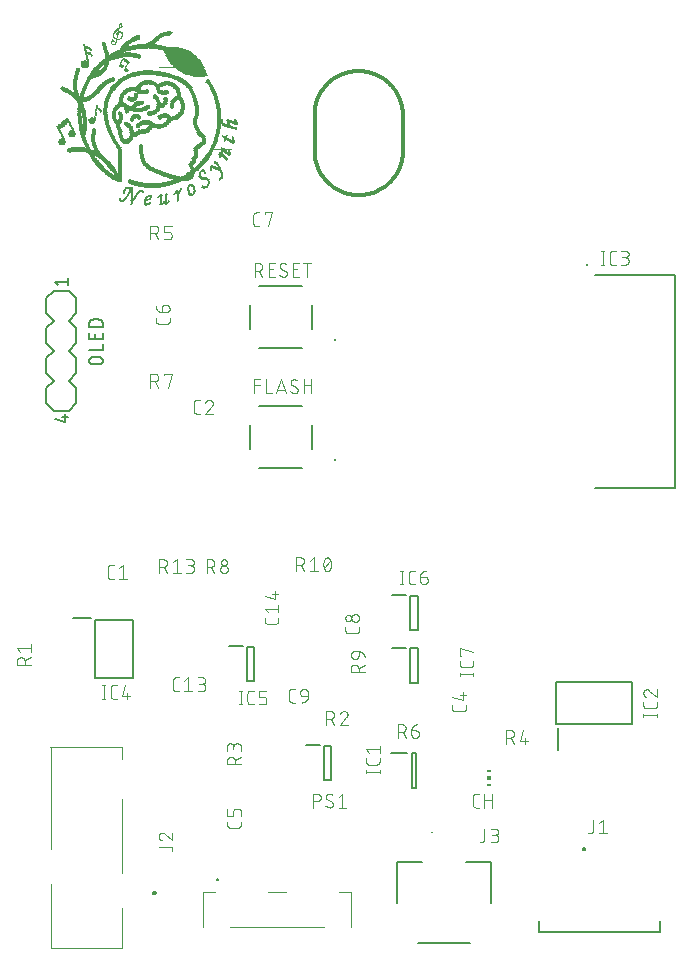
<source format=gbr>
G04 EAGLE Gerber RS-274X export*
G75*
%MOMM*%
%FSLAX34Y34*%
%LPD*%
%INSilkscreen Top*%
%IPPOS*%
%AMOC8*
5,1,8,0,0,1.08239X$1,22.5*%
G01*
%ADD10C,0.304800*%
%ADD11R,0.160000X0.040000*%
%ADD12R,0.360000X0.040000*%
%ADD13R,0.040000X0.040000*%
%ADD14R,0.400000X0.040000*%
%ADD15R,0.280000X0.040000*%
%ADD16R,0.120000X0.040000*%
%ADD17R,0.080000X0.040000*%
%ADD18R,0.520000X0.040000*%
%ADD19R,0.320000X0.040000*%
%ADD20R,0.200000X0.040000*%
%ADD21R,0.560000X0.040000*%
%ADD22R,0.240000X0.040000*%
%ADD23R,0.720000X0.040000*%
%ADD24R,0.480000X0.040000*%
%ADD25R,0.440000X0.040000*%
%ADD26R,0.680000X0.040000*%
%ADD27R,0.640000X0.040000*%
%ADD28R,1.280000X0.040000*%
%ADD29R,1.920000X0.040000*%
%ADD30R,2.320000X0.040000*%
%ADD31R,2.720000X0.040000*%
%ADD32R,3.040000X0.040000*%
%ADD33R,3.280000X0.040000*%
%ADD34R,3.520000X0.040000*%
%ADD35R,3.760000X0.040000*%
%ADD36R,1.440000X0.040000*%
%ADD37R,1.560000X0.040000*%
%ADD38R,1.200000X0.040000*%
%ADD39R,1.320000X0.040000*%
%ADD40R,1.000000X0.040000*%
%ADD41R,1.160000X0.040000*%
%ADD42R,0.800000X0.040000*%
%ADD43R,1.080000X0.040000*%
%ADD44R,1.360000X0.040000*%
%ADD45R,1.400000X0.040000*%
%ADD46R,1.600000X0.040000*%
%ADD47R,0.840000X0.040000*%
%ADD48R,1.800000X0.040000*%
%ADD49R,0.920000X0.040000*%
%ADD50R,1.960000X0.040000*%
%ADD51R,0.960000X0.040000*%
%ADD52R,2.120000X0.040000*%
%ADD53R,1.040000X0.040000*%
%ADD54R,2.280000X0.040000*%
%ADD55R,1.120000X0.040000*%
%ADD56R,1.240000X0.040000*%
%ADD57R,0.760000X0.040000*%
%ADD58R,0.600000X0.040000*%
%ADD59R,0.880000X0.040000*%
%ADD60R,2.640000X0.040000*%
%ADD61R,2.160000X0.040000*%
%ADD62R,2.040000X0.040000*%
%ADD63R,1.480000X0.040000*%
%ADD64R,1.680000X0.040000*%
%ADD65R,1.880000X0.040000*%
%ADD66R,0.040000X0.360000*%
%ADD67R,2.000000X0.040000*%
%ADD68R,2.080000X0.040000*%
%ADD69R,1.520000X0.040000*%
%ADD70R,3.560000X0.040000*%
%ADD71R,3.360000X0.040000*%
%ADD72R,3.080000X0.040000*%
%ADD73R,2.800000X0.040000*%
%ADD74R,2.440000X0.040000*%
%ADD75R,1.640000X0.040000*%
%ADD76R,2.240000X0.040000*%
%ADD77R,2.360000X0.040000*%
%ADD78R,2.400000X0.040000*%
%ADD79R,2.480000X0.040000*%
%ADD80R,2.520000X0.040000*%
%ADD81R,2.560000X0.040000*%
%ADD82R,2.600000X0.040000*%
%ADD83R,3.000000X0.040000*%
%ADD84R,1.840000X0.040000*%
%ADD85R,2.760000X0.040000*%
%ADD86R,4.920000X0.040000*%
%ADD87R,4.040000X0.040000*%
%ADD88R,3.160000X0.040000*%
%ADD89R,2.840000X0.040000*%
%ADD90C,0.101600*%
%ADD91R,0.300000X0.150000*%
%ADD92R,0.300000X0.300000*%
%ADD93C,0.200000*%
%ADD94C,0.100000*%
%ADD95C,0.100000*%
%ADD96C,0.200000*%
%ADD97C,0.052000*%
%ADD98C,0.052000*%
%ADD99C,0.152400*%
%ADD100C,0.127000*%


D10*
X342899Y719138D02*
X342830Y720047D01*
X342739Y720955D01*
X342626Y721860D01*
X342491Y722762D01*
X342333Y723661D01*
X342154Y724555D01*
X341953Y725445D01*
X341731Y726330D01*
X341487Y727209D01*
X341222Y728082D01*
X340936Y728948D01*
X340628Y729807D01*
X340300Y730658D01*
X339951Y731501D01*
X339582Y732335D01*
X339192Y733160D01*
X338783Y733975D01*
X338353Y734780D01*
X337905Y735574D01*
X337437Y736357D01*
X336950Y737128D01*
X336445Y737888D01*
X335921Y738635D01*
X335379Y739369D01*
X334819Y740089D01*
X334242Y740796D01*
X333648Y741488D01*
X333038Y742165D01*
X332411Y742828D01*
X331768Y743475D01*
X331109Y744106D01*
X330435Y744721D01*
X329747Y745320D01*
X329044Y745901D01*
X328327Y746465D01*
X327597Y747012D01*
X326853Y747541D01*
X326097Y748051D01*
X325329Y748543D01*
X324549Y749016D01*
X323758Y749469D01*
X322955Y749904D01*
X322143Y750319D01*
X321320Y750713D01*
X320489Y751088D01*
X319648Y751442D01*
X318799Y751776D01*
X317942Y752089D01*
X317078Y752381D01*
X316207Y752652D01*
X315330Y752901D01*
X314446Y753129D01*
X313558Y753336D01*
X312664Y753520D01*
X311767Y753683D01*
X310866Y753824D01*
X309961Y753943D01*
X309054Y754040D01*
X308145Y754115D01*
X307234Y754168D01*
X306323Y754199D01*
X305410Y754207D01*
X304498Y754193D01*
X303587Y754157D01*
X302676Y754098D01*
X301768Y754018D01*
X300861Y753915D01*
X299958Y753791D01*
X299057Y753644D01*
X298161Y753476D01*
X297269Y753285D01*
X296381Y753073D01*
X295500Y752840D01*
X294624Y752585D01*
X293754Y752309D01*
X292892Y752011D01*
X292037Y751693D01*
X291190Y751354D01*
X290352Y750995D01*
X289522Y750615D01*
X288702Y750215D01*
X287892Y749796D01*
X287093Y749356D01*
X286304Y748898D01*
X285527Y748420D01*
X284762Y747923D01*
X284009Y747408D01*
X283269Y746875D01*
X282542Y746324D01*
X281829Y745756D01*
X281129Y745170D01*
X280445Y744567D01*
X279775Y743948D01*
X279120Y743313D01*
X278481Y742662D01*
X277858Y741995D01*
X277252Y741314D01*
X276662Y740618D01*
X276089Y739908D01*
X275534Y739184D01*
X274997Y738447D01*
X274478Y737697D01*
X273977Y736934D01*
X273495Y736160D01*
X273032Y735374D01*
X272588Y734577D01*
X272164Y733769D01*
X271759Y732952D01*
X271375Y732124D01*
X271011Y731288D01*
X270667Y730443D01*
X270344Y729590D01*
X270042Y728729D01*
X269761Y727861D01*
X269501Y726987D01*
X269263Y726106D01*
X269046Y725220D01*
X268850Y724329D01*
X268677Y723434D01*
X268525Y722534D01*
X268395Y721631D01*
X268288Y720725D01*
X268288Y687387D02*
X268279Y686472D01*
X268293Y685557D01*
X268330Y684643D01*
X268388Y683730D01*
X268469Y682819D01*
X268573Y681909D01*
X268698Y681003D01*
X268846Y680100D01*
X269015Y679201D01*
X269207Y678306D01*
X269420Y677417D01*
X269655Y676532D01*
X269912Y675654D01*
X270190Y674782D01*
X270489Y673918D01*
X270810Y673061D01*
X271151Y672212D01*
X271513Y671371D01*
X271895Y670540D01*
X272297Y669718D01*
X272720Y668907D01*
X273162Y668105D01*
X273624Y667315D01*
X274105Y666537D01*
X274604Y665771D01*
X275123Y665017D01*
X275659Y664275D01*
X276214Y663548D01*
X276786Y662834D01*
X277375Y662134D01*
X277982Y661449D01*
X278605Y660778D01*
X279244Y660124D01*
X279899Y659485D01*
X280569Y658862D01*
X281255Y658256D01*
X281955Y657667D01*
X282669Y657095D01*
X283397Y656541D01*
X284139Y656005D01*
X284893Y655487D01*
X285660Y654987D01*
X286438Y654507D01*
X287228Y654046D01*
X288030Y653604D01*
X288842Y653182D01*
X289663Y652780D01*
X290495Y652398D01*
X291335Y652036D01*
X292185Y651695D01*
X293042Y651375D01*
X293907Y651077D01*
X294779Y650799D01*
X295657Y650543D01*
X296541Y650308D01*
X297431Y650095D01*
X298326Y649904D01*
X299225Y649735D01*
X300128Y649587D01*
X301035Y649462D01*
X301944Y649360D01*
X302855Y649279D01*
X303768Y649221D01*
X304683Y649185D01*
X305598Y649171D01*
X306512Y649180D01*
X307427Y649211D01*
X308340Y649265D01*
X309252Y649340D01*
X310162Y649439D01*
X311069Y649559D01*
X311973Y649701D01*
X312873Y649866D01*
X313769Y650052D01*
X314660Y650261D01*
X315545Y650491D01*
X316425Y650743D01*
X317298Y651016D01*
X318164Y651310D01*
X319023Y651625D01*
X319874Y651962D01*
X320717Y652319D01*
X321550Y652696D01*
X322374Y653094D01*
X323188Y653512D01*
X323992Y653950D01*
X324784Y654407D01*
X325565Y654883D01*
X326335Y655379D01*
X327092Y655893D01*
X327836Y656425D01*
X328567Y656976D01*
X329284Y657544D01*
X329987Y658129D01*
X330676Y658732D01*
X331349Y659351D01*
X332008Y659986D01*
X332650Y660638D01*
X333277Y661305D01*
X333887Y661987D01*
X334480Y662683D01*
X335056Y663394D01*
X335614Y664119D01*
X336155Y664857D01*
X336677Y665609D01*
X337181Y666373D01*
X337665Y667149D01*
X338131Y667936D01*
X338578Y668735D01*
X339004Y669544D01*
X339411Y670364D01*
X339798Y671193D01*
X340164Y672032D01*
X340509Y672879D01*
X340834Y673734D01*
X341138Y674597D01*
X341421Y675468D01*
X341682Y676345D01*
X341921Y677228D01*
X342140Y678116D01*
X342336Y679010D01*
X342510Y679908D01*
X342662Y680810D01*
X342793Y681716D01*
X342901Y682625D01*
X268288Y687388D02*
X268288Y720725D01*
X342900Y719138D02*
X342900Y682625D01*
D11*
X125400Y640000D03*
D12*
X125600Y640400D03*
D11*
X138200Y640400D03*
D13*
X113200Y640800D03*
D14*
X125800Y640800D03*
D15*
X138400Y640800D03*
D16*
X142400Y640800D03*
D17*
X113400Y641200D03*
D18*
X126000Y641200D03*
D19*
X138600Y641200D03*
D20*
X142400Y641200D03*
D17*
X113400Y641600D03*
D21*
X126200Y641600D03*
D12*
X138800Y641600D03*
D22*
X142600Y641600D03*
D16*
X113600Y642000D03*
D22*
X124600Y642000D03*
X128600Y642000D03*
D23*
X140600Y642000D03*
D16*
X113600Y642400D03*
D22*
X124600Y642400D03*
D11*
X129000Y642400D03*
D20*
X138000Y642400D03*
D24*
X142200Y642400D03*
D11*
X113800Y642800D03*
D22*
X124600Y642800D03*
D17*
X129000Y642800D03*
D20*
X138000Y642800D03*
D15*
X141600Y642800D03*
D16*
X144400Y642800D03*
D20*
X114000Y643200D03*
D22*
X124600Y643200D03*
D20*
X138000Y643200D03*
D22*
X141800Y643200D03*
D11*
X144600Y643200D03*
D15*
X105200Y643600D03*
D22*
X113800Y643600D03*
D20*
X124800Y643600D03*
X138000Y643600D03*
D15*
X142000Y643600D03*
D16*
X144800Y643600D03*
D17*
X152200Y643600D03*
D14*
X105400Y644000D03*
D15*
X114000Y644000D03*
D19*
X125400Y644000D03*
D20*
X138000Y644000D03*
D22*
X142200Y644000D03*
D13*
X144800Y644000D03*
D20*
X152400Y644000D03*
D24*
X105400Y644400D03*
D15*
X114000Y644400D03*
D14*
X125800Y644400D03*
D20*
X138000Y644400D03*
X142400Y644400D03*
D11*
X152600Y644400D03*
D22*
X103800Y644800D03*
D20*
X107200Y644800D03*
D19*
X114200Y644800D03*
D25*
X126400Y644800D03*
D20*
X138400Y644800D03*
X142400Y644800D03*
X152400Y644800D03*
X103600Y645200D03*
X107600Y645200D03*
D12*
X114400Y645200D03*
D20*
X125200Y645200D03*
D15*
X128000Y645200D03*
D20*
X138400Y645200D03*
X142400Y645200D03*
X152400Y645200D03*
D11*
X103400Y645600D03*
D20*
X108000Y645600D03*
D12*
X114400Y645600D03*
D20*
X125600Y645600D03*
D22*
X128600Y645600D03*
D20*
X138400Y645600D03*
X142400Y645600D03*
X152400Y645600D03*
D17*
X103400Y646000D03*
D11*
X108200Y646000D03*
D20*
X113600Y646000D03*
D11*
X115800Y646000D03*
D20*
X125600Y646000D03*
X129200Y646000D03*
X138400Y646000D03*
X142400Y646000D03*
X152400Y646000D03*
D11*
X108600Y646400D03*
D20*
X113600Y646400D03*
D16*
X116000Y646400D03*
D11*
X125800Y646400D03*
D20*
X129600Y646400D03*
X138400Y646400D03*
D11*
X142600Y646400D03*
D20*
X152400Y646400D03*
D11*
X109000Y646800D03*
D20*
X113600Y646800D03*
D11*
X116200Y646800D03*
D20*
X126000Y646800D03*
X129600Y646800D03*
D16*
X136000Y646800D03*
D20*
X138400Y646800D03*
X142800Y646800D03*
X152400Y646800D03*
D16*
X109200Y647200D03*
D20*
X113600Y647200D03*
D11*
X116600Y647200D03*
D20*
X126400Y647200D03*
X129600Y647200D03*
D11*
X136200Y647200D03*
D20*
X138400Y647200D03*
X142800Y647200D03*
X152400Y647200D03*
D11*
X109400Y647600D03*
D20*
X113600Y647600D03*
D16*
X116800Y647600D03*
D20*
X126800Y647600D03*
X129600Y647600D03*
D12*
X137600Y647600D03*
D20*
X142800Y647600D03*
X152400Y647600D03*
D11*
X109800Y648000D03*
D20*
X113600Y648000D03*
D11*
X117000Y648000D03*
D25*
X128400Y648000D03*
D19*
X137800Y648000D03*
D20*
X142800Y648000D03*
X152400Y648000D03*
D16*
X110000Y648400D03*
D20*
X113600Y648400D03*
D11*
X117400Y648400D03*
D14*
X128600Y648400D03*
D15*
X138000Y648400D03*
D20*
X142800Y648400D03*
X152400Y648400D03*
X163600Y648400D03*
D11*
X110200Y648800D03*
D20*
X113600Y648800D03*
D11*
X117400Y648800D03*
D15*
X128800Y648800D03*
D22*
X138200Y648800D03*
D20*
X142800Y648800D03*
X152400Y648800D03*
D19*
X163800Y648800D03*
D16*
X110400Y649200D03*
D20*
X113600Y649200D03*
D11*
X117800Y649200D03*
D20*
X138400Y649200D03*
X142800Y649200D03*
D13*
X150000Y649200D03*
D20*
X152400Y649200D03*
D14*
X163800Y649200D03*
D11*
X110600Y649600D03*
D20*
X113600Y649600D03*
D11*
X118200Y649600D03*
D17*
X138600Y649600D03*
D20*
X143200Y649600D03*
D16*
X149600Y649600D03*
D22*
X152200Y649600D03*
D24*
X163800Y649600D03*
D11*
X111000Y650000D03*
D20*
X113600Y650000D03*
D11*
X118200Y650000D03*
D17*
X143400Y650000D03*
D16*
X150000Y650000D03*
D22*
X152600Y650000D03*
D19*
X162600Y650000D03*
D11*
X165800Y650000D03*
D16*
X107200Y650400D03*
X111200Y650400D03*
D20*
X113600Y650400D03*
D11*
X118600Y650400D03*
D16*
X150000Y650400D03*
D15*
X152400Y650400D03*
X162400Y650400D03*
D16*
X166000Y650400D03*
D20*
X107200Y650800D03*
D11*
X111400Y650800D03*
D20*
X113600Y650800D03*
D11*
X119000Y650800D03*
D16*
X122800Y650800D03*
D14*
X151800Y650800D03*
D22*
X162200Y650800D03*
D11*
X166200Y650800D03*
X107000Y651200D03*
D16*
X111600Y651200D03*
D20*
X113600Y651200D03*
D11*
X119400Y651200D03*
D20*
X122800Y651200D03*
D14*
X152200Y651200D03*
D22*
X161800Y651200D03*
D16*
X166400Y651200D03*
D11*
X107000Y651600D03*
D12*
X112800Y651600D03*
D24*
X121400Y651600D03*
D25*
X152400Y651600D03*
D20*
X161600Y651600D03*
D16*
X166400Y651600D03*
D11*
X107000Y652000D03*
D19*
X113000Y652000D03*
D14*
X121400Y652000D03*
D25*
X152800Y652000D03*
D20*
X161600Y652000D03*
D11*
X166600Y652000D03*
X107000Y652400D03*
D19*
X113000Y652400D03*
X121400Y652400D03*
D20*
X152000Y652400D03*
X154400Y652400D03*
X161600Y652400D03*
D11*
X166600Y652400D03*
X107400Y652800D03*
D15*
X113200Y652800D03*
D11*
X121400Y652800D03*
D17*
X152200Y652800D03*
D22*
X154600Y652800D03*
D20*
X161200Y652800D03*
D11*
X166600Y652800D03*
X107400Y653200D03*
D15*
X113200Y653200D03*
D22*
X155000Y653200D03*
D20*
X161200Y653200D03*
X166400Y653200D03*
D11*
X107800Y653600D03*
D22*
X113400Y653600D03*
D20*
X155200Y653600D03*
X161200Y653600D03*
X166400Y653600D03*
X108400Y654000D03*
D22*
X113400Y654000D03*
D20*
X155200Y654000D03*
D11*
X161000Y654000D03*
D20*
X166400Y654000D03*
D26*
X111200Y654400D03*
D13*
X155200Y654400D03*
D16*
X161200Y654400D03*
D22*
X166200Y654400D03*
D11*
X174600Y654400D03*
D27*
X111400Y654800D03*
D16*
X161200Y654800D03*
D22*
X166200Y654800D03*
D12*
X174800Y654800D03*
D15*
X110800Y655200D03*
D11*
X161400Y655200D03*
D22*
X165800Y655200D03*
D25*
X174800Y655200D03*
D13*
X124400Y655600D03*
D28*
X131400Y655600D03*
D11*
X161400Y655600D03*
D22*
X165800Y655600D03*
D18*
X175200Y655600D03*
D29*
X131000Y656000D03*
D16*
X161600Y656000D03*
D15*
X165600Y656000D03*
D21*
X175400Y656000D03*
D30*
X131000Y656400D03*
D11*
X161800Y656400D03*
D19*
X165000Y656400D03*
D20*
X173600Y656400D03*
D11*
X177400Y656400D03*
D31*
X131000Y656800D03*
D18*
X164000Y656800D03*
D17*
X173400Y656800D03*
D11*
X177800Y656800D03*
D32*
X131000Y657200D03*
D25*
X164000Y657200D03*
D11*
X178200Y657200D03*
D33*
X131000Y657600D03*
D12*
X164000Y657600D03*
D16*
X178400Y657600D03*
D34*
X131000Y658000D03*
D22*
X163800Y658000D03*
D16*
X178400Y658000D03*
D35*
X131000Y658400D03*
D11*
X178600Y658400D03*
D36*
X118600Y658800D03*
D13*
X126800Y658800D03*
D37*
X143200Y658800D03*
D11*
X178600Y658800D03*
D38*
X117000Y659200D03*
D39*
X145600Y659200D03*
D11*
X178600Y659200D03*
D40*
X115600Y659600D03*
D41*
X147200Y659600D03*
D11*
X178600Y659600D03*
D15*
X103200Y660000D03*
D42*
X114600Y660000D03*
D43*
X148800Y660000D03*
D20*
X178800Y660000D03*
D14*
X102600Y660400D03*
D27*
X113800Y660400D03*
D40*
X150000Y660400D03*
D11*
X178600Y660400D03*
D18*
X102400Y660800D03*
X113200Y660800D03*
D44*
X153400Y660800D03*
D20*
X178400Y660800D03*
D21*
X102200Y661200D03*
D19*
X112600Y661200D03*
D45*
X154800Y661200D03*
D22*
X178200Y661200D03*
D17*
X188200Y661200D03*
D27*
X101800Y661600D03*
D11*
X112200Y661600D03*
D44*
X155800Y661600D03*
D12*
X177600Y661600D03*
D20*
X188400Y661600D03*
D23*
X101400Y662000D03*
D36*
X156200Y662000D03*
D27*
X175800Y662000D03*
D20*
X188400Y662000D03*
D42*
X101000Y662400D03*
D46*
X155800Y662400D03*
D23*
X175400Y662400D03*
D22*
X188600Y662400D03*
D47*
X100800Y662800D03*
D48*
X155200Y662800D03*
D23*
X175000Y662800D03*
D15*
X188800Y662800D03*
D49*
X100400Y663200D03*
D50*
X154800Y663200D03*
D23*
X174600Y663200D03*
D22*
X189000Y663200D03*
D51*
X100200Y663600D03*
D52*
X154400Y663600D03*
D26*
X174000Y663600D03*
D20*
X189200Y663600D03*
D53*
X99800Y664000D03*
D54*
X154000Y664000D03*
D25*
X172800Y664000D03*
D13*
X175600Y664000D03*
D16*
X189600Y664000D03*
D43*
X99600Y664400D03*
D28*
X147800Y664400D03*
D51*
X160600Y664400D03*
D15*
X171600Y664400D03*
D11*
X189800Y664400D03*
D41*
X99200Y664800D03*
D38*
X146200Y664800D03*
D51*
X161000Y664800D03*
D20*
X171200Y664800D03*
D16*
X190000Y664800D03*
D38*
X99000Y665200D03*
D55*
X144600Y665200D03*
D49*
X161600Y665200D03*
D11*
X171000Y665200D03*
D16*
X190000Y665200D03*
D56*
X98800Y665600D03*
D53*
X143400Y665600D03*
D47*
X162000Y665600D03*
D11*
X171000Y665600D03*
D16*
X190000Y665600D03*
D21*
X95000Y666000D03*
D26*
X101600Y666000D03*
D53*
X142200Y666000D03*
D57*
X162400Y666000D03*
D11*
X171000Y666000D03*
D16*
X190000Y666000D03*
D58*
X94400Y666400D03*
D26*
X101600Y666400D03*
D40*
X141200Y666400D03*
D57*
X162800Y666400D03*
D11*
X171000Y666400D03*
D16*
X189600Y666400D03*
D21*
X93800Y666800D03*
D23*
X101400Y666800D03*
D40*
X140000Y666800D03*
D26*
X163200Y666800D03*
D11*
X171000Y666800D03*
D13*
X175600Y666800D03*
D16*
X189600Y666800D03*
D21*
X93400Y667200D03*
D23*
X101400Y667200D03*
D51*
X139000Y667200D03*
D58*
X163600Y667200D03*
D16*
X171200Y667200D03*
X175600Y667200D03*
X189600Y667200D03*
D18*
X92800Y667600D03*
D14*
X99400Y667600D03*
D19*
X103400Y667600D03*
D49*
X138000Y667600D03*
D58*
X164000Y667600D03*
D16*
X171200Y667600D03*
D11*
X175400Y667600D03*
D16*
X189600Y667600D03*
D18*
X92400Y668000D03*
D14*
X99000Y668000D03*
D19*
X103400Y668000D03*
D49*
X136800Y668000D03*
D21*
X164600Y668000D03*
D11*
X171400Y668000D03*
D16*
X175200Y668000D03*
X189200Y668000D03*
D21*
X91800Y668400D03*
D14*
X99000Y668400D03*
D19*
X103400Y668400D03*
D59*
X135800Y668400D03*
D21*
X165000Y668400D03*
D11*
X171800Y668400D03*
D16*
X174800Y668400D03*
D11*
X189000Y668400D03*
D18*
X91200Y668800D03*
D14*
X98600Y668800D03*
D19*
X103400Y668800D03*
D59*
X135000Y668800D03*
D18*
X165600Y668800D03*
D14*
X173400Y668800D03*
D20*
X188800Y668800D03*
D18*
X90800Y669200D03*
D14*
X98200Y669200D03*
D19*
X103400Y669200D03*
D47*
X134000Y669200D03*
D21*
X166200Y669200D03*
D19*
X173400Y669200D03*
D22*
X188600Y669200D03*
D18*
X90400Y669600D03*
D25*
X98000Y669600D03*
D19*
X103400Y669600D03*
D47*
X133200Y669600D03*
D58*
X166400Y669600D03*
D15*
X173600Y669600D03*
D22*
X188200Y669600D03*
D18*
X90000Y670000D03*
D14*
X97800Y670000D03*
D19*
X103400Y670000D03*
D42*
X132200Y670000D03*
D27*
X166600Y670000D03*
D11*
X173800Y670000D03*
D16*
X180400Y670000D03*
D19*
X187800Y670000D03*
D24*
X89400Y670400D03*
D14*
X97400Y670400D03*
D19*
X103400Y670400D03*
D42*
X131400Y670400D03*
D26*
X166800Y670400D03*
D16*
X174000Y670400D03*
X180400Y670400D03*
D12*
X187200Y670400D03*
D24*
X89000Y670800D03*
D25*
X97200Y670800D03*
D19*
X103400Y670800D03*
D57*
X130400Y670800D03*
X166800Y670800D03*
D16*
X180400Y670800D03*
D25*
X186800Y670800D03*
D24*
X88600Y671200D03*
D25*
X96800Y671200D03*
D19*
X103400Y671200D03*
D23*
X129800Y671200D03*
D42*
X167000Y671200D03*
D16*
X180400Y671200D03*
D24*
X186200Y671200D03*
X88200Y671600D03*
D14*
X96600Y671600D03*
D19*
X103400Y671600D03*
D26*
X129200Y671600D03*
D59*
X167000Y671600D03*
D11*
X180600Y671600D03*
D27*
X185400Y671600D03*
D24*
X87800Y672000D03*
D25*
X96400Y672000D03*
D19*
X103400Y672000D03*
D27*
X128600Y672000D03*
D12*
X164400Y672000D03*
D24*
X169400Y672000D03*
D26*
X183200Y672000D03*
D11*
X187800Y672000D03*
D24*
X87400Y672400D03*
D25*
X96000Y672400D03*
D19*
X103400Y672400D03*
D21*
X127800Y672400D03*
D14*
X164200Y672400D03*
D24*
X169800Y672400D03*
D58*
X182800Y672400D03*
D16*
X187600Y672400D03*
D25*
X87200Y672800D03*
X95600Y672800D03*
D19*
X103400Y672800D03*
D21*
X127400Y672800D03*
D14*
X163800Y672800D03*
D24*
X170200Y672800D03*
X182600Y672800D03*
D11*
X187400Y672800D03*
D25*
X86800Y673200D03*
X95200Y673200D03*
D19*
X103400Y673200D03*
D18*
X126800Y673200D03*
D14*
X163800Y673200D03*
D24*
X170600Y673200D03*
D12*
X182000Y673200D03*
D11*
X187000Y673200D03*
D25*
X86400Y673600D03*
X95200Y673600D03*
D19*
X103400Y673600D03*
D24*
X126200Y673600D03*
D12*
X163600Y673600D03*
D24*
X171000Y673600D03*
D11*
X181400Y673600D03*
D16*
X186800Y673600D03*
D25*
X86000Y674000D03*
X94800Y674000D03*
D19*
X103400Y674000D03*
D24*
X125800Y674000D03*
D12*
X163600Y674000D03*
D24*
X171400Y674000D03*
D11*
X186600Y674000D03*
D25*
X85600Y674400D03*
X94400Y674400D03*
D19*
X103400Y674400D03*
D25*
X125600Y674400D03*
D14*
X163800Y674400D03*
D24*
X171800Y674400D03*
D11*
X186200Y674400D03*
D25*
X85200Y674800D03*
X94000Y674800D03*
D19*
X103400Y674800D03*
D25*
X125200Y674800D03*
X164000Y674800D03*
D24*
X172200Y674800D03*
D11*
X185800Y674800D03*
D25*
X84800Y675200D03*
X93600Y675200D03*
D19*
X103400Y675200D03*
D25*
X124800Y675200D03*
X164400Y675200D03*
D24*
X172600Y675200D03*
D22*
X185400Y675200D03*
D25*
X84800Y675600D03*
X93200Y675600D03*
D19*
X103400Y675600D03*
D14*
X124600Y675600D03*
D24*
X164600Y675600D03*
X173000Y675600D03*
D15*
X184800Y675600D03*
D25*
X84400Y676000D03*
D24*
X93000Y676000D03*
D19*
X103400Y676000D03*
D14*
X124200Y676000D03*
D24*
X165000Y676000D03*
X173400Y676000D03*
D15*
X184400Y676000D03*
D25*
X84000Y676400D03*
D24*
X92600Y676400D03*
D19*
X103400Y676400D03*
D14*
X124200Y676400D03*
D25*
X165200Y676400D03*
X173600Y676400D03*
D22*
X184200Y676400D03*
D25*
X83600Y676800D03*
D24*
X92200Y676800D03*
D19*
X103400Y676800D03*
D14*
X123800Y676800D03*
D25*
X165600Y676800D03*
X174000Y676800D03*
D20*
X184000Y676800D03*
D14*
X83400Y677200D03*
D24*
X91800Y677200D03*
D19*
X103400Y677200D03*
D12*
X123600Y677200D03*
D14*
X165800Y677200D03*
D25*
X174400Y677200D03*
D16*
X184000Y677200D03*
D14*
X83000Y677600D03*
D24*
X91400Y677600D03*
D19*
X103400Y677600D03*
D14*
X123400Y677600D03*
D12*
X166000Y677600D03*
D25*
X174800Y677600D03*
X82800Y678000D03*
D18*
X90800Y678000D03*
D19*
X103400Y678000D03*
D12*
X123200Y678000D03*
D19*
X166200Y678000D03*
D25*
X175200Y678000D03*
D13*
X194000Y678000D03*
D25*
X82400Y678400D03*
D18*
X90400Y678400D03*
D19*
X103400Y678400D03*
D12*
X123200Y678400D03*
D19*
X166200Y678400D03*
D25*
X175200Y678400D03*
D17*
X193800Y678400D03*
D14*
X82200Y678800D03*
D18*
X90000Y678800D03*
D19*
X103400Y678800D03*
D12*
X122800Y678800D03*
X166000Y678800D03*
D25*
X175600Y678800D03*
D11*
X193800Y678800D03*
D14*
X81800Y679200D03*
D18*
X89600Y679200D03*
D19*
X103400Y679200D03*
D12*
X122800Y679200D03*
D14*
X166200Y679200D03*
D25*
X176000Y679200D03*
D22*
X193400Y679200D03*
D25*
X81600Y679600D03*
D21*
X89000Y679600D03*
D19*
X103400Y679600D03*
D12*
X122800Y679600D03*
D25*
X166400Y679600D03*
X176400Y679600D03*
D19*
X193400Y679600D03*
D14*
X81400Y680000D03*
D21*
X88600Y680000D03*
D19*
X103400Y680000D03*
D12*
X122400Y680000D03*
D25*
X166400Y680000D03*
D14*
X176600Y680000D03*
D19*
X193000Y680000D03*
D14*
X81000Y680400D03*
D21*
X88200Y680400D03*
D19*
X103400Y680400D03*
D12*
X122400Y680400D03*
D24*
X166600Y680400D03*
D25*
X176800Y680400D03*
D19*
X192600Y680400D03*
D14*
X80600Y680800D03*
D21*
X87400Y680800D03*
D19*
X103400Y680800D03*
D12*
X122400Y680800D03*
D24*
X167000Y680800D03*
D25*
X177200Y680800D03*
D16*
X188000Y680800D03*
D15*
X192000Y680800D03*
D14*
X80600Y681200D03*
D21*
X87000Y681200D03*
D19*
X103400Y681200D03*
X122200Y681200D03*
D14*
X167400Y681200D03*
X177400Y681200D03*
D16*
X188000Y681200D03*
D19*
X191400Y681200D03*
D14*
X80200Y681600D03*
D58*
X86400Y681600D03*
D19*
X103400Y681600D03*
D12*
X122000Y681600D03*
X167600Y681600D03*
D14*
X177800Y681600D03*
D17*
X187800Y681600D03*
D19*
X191000Y681600D03*
D12*
X80000Y682000D03*
D27*
X85800Y682000D03*
D19*
X103400Y682000D03*
D12*
X122000Y682000D03*
D14*
X167800Y682000D03*
D25*
X178000Y682000D03*
D17*
X187800Y682000D03*
D19*
X190600Y682000D03*
D43*
X83200Y682400D03*
D19*
X103400Y682400D03*
D12*
X122000Y682400D03*
X168000Y682400D03*
D14*
X178200Y682400D03*
D17*
X187800Y682400D03*
D19*
X190200Y682400D03*
D11*
X195800Y682400D03*
D43*
X82800Y682800D03*
D19*
X103400Y682800D03*
X121800Y682800D03*
D12*
X168000Y682800D03*
D14*
X178600Y682800D03*
D25*
X189200Y682800D03*
D22*
X195800Y682800D03*
D53*
X82600Y683200D03*
D19*
X103400Y683200D03*
X121800Y683200D03*
X168200Y683200D03*
D25*
X178800Y683200D03*
D14*
X189000Y683200D03*
D19*
X195400Y683200D03*
D53*
X82200Y683600D03*
D19*
X103400Y683600D03*
D12*
X121600Y683600D03*
D19*
X168200Y683600D03*
D14*
X179000Y683600D03*
D12*
X188800Y683600D03*
X195200Y683600D03*
D53*
X81800Y684000D03*
D19*
X103400Y684000D03*
D12*
X121600Y684000D03*
X168000Y684000D03*
D14*
X179400Y684000D03*
D12*
X188800Y684000D03*
D14*
X195000Y684000D03*
D53*
X81800Y684400D03*
D19*
X103400Y684400D03*
D12*
X121600Y684400D03*
X168000Y684400D03*
D14*
X179400Y684400D03*
D15*
X188800Y684400D03*
D25*
X194800Y684400D03*
D53*
X81400Y684800D03*
D19*
X103400Y684800D03*
D12*
X121600Y684800D03*
X168000Y684800D03*
D14*
X179800Y684800D03*
D16*
X188000Y684800D03*
D17*
X189800Y684800D03*
D15*
X193600Y684800D03*
D16*
X196400Y684800D03*
X60800Y685200D03*
D41*
X80400Y685200D03*
D19*
X103400Y685200D03*
X121400Y685200D03*
D12*
X168000Y685200D03*
X180000Y685200D03*
D16*
X189600Y685200D03*
D15*
X193200Y685200D03*
D17*
X196200Y685200D03*
D25*
X61600Y685600D03*
D44*
X79400Y685600D03*
D19*
X103400Y685600D03*
X121400Y685600D03*
X167800Y685600D03*
D14*
X180200Y685600D03*
D16*
X189600Y685600D03*
D15*
X192800Y685600D03*
D16*
X196000Y685600D03*
D60*
X72600Y686000D03*
D19*
X103400Y686000D03*
X121400Y686000D03*
D12*
X167600Y686000D03*
X180400Y686000D03*
D16*
X189600Y686000D03*
D15*
X192400Y686000D03*
D16*
X196000Y686000D03*
D60*
X72200Y686400D03*
D19*
X103400Y686400D03*
X121400Y686400D03*
D12*
X167600Y686400D03*
D14*
X180600Y686400D03*
D25*
X191200Y686400D03*
D16*
X196000Y686400D03*
D61*
X69800Y686800D03*
D14*
X83400Y686800D03*
D19*
X103400Y686800D03*
D12*
X121200Y686800D03*
D19*
X167400Y686800D03*
D12*
X180800Y686800D03*
D14*
X191000Y686800D03*
D62*
X69200Y687200D03*
D12*
X83200Y687200D03*
D19*
X103400Y687200D03*
D12*
X121200Y687200D03*
X167600Y687200D03*
D14*
X181000Y687200D03*
D12*
X190800Y687200D03*
D50*
X68800Y687600D03*
D14*
X83000Y687600D03*
D12*
X103200Y687600D03*
X121200Y687600D03*
D14*
X167800Y687600D03*
X181400Y687600D03*
D19*
X190600Y687600D03*
D29*
X69000Y688000D03*
D12*
X82800Y688000D03*
D14*
X103000Y688000D03*
D19*
X121400Y688000D03*
D25*
X168000Y688000D03*
D12*
X181600Y688000D03*
D15*
X190400Y688000D03*
D48*
X69200Y688400D03*
D12*
X82800Y688400D03*
D14*
X103000Y688400D03*
D12*
X121200Y688400D03*
D25*
X168400Y688400D03*
D12*
X181600Y688400D03*
D20*
X190000Y688400D03*
D55*
X68200Y688800D03*
D14*
X76200Y688800D03*
D12*
X82400Y688800D03*
D14*
X102600Y688800D03*
D12*
X121200Y688800D03*
D24*
X168600Y688800D03*
D12*
X182000Y688800D03*
D13*
X190000Y688800D03*
D17*
X65800Y689200D03*
D14*
X68600Y689200D03*
D12*
X76000Y689200D03*
X82400Y689200D03*
D25*
X102400Y689200D03*
D12*
X121200Y689200D03*
D18*
X169200Y689200D03*
D12*
X182000Y689200D03*
D14*
X75800Y689600D03*
D12*
X82000Y689600D03*
D14*
X102200Y689600D03*
D12*
X121200Y689600D03*
D18*
X169600Y689600D03*
D12*
X182400Y689600D03*
X75600Y690000D03*
X82000Y690000D03*
D14*
X101800Y690000D03*
D12*
X121200Y690000D03*
D21*
X170200Y690000D03*
D12*
X182400Y690000D03*
D14*
X75400Y690400D03*
D12*
X82000Y690400D03*
D14*
X101400Y690400D03*
D12*
X121200Y690400D03*
D21*
X170600Y690400D03*
D14*
X182600Y690400D03*
D12*
X75200Y690800D03*
D19*
X81800Y690800D03*
D14*
X101400Y690800D03*
D15*
X121200Y690800D03*
D21*
X171000Y690800D03*
D12*
X182800Y690800D03*
D22*
X54200Y691200D03*
D12*
X75200Y691200D03*
X81600Y691200D03*
D14*
X101000Y691200D03*
D20*
X121200Y691200D03*
D21*
X171400Y691200D03*
D14*
X183000Y691200D03*
D12*
X54400Y691600D03*
X74800Y691600D03*
X81600Y691600D03*
D14*
X100600Y691600D03*
D16*
X121200Y691600D03*
D21*
X172200Y691600D03*
D12*
X183200Y691600D03*
D25*
X54400Y692000D03*
D12*
X74800Y692000D03*
D19*
X81400Y692000D03*
D14*
X100600Y692000D03*
D21*
X172600Y692000D03*
D12*
X183200Y692000D03*
D18*
X54400Y692400D03*
D12*
X74400Y692400D03*
D19*
X81400Y692400D03*
D14*
X100200Y692400D03*
D17*
X108200Y692400D03*
D18*
X172800Y692400D03*
D12*
X183600Y692400D03*
D21*
X54600Y692800D03*
D12*
X74400Y692800D03*
X81200Y692800D03*
D14*
X100200Y692800D03*
D25*
X108400Y692800D03*
D24*
X173400Y692800D03*
D12*
X183600Y692800D03*
D20*
X199200Y692800D03*
D21*
X54600Y693200D03*
D12*
X74000Y693200D03*
X81200Y693200D03*
D14*
X99800Y693200D03*
D27*
X108600Y693200D03*
D24*
X173800Y693200D03*
D12*
X184000Y693200D03*
D19*
X199000Y693200D03*
D58*
X54400Y693600D03*
D12*
X74000Y693600D03*
X81200Y693600D03*
D14*
X99400Y693600D03*
D23*
X108600Y693600D03*
D25*
X174000Y693600D03*
D12*
X184000Y693600D03*
D14*
X198600Y693600D03*
D27*
X54600Y694000D03*
D12*
X74000Y694000D03*
D19*
X81000Y694000D03*
D14*
X99400Y694000D03*
D42*
X108600Y694000D03*
D12*
X174400Y694000D03*
X184000Y694000D03*
D13*
X192800Y694000D03*
D24*
X198200Y694000D03*
D21*
X54600Y694400D03*
D12*
X73600Y694400D03*
D19*
X81000Y694400D03*
D14*
X99000Y694400D03*
D59*
X108600Y694400D03*
D12*
X174800Y694400D03*
X184400Y694400D03*
D17*
X192600Y694400D03*
D18*
X198000Y694400D03*
D21*
X54600Y694800D03*
D12*
X73600Y694800D03*
D19*
X81000Y694800D03*
D12*
X98800Y694800D03*
D51*
X108600Y694800D03*
D12*
X174800Y694800D03*
X184400Y694800D03*
D11*
X192600Y694800D03*
D14*
X196600Y694800D03*
D11*
X199800Y694800D03*
D18*
X54800Y695200D03*
D19*
X73400Y695200D03*
X81000Y695200D03*
D14*
X98600Y695200D03*
D40*
X108800Y695200D03*
D12*
X174800Y695200D03*
X184400Y695200D03*
D16*
X192800Y695200D03*
D14*
X195800Y695200D03*
D16*
X199600Y695200D03*
D24*
X54600Y695600D03*
D12*
X73200Y695600D03*
X80800Y695600D03*
X98400Y695600D03*
D43*
X108800Y695600D03*
D12*
X174800Y695600D03*
X184800Y695600D03*
D24*
X194600Y695600D03*
D16*
X199600Y695600D03*
D25*
X54800Y696000D03*
D12*
X73200Y696000D03*
X80800Y696000D03*
D14*
X98200Y696000D03*
X105400Y696000D03*
D24*
X111800Y696000D03*
D12*
X174800Y696000D03*
X184800Y696000D03*
D25*
X194400Y696000D03*
D16*
X199600Y696000D03*
D19*
X55000Y696400D03*
X73000Y696400D03*
D12*
X80800Y696400D03*
X98000Y696400D03*
D14*
X105000Y696400D03*
D25*
X112400Y696400D03*
D12*
X174400Y696400D03*
X184800Y696400D03*
D14*
X193800Y696400D03*
D16*
X199200Y696400D03*
D11*
X55800Y696800D03*
D12*
X72800Y696800D03*
X80800Y696800D03*
D14*
X97800Y696800D03*
D12*
X104800Y696800D03*
X112800Y696800D03*
X174400Y696800D03*
X185200Y696800D03*
D14*
X193000Y696800D03*
D16*
X199200Y696800D03*
X55600Y697200D03*
D12*
X72800Y697200D03*
X80800Y697200D03*
D14*
X97400Y697200D03*
X104600Y697200D03*
D12*
X112800Y697200D03*
D14*
X174200Y697200D03*
D12*
X185200Y697200D03*
X192400Y697200D03*
D16*
X199200Y697200D03*
X55200Y697600D03*
D12*
X72400Y697600D03*
X80800Y697600D03*
D14*
X97400Y697600D03*
D12*
X104400Y697600D03*
X113200Y697600D03*
D14*
X173800Y697600D03*
D12*
X185200Y697600D03*
D14*
X192200Y697600D03*
D16*
X198800Y697600D03*
X55200Y698000D03*
D11*
X62600Y698000D03*
D12*
X72400Y698000D03*
X80800Y698000D03*
X97200Y698000D03*
X104400Y698000D03*
D25*
X113600Y698000D03*
X173600Y698000D03*
D19*
X185400Y698000D03*
D14*
X192200Y698000D03*
D17*
X199000Y698000D03*
D16*
X54800Y698400D03*
D19*
X62600Y698400D03*
D12*
X72400Y698400D03*
X80800Y698400D03*
D14*
X97000Y698400D03*
D19*
X104200Y698400D03*
D18*
X114000Y698400D03*
D25*
X173200Y698400D03*
D12*
X185600Y698400D03*
D20*
X191200Y698400D03*
D16*
X193600Y698400D03*
X54800Y698800D03*
D25*
X62800Y698800D03*
D12*
X72400Y698800D03*
X80800Y698800D03*
X96800Y698800D03*
X104000Y698800D03*
D58*
X114800Y698800D03*
D14*
X173000Y698800D03*
D12*
X185600Y698800D03*
D16*
X190800Y698800D03*
X193600Y698800D03*
X54400Y699200D03*
D18*
X62800Y699200D03*
D14*
X72200Y699200D03*
D19*
X81000Y699200D03*
D14*
X96600Y699200D03*
D12*
X104000Y699200D03*
D27*
X115000Y699200D03*
D25*
X172800Y699200D03*
D19*
X185800Y699200D03*
D17*
X190600Y699200D03*
D11*
X193800Y699200D03*
D16*
X54400Y699600D03*
D18*
X62800Y699600D03*
D14*
X72200Y699600D03*
D19*
X81000Y699600D03*
D12*
X96400Y699600D03*
X104000Y699600D03*
D23*
X115400Y699600D03*
D25*
X172400Y699600D03*
D12*
X186000Y699600D03*
D17*
X193800Y699600D03*
D16*
X54000Y700000D03*
D58*
X62800Y700000D03*
D14*
X72200Y700000D03*
D19*
X81000Y700000D03*
D12*
X96000Y700000D03*
D19*
X103800Y700000D03*
D57*
X115600Y700000D03*
D25*
X172000Y700000D03*
D12*
X186000Y700000D03*
D16*
X54000Y700400D03*
D58*
X62800Y700400D03*
D25*
X72400Y700400D03*
D12*
X81200Y700400D03*
X96000Y700400D03*
D19*
X103800Y700400D03*
D42*
X115800Y700400D03*
D25*
X171600Y700400D03*
D12*
X186000Y700400D03*
D16*
X53600Y700800D03*
D58*
X62800Y700800D03*
D24*
X72200Y700800D03*
D12*
X81200Y700800D03*
D14*
X95800Y700800D03*
D19*
X103800Y700800D03*
D38*
X117800Y700800D03*
D14*
X171400Y700800D03*
D19*
X186200Y700800D03*
D16*
X53200Y701200D03*
D58*
X62800Y701200D03*
D24*
X72200Y701200D03*
D12*
X81200Y701200D03*
X95600Y701200D03*
D19*
X103800Y701200D03*
D44*
X118600Y701200D03*
D25*
X171200Y701200D03*
D19*
X186200Y701200D03*
D16*
X53200Y701600D03*
D21*
X63000Y701600D03*
D24*
X72200Y701600D03*
D12*
X81200Y701600D03*
D14*
X95400Y701600D03*
D19*
X103800Y701600D03*
D36*
X119000Y701600D03*
D25*
X170800Y701600D03*
D12*
X186400Y701600D03*
D16*
X52800Y702000D03*
D21*
X63000Y702000D03*
D18*
X72000Y702000D03*
D19*
X81400Y702000D03*
D12*
X95200Y702000D03*
D19*
X103800Y702000D03*
D12*
X113600Y702000D03*
D55*
X121800Y702000D03*
D14*
X170600Y702000D03*
D12*
X186400Y702000D03*
D16*
X52800Y702400D03*
D24*
X63000Y702400D03*
D18*
X72000Y702400D03*
D12*
X81600Y702400D03*
X95200Y702400D03*
D19*
X103800Y702400D03*
D12*
X113600Y702400D03*
D43*
X122400Y702400D03*
D14*
X170200Y702400D03*
D12*
X186400Y702400D03*
D16*
X52400Y702800D03*
D25*
X63200Y702800D03*
D21*
X72200Y702800D03*
D12*
X81600Y702800D03*
X94800Y702800D03*
X104000Y702800D03*
D19*
X113400Y702800D03*
D55*
X123000Y702800D03*
D14*
X170200Y702800D03*
D19*
X186600Y702800D03*
D16*
X52400Y703200D03*
D12*
X63200Y703200D03*
D21*
X72200Y703200D03*
D12*
X81600Y703200D03*
X94800Y703200D03*
D14*
X103800Y703200D03*
D19*
X113400Y703200D03*
D43*
X123600Y703200D03*
D14*
X169800Y703200D03*
D12*
X186800Y703200D03*
D16*
X52000Y703600D03*
D20*
X64000Y703600D03*
D58*
X72000Y703600D03*
D19*
X81800Y703600D03*
D14*
X94600Y703600D03*
X103400Y703600D03*
D12*
X113200Y703600D03*
D43*
X124000Y703600D03*
D14*
X169400Y703600D03*
D12*
X186800Y703600D03*
D16*
X52000Y704000D03*
X64000Y704000D03*
D58*
X72000Y704000D03*
D19*
X81800Y704000D03*
D12*
X94400Y704000D03*
D14*
X103400Y704000D03*
D12*
X113200Y704000D03*
D11*
X119800Y704000D03*
D59*
X125400Y704000D03*
D14*
X169400Y704000D03*
D12*
X186800Y704000D03*
D17*
X202200Y704000D03*
D11*
X51800Y704400D03*
X63800Y704400D03*
D58*
X72000Y704400D03*
D19*
X81800Y704400D03*
D12*
X94400Y704400D03*
D14*
X103000Y704400D03*
D12*
X113200Y704400D03*
D58*
X127200Y704400D03*
D14*
X169000Y704400D03*
D12*
X186800Y704400D03*
D20*
X201600Y704400D03*
D22*
X51800Y704800D03*
D16*
X63600Y704800D03*
D58*
X72000Y704800D03*
D22*
X81800Y704800D03*
D12*
X94000Y704800D03*
X102800Y704800D03*
X112800Y704800D03*
D21*
X127800Y704800D03*
D14*
X169000Y704800D03*
D19*
X187000Y704800D03*
X201000Y704800D03*
X52200Y705200D03*
D16*
X63200Y705200D03*
D58*
X72000Y705200D03*
D17*
X81800Y705200D03*
D12*
X94000Y705200D03*
D14*
X102600Y705200D03*
D12*
X112800Y705200D03*
D18*
X128400Y705200D03*
D19*
X136200Y705200D03*
D12*
X168800Y705200D03*
D19*
X187000Y705200D03*
D25*
X200400Y705200D03*
D14*
X52200Y705600D03*
D16*
X63200Y705600D03*
D27*
X71800Y705600D03*
D12*
X94000Y705600D03*
X102400Y705600D03*
D14*
X112600Y705600D03*
D24*
X129000Y705600D03*
D26*
X136000Y705600D03*
D12*
X168400Y705600D03*
D19*
X187000Y705600D03*
D58*
X199600Y705600D03*
D25*
X52400Y706000D03*
D16*
X62800Y706000D03*
D26*
X72000Y706000D03*
D12*
X93600Y706000D03*
X102400Y706000D03*
D14*
X112200Y706000D03*
D20*
X118800Y706000D03*
D44*
X133800Y706000D03*
D12*
X168400Y706000D03*
X187200Y706000D03*
D27*
X198600Y706000D03*
D18*
X52400Y706400D03*
D16*
X62800Y706400D03*
D26*
X72000Y706400D03*
D12*
X93600Y706400D03*
X102000Y706400D03*
D25*
X112000Y706400D03*
D15*
X118800Y706400D03*
D45*
X134400Y706400D03*
D12*
X168000Y706400D03*
X187200Y706400D03*
D27*
X197400Y706400D03*
D58*
X52800Y706800D03*
D16*
X62400Y706800D03*
D26*
X72000Y706800D03*
D12*
X93600Y706800D03*
X102000Y706800D03*
D25*
X111600Y706800D03*
D12*
X118800Y706800D03*
D36*
X135000Y706800D03*
D12*
X168000Y706800D03*
X187200Y706800D03*
D27*
X196200Y706800D03*
D58*
X53200Y707200D03*
D16*
X62400Y707200D03*
D26*
X72000Y707200D03*
D12*
X93200Y707200D03*
X102000Y707200D03*
D18*
X111200Y707200D03*
D14*
X119000Y707200D03*
D63*
X135600Y707200D03*
D12*
X168000Y707200D03*
X187200Y707200D03*
D27*
X195000Y707200D03*
D21*
X53800Y707600D03*
D16*
X62000Y707600D03*
D26*
X72000Y707600D03*
D12*
X93200Y707600D03*
D19*
X101800Y707600D03*
D21*
X110600Y707600D03*
D24*
X119400Y707600D03*
D63*
X136000Y707600D03*
D12*
X167600Y707600D03*
X187200Y707600D03*
D27*
X194200Y707600D03*
D21*
X54200Y708000D03*
D16*
X61600Y708000D03*
D23*
X71800Y708000D03*
D12*
X93200Y708000D03*
D19*
X101800Y708000D03*
D21*
X110200Y708000D03*
X119800Y708000D03*
D37*
X136000Y708000D03*
D12*
X167600Y708000D03*
D19*
X187400Y708000D03*
D26*
X193600Y708000D03*
D58*
X54800Y708400D03*
D16*
X61600Y708400D03*
D23*
X71800Y708400D03*
D12*
X92800Y708400D03*
X101600Y708400D03*
D18*
X110000Y708400D03*
D58*
X120400Y708400D03*
D64*
X135800Y708400D03*
D19*
X167400Y708400D03*
X187400Y708400D03*
D25*
X192000Y708400D03*
D16*
X196000Y708400D03*
D58*
X55200Y708800D03*
D16*
X61200Y708800D03*
D23*
X71800Y708800D03*
D12*
X92800Y708800D03*
X101600Y708800D03*
D18*
X109600Y708800D03*
D46*
X125800Y708800D03*
D58*
X141600Y708800D03*
D12*
X167200Y708800D03*
D19*
X187400Y708800D03*
D12*
X191200Y708800D03*
D11*
X195800Y708800D03*
D15*
X201600Y708800D03*
D21*
X55800Y709200D03*
D16*
X61200Y709200D03*
D19*
X69800Y709200D03*
D12*
X73600Y709200D03*
D13*
X79200Y709200D03*
X80000Y709200D03*
D12*
X92800Y709200D03*
D25*
X101600Y709200D03*
D24*
X109400Y709200D03*
D36*
X125400Y709200D03*
D21*
X142200Y709200D03*
D12*
X167200Y709200D03*
D58*
X188800Y709200D03*
D16*
X195600Y709200D03*
D14*
X201000Y709200D03*
D21*
X56200Y709600D03*
D16*
X60800Y709600D03*
D19*
X69800Y709600D03*
D12*
X73600Y709600D03*
D19*
X79400Y709600D03*
X92600Y709600D03*
D18*
X101600Y709600D03*
D14*
X109400Y709600D03*
D39*
X125200Y709600D03*
D18*
X142800Y709600D03*
D12*
X167200Y709600D03*
D24*
X188200Y709600D03*
D16*
X195200Y709600D03*
D21*
X200600Y709600D03*
D58*
X56800Y710000D03*
D16*
X60800Y710000D03*
D19*
X69800Y710000D03*
D12*
X73600Y710000D03*
D25*
X79600Y710000D03*
D12*
X92400Y710000D03*
D58*
X101600Y710000D03*
D19*
X109000Y710000D03*
D38*
X125400Y710000D03*
D24*
X143400Y710000D03*
D19*
X167000Y710000D03*
D25*
X188000Y710000D03*
D16*
X195200Y710000D03*
D58*
X200000Y710000D03*
D26*
X57600Y710400D03*
D19*
X69800Y710400D03*
D12*
X73600Y710400D03*
D18*
X79600Y710400D03*
D12*
X92400Y710400D03*
D58*
X101600Y710400D03*
D20*
X108800Y710400D03*
D43*
X125200Y710400D03*
D24*
X143800Y710400D03*
D19*
X167000Y710400D03*
D14*
X187800Y710400D03*
D59*
X198600Y710400D03*
D58*
X58000Y710800D03*
D12*
X69600Y710800D03*
X73600Y710800D03*
D18*
X79600Y710800D03*
D12*
X92400Y710800D03*
D26*
X101600Y710800D03*
D16*
X114000Y710800D03*
D51*
X125400Y710800D03*
D14*
X144200Y710800D03*
D19*
X167000Y710800D03*
D14*
X187800Y710800D03*
D58*
X197200Y710800D03*
D16*
X202000Y710800D03*
D18*
X58000Y711200D03*
D12*
X69600Y711200D03*
X73600Y711200D03*
D21*
X79400Y711200D03*
D19*
X92200Y711200D03*
D23*
X101800Y711200D03*
D22*
X113800Y711200D03*
D42*
X125400Y711200D03*
D14*
X144600Y711200D03*
D19*
X167000Y711200D03*
D25*
X188000Y711200D03*
D21*
X196600Y711200D03*
D11*
X201800Y711200D03*
D25*
X58000Y711600D03*
D12*
X69600Y711600D03*
X73600Y711600D03*
D58*
X79600Y711600D03*
D19*
X92200Y711600D03*
D57*
X101600Y711600D03*
D15*
X114000Y711600D03*
D27*
X125400Y711600D03*
D25*
X144800Y711600D03*
D19*
X167000Y711600D03*
D25*
X188000Y711600D03*
X196000Y711600D03*
D16*
X201600Y711600D03*
D14*
X58200Y712000D03*
D19*
X69400Y712000D03*
X73800Y712000D03*
D58*
X79600Y712000D03*
D12*
X92000Y712000D03*
X99600Y712000D03*
D14*
X103800Y712000D03*
D19*
X113800Y712000D03*
X125400Y712000D03*
D21*
X145800Y712000D03*
D19*
X167000Y712000D03*
D25*
X188000Y712000D03*
D15*
X195600Y712000D03*
D16*
X201200Y712000D03*
D15*
X58400Y712400D03*
D12*
X69600Y712400D03*
X73600Y712400D03*
D58*
X79600Y712400D03*
D12*
X92000Y712400D03*
D14*
X99400Y712400D03*
X103800Y712400D03*
D12*
X114000Y712400D03*
D26*
X146800Y712400D03*
D19*
X167000Y712400D03*
D25*
X188000Y712400D03*
D20*
X195200Y712400D03*
D16*
X201200Y712400D03*
D22*
X58600Y712800D03*
D19*
X69400Y712800D03*
D12*
X73600Y712800D03*
D58*
X79600Y712800D03*
D19*
X91800Y712800D03*
D12*
X99200Y712800D03*
D14*
X104200Y712800D03*
D12*
X114000Y712800D03*
D17*
X137000Y712800D03*
D57*
X147600Y712800D03*
D12*
X167200Y712800D03*
D25*
X188000Y712800D03*
D13*
X201200Y712800D03*
D11*
X58600Y713200D03*
D19*
X69400Y713200D03*
D12*
X73600Y713200D03*
D21*
X79800Y713200D03*
D19*
X91800Y713200D03*
D12*
X99200Y713200D03*
X104400Y713200D03*
X114000Y713200D03*
D16*
X120000Y713200D03*
D22*
X137000Y713200D03*
D47*
X148000Y713200D03*
D12*
X167200Y713200D03*
D14*
X187800Y713200D03*
D16*
X58800Y713600D03*
D19*
X69400Y713600D03*
D12*
X73600Y713600D03*
D14*
X79400Y713600D03*
D16*
X82400Y713600D03*
D19*
X91800Y713600D03*
D12*
X98800Y713600D03*
X104400Y713600D03*
D14*
X114200Y713600D03*
D22*
X119800Y713600D03*
D19*
X137000Y713600D03*
D49*
X148000Y713600D03*
D12*
X167200Y713600D03*
X187600Y713600D03*
D13*
X58800Y714000D03*
D19*
X69400Y714000D03*
D12*
X73600Y714000D03*
D19*
X79400Y714000D03*
D16*
X82400Y714000D03*
D12*
X91600Y714000D03*
X98800Y714000D03*
D19*
X104600Y714000D03*
D25*
X114800Y714000D03*
D14*
X119400Y714000D03*
X137400Y714000D03*
D43*
X148000Y714000D03*
D12*
X167600Y714000D03*
X187600Y714000D03*
D19*
X69400Y714400D03*
D12*
X73600Y714400D03*
D11*
X79400Y714400D03*
D16*
X82400Y714400D03*
D12*
X91600Y714400D03*
X98800Y714400D03*
D19*
X104600Y714400D03*
D59*
X117000Y714400D03*
D18*
X138000Y714400D03*
D38*
X147800Y714400D03*
D12*
X167600Y714400D03*
X187600Y714400D03*
D19*
X69400Y714800D03*
X73400Y714800D03*
D17*
X82600Y714800D03*
D12*
X91600Y714800D03*
D19*
X98600Y714800D03*
X104600Y714800D03*
D59*
X117000Y714800D03*
D65*
X144800Y714800D03*
D14*
X167800Y714800D03*
D12*
X187600Y714800D03*
D19*
X69400Y715200D03*
X73400Y715200D03*
D17*
X82600Y715200D03*
D66*
X70400Y720800D03*
D19*
X98600Y715200D03*
X104600Y715200D03*
D47*
X117200Y715200D03*
D55*
X141000Y715200D03*
D57*
X150800Y715200D03*
D12*
X168000Y715200D03*
X187600Y715200D03*
D19*
X69400Y715600D03*
X73400Y715600D03*
D17*
X82600Y715600D03*
D19*
X91400Y715600D03*
X98600Y715600D03*
D12*
X104400Y715600D03*
D42*
X117400Y715600D03*
D53*
X141000Y715600D03*
D58*
X152000Y715600D03*
D14*
X168200Y715600D03*
D12*
X187600Y715600D03*
X69200Y716000D03*
X73200Y716000D03*
D16*
X82800Y716000D03*
D19*
X91400Y716000D03*
D12*
X98400Y716000D03*
X104400Y716000D03*
D23*
X117400Y716000D03*
D51*
X141000Y716000D03*
D18*
X152800Y716000D03*
D12*
X168400Y716000D03*
X187600Y716000D03*
X69200Y716400D03*
X73200Y716400D03*
D16*
X82800Y716400D03*
D19*
X91400Y716400D03*
X98600Y716400D03*
D14*
X104200Y716400D03*
D27*
X117400Y716400D03*
D12*
X128800Y716400D03*
D59*
X141000Y716400D03*
D18*
X153200Y716400D03*
D12*
X168400Y716400D03*
X187600Y716400D03*
X69200Y716800D03*
X73200Y716800D03*
D16*
X82800Y716800D03*
D19*
X91400Y716800D03*
D12*
X98400Y716800D03*
X104000Y716800D03*
D18*
X117200Y716800D03*
X129200Y716800D03*
D23*
X141000Y716800D03*
D24*
X153800Y716800D03*
D12*
X168800Y716800D03*
X187600Y716800D03*
X69200Y717200D03*
X73200Y717200D03*
D17*
X83000Y717200D03*
D12*
X91200Y717200D03*
D19*
X98600Y717200D03*
D14*
X103800Y717200D03*
D19*
X117400Y717200D03*
D26*
X129600Y717200D03*
D58*
X141200Y717200D03*
D24*
X154200Y717200D03*
D12*
X168800Y717200D03*
D19*
X187400Y717200D03*
D12*
X69200Y717600D03*
D19*
X73000Y717600D03*
D17*
X83000Y717600D03*
D12*
X91200Y717600D03*
D19*
X98600Y717600D03*
D12*
X103600Y717600D03*
D57*
X130000Y717600D03*
D12*
X141200Y717600D03*
D14*
X154600Y717600D03*
D12*
X168800Y717600D03*
D19*
X187400Y717600D03*
D12*
X69200Y718000D03*
D19*
X73000Y718000D03*
D16*
X83200Y718000D03*
D12*
X91200Y718000D03*
D19*
X98600Y718000D03*
D12*
X103600Y718000D03*
D17*
X109400Y718000D03*
D42*
X130200Y718000D03*
D25*
X154800Y718000D03*
D19*
X169000Y718000D03*
X187400Y718000D03*
D23*
X71000Y718400D03*
D16*
X83200Y718400D03*
D19*
X91400Y718400D03*
D12*
X98800Y718400D03*
D15*
X103600Y718400D03*
D22*
X109400Y718400D03*
D59*
X130600Y718400D03*
D25*
X155200Y718400D03*
D19*
X169000Y718400D03*
X187400Y718400D03*
D23*
X71000Y718800D03*
D16*
X83200Y718800D03*
D13*
X87200Y718800D03*
D12*
X91200Y718800D03*
X98800Y718800D03*
D20*
X103600Y718800D03*
D19*
X109400Y718800D03*
D59*
X131000Y718800D03*
D14*
X155400Y718800D03*
D19*
X169000Y718800D03*
X187400Y718800D03*
D23*
X71000Y719200D03*
D17*
X83400Y719200D03*
X87400Y719200D03*
D12*
X91200Y719200D03*
X98800Y719200D03*
D13*
X103600Y719200D03*
D19*
X109400Y719200D03*
D22*
X118600Y719200D03*
D17*
X120600Y719200D03*
D59*
X131400Y719200D03*
D12*
X155600Y719200D03*
D19*
X169000Y719200D03*
D12*
X187200Y719200D03*
D26*
X70800Y719600D03*
D17*
X83400Y719600D03*
D16*
X87200Y719600D03*
D12*
X91200Y719600D03*
X98800Y719600D03*
D19*
X109400Y719600D03*
D42*
X119000Y719600D03*
D26*
X132800Y719600D03*
D14*
X155800Y719600D03*
D19*
X169000Y719600D03*
X187400Y719600D03*
D27*
X71000Y720000D03*
D17*
X83400Y720000D03*
D16*
X87200Y720000D03*
D12*
X91200Y720000D03*
X99200Y720000D03*
D19*
X109400Y720000D03*
D43*
X118800Y720000D03*
D21*
X133800Y720000D03*
D12*
X156000Y720000D03*
D19*
X169000Y720000D03*
D12*
X187200Y720000D03*
D27*
X71000Y720400D03*
D16*
X83600Y720400D03*
X86800Y720400D03*
D12*
X91200Y720400D03*
X99200Y720400D03*
X109200Y720400D03*
D39*
X118800Y720400D03*
D24*
X134200Y720400D03*
D12*
X156000Y720400D03*
D19*
X169000Y720400D03*
D12*
X187200Y720400D03*
D27*
X71000Y720800D03*
D16*
X83600Y720800D03*
D11*
X86600Y720800D03*
D12*
X91200Y720800D03*
D14*
X99400Y720800D03*
D65*
X116800Y720800D03*
D24*
X134600Y720800D03*
D12*
X156400Y720800D03*
X168800Y720800D03*
X187200Y720800D03*
D58*
X70800Y721200D03*
D16*
X83600Y721200D03*
D11*
X86200Y721200D03*
D12*
X91200Y721200D03*
X99600Y721200D03*
D50*
X117200Y721200D03*
D14*
X135000Y721200D03*
D12*
X156400Y721200D03*
X168800Y721200D03*
D19*
X187000Y721200D03*
D58*
X70800Y721600D03*
D17*
X83800Y721600D03*
D22*
X85800Y721600D03*
D12*
X91200Y721600D03*
D14*
X99800Y721600D03*
D67*
X117400Y721600D03*
D14*
X135400Y721600D03*
D19*
X156600Y721600D03*
D12*
X168800Y721600D03*
D19*
X187000Y721600D03*
D58*
X70800Y722000D03*
D19*
X85000Y722000D03*
D12*
X91200Y722000D03*
D14*
X100200Y722000D03*
D68*
X117400Y722000D03*
D12*
X135600Y722000D03*
D19*
X156600Y722000D03*
D12*
X168800Y722000D03*
D19*
X187000Y722000D03*
D21*
X70600Y722400D03*
D22*
X84600Y722400D03*
D12*
X91200Y722400D03*
D25*
X100400Y722400D03*
D52*
X117600Y722400D03*
D14*
X135800Y722400D03*
D20*
X147600Y722400D03*
D12*
X156800Y722400D03*
X168800Y722400D03*
X186800Y722400D03*
D21*
X70600Y722800D03*
D20*
X84400Y722800D03*
D19*
X91400Y722800D03*
D25*
X100800Y722800D03*
D40*
X111600Y722800D03*
D26*
X125200Y722800D03*
D18*
X136800Y722800D03*
D15*
X147600Y722800D03*
D12*
X156800Y722800D03*
D19*
X168600Y722800D03*
D12*
X186800Y722800D03*
D21*
X70600Y723200D03*
D11*
X84200Y723200D03*
D19*
X91400Y723200D03*
D24*
X101000Y723200D03*
D43*
X111600Y723200D03*
D21*
X125800Y723200D03*
D58*
X137200Y723200D03*
D19*
X147400Y723200D03*
D12*
X156800Y723200D03*
D19*
X168600Y723200D03*
D12*
X186800Y723200D03*
D18*
X70400Y723600D03*
D16*
X84400Y723600D03*
D19*
X91400Y723600D03*
D24*
X101400Y723600D03*
D38*
X111400Y723600D03*
D25*
X126400Y723600D03*
D27*
X137800Y723600D03*
D19*
X147400Y723600D03*
D12*
X156800Y723600D03*
X168400Y723600D03*
X186800Y723600D03*
D18*
X70400Y724000D03*
D16*
X84400Y724000D03*
D19*
X91400Y724000D03*
D28*
X105800Y724000D03*
D25*
X115600Y724000D03*
D12*
X126800Y724000D03*
D26*
X138000Y724000D03*
D12*
X147600Y724000D03*
D19*
X157000Y724000D03*
D12*
X168400Y724000D03*
D19*
X186600Y724000D03*
D25*
X70400Y724400D03*
D16*
X84400Y724400D03*
D12*
X91600Y724400D03*
D41*
X105600Y724400D03*
D18*
X116000Y724400D03*
D15*
X126800Y724400D03*
D57*
X138400Y724400D03*
D19*
X147400Y724400D03*
D12*
X156800Y724400D03*
X168400Y724400D03*
X186400Y724400D03*
D24*
X70200Y724800D03*
D17*
X84200Y724800D03*
D12*
X91600Y724800D03*
D53*
X105400Y724800D03*
D58*
X116800Y724800D03*
D11*
X127000Y724800D03*
D57*
X138400Y724800D03*
D12*
X147600Y724800D03*
X156800Y724800D03*
D19*
X168200Y724800D03*
D12*
X186400Y724800D03*
D25*
X70400Y725200D03*
D12*
X91600Y725200D03*
D49*
X105200Y725200D03*
D23*
X117800Y725200D03*
D42*
X138600Y725200D03*
D12*
X147600Y725200D03*
X156800Y725200D03*
X168000Y725200D03*
X186400Y725200D03*
D14*
X70200Y725600D03*
D12*
X91600Y725600D03*
D42*
X105000Y725600D03*
D59*
X119000Y725600D03*
D47*
X138800Y725600D03*
D12*
X147600Y725600D03*
D19*
X156600Y725600D03*
D12*
X168000Y725600D03*
X186400Y725600D03*
D14*
X70200Y726000D03*
D19*
X91800Y726000D03*
D26*
X104800Y726000D03*
D59*
X119400Y726000D03*
D47*
X138800Y726000D03*
D19*
X147800Y726000D03*
X156600Y726000D03*
D12*
X168000Y726000D03*
D19*
X186200Y726000D03*
D12*
X70000Y726400D03*
D19*
X91800Y726400D03*
D21*
X104600Y726400D03*
D59*
X119800Y726400D03*
D12*
X136400Y726400D03*
D25*
X141200Y726400D03*
D19*
X147800Y726400D03*
D12*
X156400Y726400D03*
D19*
X167800Y726400D03*
D12*
X186000Y726400D03*
D14*
X69800Y726800D03*
D12*
X92000Y726800D03*
D25*
X104400Y726800D03*
D47*
X120000Y726800D03*
D12*
X136400Y726800D03*
X141600Y726800D03*
X148000Y726800D03*
X156400Y726800D03*
X167600Y726800D03*
X186000Y726800D03*
D25*
X69600Y727200D03*
D12*
X92000Y727200D03*
D19*
X104200Y727200D03*
D57*
X120400Y727200D03*
D19*
X136200Y727200D03*
D14*
X141800Y727200D03*
D12*
X148000Y727200D03*
X156400Y727200D03*
X167600Y727200D03*
X186000Y727200D03*
D25*
X69600Y727600D03*
D12*
X92000Y727600D03*
D19*
X104200Y727600D03*
D26*
X120800Y727600D03*
D12*
X136000Y727600D03*
X142000Y727600D03*
X148400Y727600D03*
X156000Y727600D03*
X167600Y727600D03*
D19*
X185800Y727600D03*
D57*
X70800Y728000D03*
D19*
X92200Y728000D03*
D12*
X104000Y728000D03*
D18*
X121200Y728000D03*
D12*
X136000Y728000D03*
X142000Y728000D03*
D14*
X148600Y728000D03*
D12*
X156000Y728000D03*
D19*
X167400Y728000D03*
D12*
X185600Y728000D03*
D49*
X71200Y728400D03*
D12*
X92400Y728400D03*
X104000Y728400D03*
D19*
X113800Y728400D03*
X121800Y728400D03*
D14*
X135800Y728400D03*
D19*
X142200Y728400D03*
D25*
X148800Y728400D03*
D14*
X155800Y728400D03*
D12*
X167200Y728400D03*
X185600Y728400D03*
D43*
X71600Y728800D03*
D12*
X92400Y728800D03*
D19*
X104200Y728800D03*
D18*
X113600Y728800D03*
D12*
X135600Y728800D03*
D19*
X142200Y728800D03*
D25*
X149200Y728800D03*
D12*
X155600Y728800D03*
X167200Y728800D03*
X185600Y728800D03*
D41*
X72000Y729200D03*
D12*
X92400Y729200D03*
D19*
X104200Y729200D03*
D26*
X113600Y729200D03*
D14*
X135400Y729200D03*
D19*
X142200Y729200D03*
D24*
X149400Y729200D03*
D14*
X155400Y729200D03*
D12*
X167200Y729200D03*
D19*
X185400Y729200D03*
D28*
X72200Y729600D03*
D12*
X92800Y729600D03*
D19*
X104200Y729600D03*
D23*
X113800Y729600D03*
D12*
X135200Y729600D03*
D19*
X142200Y729600D03*
D18*
X150000Y729600D03*
D14*
X155000Y729600D03*
D19*
X167000Y729600D03*
D12*
X185200Y729600D03*
D45*
X72400Y730000D03*
D12*
X92800Y730000D03*
X104400Y730000D03*
D42*
X113800Y730000D03*
D14*
X135000Y730000D03*
D12*
X142000Y730000D03*
D49*
X152400Y730000D03*
D12*
X166800Y730000D03*
X185200Y730000D03*
D69*
X72600Y730400D03*
D12*
X92800Y730400D03*
X104400Y730400D03*
D47*
X114000Y730400D03*
D14*
X134600Y730400D03*
D19*
X142200Y730400D03*
D47*
X152400Y730400D03*
D12*
X166800Y730400D03*
D19*
X185000Y730400D03*
D46*
X72600Y730800D03*
D12*
X93200Y730800D03*
X104400Y730800D03*
D47*
X114000Y730800D03*
D25*
X134400Y730800D03*
D15*
X142000Y730800D03*
D57*
X152400Y730800D03*
D19*
X166600Y730800D03*
D12*
X184800Y730800D03*
D47*
X68400Y731200D03*
D42*
X77000Y731200D03*
D12*
X93200Y731200D03*
X104400Y731200D03*
D59*
X114200Y731200D03*
D25*
X134000Y731200D03*
D22*
X142200Y731200D03*
D23*
X152600Y731200D03*
D12*
X166400Y731200D03*
X184800Y731200D03*
D59*
X68200Y731600D03*
D26*
X78400Y731600D03*
D14*
X93400Y731600D03*
D12*
X104800Y731600D03*
X111600Y731600D03*
D24*
X116200Y731600D03*
D14*
X133800Y731600D03*
D16*
X142000Y731600D03*
D27*
X152600Y731600D03*
D12*
X166400Y731600D03*
D19*
X184600Y731600D03*
D51*
X68200Y732000D03*
D27*
X79000Y732000D03*
D12*
X93600Y732000D03*
X104800Y732000D03*
D11*
X111400Y732000D03*
D12*
X116800Y732000D03*
D14*
X133800Y732000D03*
D21*
X152600Y732000D03*
D12*
X166400Y732000D03*
X184400Y732000D03*
D58*
X66000Y732400D03*
D12*
X71200Y732400D03*
D21*
X79800Y732400D03*
D14*
X93800Y732400D03*
X105000Y732400D03*
D12*
X117200Y732400D03*
D14*
X133400Y732400D03*
D25*
X152800Y732400D03*
D12*
X166000Y732400D03*
X184400Y732400D03*
D26*
X65600Y732800D03*
D12*
X71200Y732800D03*
D21*
X80200Y732800D03*
D12*
X94000Y732800D03*
X105200Y732800D03*
X117200Y732800D03*
D19*
X133400Y732800D03*
D12*
X153200Y732800D03*
X166000Y732800D03*
X184000Y732800D03*
D26*
X65200Y733200D03*
D19*
X71400Y733200D03*
D18*
X80800Y733200D03*
D12*
X94000Y733200D03*
D14*
X105400Y733200D03*
D12*
X117200Y733200D03*
D15*
X133200Y733200D03*
D19*
X153400Y733200D03*
D14*
X165800Y733200D03*
D12*
X184000Y733200D03*
D23*
X65000Y733600D03*
D12*
X71600Y733600D03*
D18*
X81200Y733600D03*
D14*
X94200Y733600D03*
X105800Y733600D03*
D12*
X117200Y733600D03*
D20*
X133200Y733600D03*
D19*
X153400Y733600D03*
D12*
X165600Y733600D03*
X184000Y733600D03*
D42*
X64600Y734000D03*
D12*
X71600Y734000D03*
D24*
X81800Y734000D03*
D14*
X94600Y734000D03*
D25*
X106000Y734000D03*
D19*
X117000Y734000D03*
D13*
X133200Y734000D03*
D25*
X140400Y734000D03*
D19*
X153400Y734000D03*
D12*
X165600Y734000D03*
X183600Y734000D03*
D42*
X64200Y734400D03*
D12*
X71600Y734400D03*
D24*
X82200Y734400D03*
D12*
X94800Y734400D03*
D14*
X106200Y734400D03*
D15*
X117200Y734400D03*
D14*
X123400Y734400D03*
D23*
X140600Y734400D03*
D19*
X153400Y734400D03*
D12*
X165200Y734400D03*
X183600Y734400D03*
D59*
X63800Y734800D03*
D12*
X72000Y734800D03*
D24*
X82600Y734800D03*
D14*
X95000Y734800D03*
D24*
X106600Y734800D03*
D22*
X117000Y734800D03*
D58*
X123200Y734800D03*
D47*
X140400Y734800D03*
D12*
X153200Y734800D03*
X165200Y734800D03*
D14*
X183400Y734800D03*
D49*
X63600Y735200D03*
D12*
X72000Y735200D03*
D24*
X83000Y735200D03*
D14*
X95000Y735200D03*
D24*
X107000Y735200D03*
D42*
X123400Y735200D03*
D59*
X140200Y735200D03*
D12*
X153200Y735200D03*
D14*
X165000Y735200D03*
D12*
X183200Y735200D03*
D53*
X63000Y735600D03*
D12*
X72000Y735600D03*
D24*
X83400Y735600D03*
D14*
X95400Y735600D03*
D24*
X107400Y735600D03*
D49*
X123200Y735600D03*
D51*
X140200Y735600D03*
D12*
X153200Y735600D03*
X164800Y735600D03*
X183200Y735600D03*
D26*
X60400Y736000D03*
D19*
X66200Y736000D03*
D12*
X72400Y736000D03*
D24*
X83800Y736000D03*
D14*
X95800Y736000D03*
D18*
X108000Y736000D03*
D53*
X123000Y736000D03*
D40*
X140000Y736000D03*
D19*
X153000Y736000D03*
D14*
X164600Y736000D03*
D12*
X182800Y736000D03*
D23*
X59800Y736400D03*
D12*
X66000Y736400D03*
X72400Y736400D03*
D25*
X84000Y736400D03*
D14*
X95800Y736400D03*
D21*
X108600Y736400D03*
D43*
X122800Y736400D03*
D51*
X139800Y736400D03*
D12*
X152800Y736400D03*
X164400Y736400D03*
X182800Y736400D03*
D23*
X59000Y736800D03*
D12*
X66000Y736800D03*
X72400Y736800D03*
D25*
X84400Y736800D03*
D14*
X96200Y736800D03*
D26*
X109600Y736800D03*
D38*
X122200Y736800D03*
D40*
X139600Y736800D03*
D12*
X152800Y736800D03*
D14*
X164200Y736800D03*
X182600Y736800D03*
D57*
X58400Y737200D03*
D12*
X66000Y737200D03*
X72800Y737200D03*
D25*
X84800Y737200D03*
X96400Y737200D03*
D61*
X117400Y737200D03*
D18*
X137200Y737200D03*
D19*
X142600Y737200D03*
D12*
X152400Y737200D03*
X164000Y737200D03*
X182400Y737200D03*
D57*
X57600Y737600D03*
D12*
X66000Y737600D03*
X72800Y737600D03*
D25*
X85200Y737600D03*
D14*
X96600Y737600D03*
D37*
X114800Y737600D03*
D14*
X126200Y737600D03*
X136200Y737600D03*
X152200Y737600D03*
X163800Y737600D03*
X182200Y737600D03*
D26*
X57200Y738000D03*
D19*
X65800Y738000D03*
D14*
X73000Y738000D03*
D25*
X85600Y738000D03*
D14*
X97000Y738000D03*
D44*
X114200Y738000D03*
D22*
X126600Y738000D03*
D12*
X136000Y738000D03*
D14*
X152200Y738000D03*
X163400Y738000D03*
D12*
X182000Y738000D03*
D27*
X56600Y738400D03*
D19*
X65800Y738400D03*
D12*
X73200Y738400D03*
D25*
X86000Y738400D03*
X97200Y738400D03*
D56*
X114000Y738400D03*
D11*
X126600Y738400D03*
D12*
X136000Y738400D03*
D14*
X151800Y738400D03*
X163400Y738400D03*
X181800Y738400D03*
D58*
X56400Y738800D03*
D12*
X65600Y738800D03*
X73200Y738800D03*
D24*
X86200Y738800D03*
D25*
X97600Y738800D03*
D41*
X114400Y738800D03*
D19*
X135800Y738800D03*
D25*
X151600Y738800D03*
D14*
X163000Y738800D03*
D12*
X181600Y738800D03*
D24*
X55800Y739200D03*
D12*
X65600Y739200D03*
X73600Y739200D03*
D24*
X86600Y739200D03*
D25*
X98000Y739200D03*
D55*
X115000Y739200D03*
D19*
X135800Y739200D03*
D25*
X151200Y739200D03*
D14*
X162600Y739200D03*
X181400Y739200D03*
D12*
X55600Y739600D03*
X65600Y739600D03*
X73600Y739600D03*
D24*
X87000Y739600D03*
D25*
X98000Y739600D03*
D53*
X115800Y739600D03*
D19*
X135800Y739600D03*
D25*
X150800Y739600D03*
X162400Y739600D03*
D12*
X181200Y739600D03*
D22*
X55400Y740000D03*
D12*
X65600Y740000D03*
D14*
X73800Y740000D03*
D25*
X87200Y740000D03*
X98400Y740000D03*
D49*
X116400Y740000D03*
D14*
X135800Y740000D03*
D24*
X150600Y740000D03*
D25*
X162000Y740000D03*
D14*
X181000Y740000D03*
D13*
X55200Y740400D03*
D12*
X65600Y740400D03*
X74000Y740400D03*
D25*
X87600Y740400D03*
X98800Y740400D03*
D14*
X119400Y740400D03*
D18*
X136000Y740400D03*
X150000Y740400D03*
D14*
X161800Y740400D03*
D12*
X180800Y740400D03*
X65600Y740800D03*
D14*
X74200Y740800D03*
D24*
X88200Y740800D03*
D25*
X99200Y740800D03*
D24*
X119800Y740800D03*
D27*
X136200Y740800D03*
D21*
X149400Y740800D03*
D25*
X161600Y740800D03*
D14*
X180600Y740800D03*
D19*
X65400Y741200D03*
D12*
X74400Y741200D03*
D24*
X88600Y741200D03*
D25*
X99600Y741200D03*
D24*
X120200Y741200D03*
D57*
X136400Y741200D03*
D58*
X148800Y741200D03*
D25*
X161200Y741200D03*
D14*
X180200Y741200D03*
D19*
X65400Y741600D03*
D12*
X74400Y741600D03*
D24*
X89000Y741600D03*
X99800Y741600D03*
X120600Y741600D03*
D53*
X137000Y741600D03*
D57*
X147600Y741600D03*
D25*
X160800Y741600D03*
D14*
X180200Y741600D03*
D12*
X65600Y742000D03*
X74800Y742000D03*
D24*
X89400Y742000D03*
X100200Y742000D03*
D18*
X121200Y742000D03*
D67*
X141000Y742000D03*
D25*
X160400Y742000D03*
D14*
X179800Y742000D03*
D12*
X65600Y742400D03*
X74800Y742400D03*
D18*
X89600Y742400D03*
D24*
X100600Y742400D03*
D27*
X121800Y742400D03*
D62*
X140400Y742400D03*
D18*
X160000Y742400D03*
D12*
X179600Y742400D03*
X65600Y742800D03*
D14*
X75000Y742800D03*
D21*
X90200Y742800D03*
D24*
X101000Y742800D03*
D42*
X123000Y742800D03*
D54*
X138800Y742800D03*
D18*
X159600Y742800D03*
D14*
X179400Y742800D03*
D19*
X65400Y743200D03*
D14*
X75400Y743200D03*
D18*
X90800Y743200D03*
X101600Y743200D03*
D37*
X127600Y743200D03*
D28*
X143000Y743200D03*
D18*
X159200Y743200D03*
D14*
X179000Y743200D03*
D12*
X65600Y743600D03*
D14*
X75400Y743600D03*
D21*
X91400Y743600D03*
D18*
X102000Y743600D03*
D63*
X127600Y743600D03*
D55*
X143000Y743600D03*
D21*
X158600Y743600D03*
D14*
X179000Y743600D03*
D12*
X65600Y744000D03*
D14*
X75800Y744000D03*
D58*
X92000Y744000D03*
D18*
X102400Y744000D03*
D45*
X127600Y744000D03*
D51*
X143000Y744000D03*
D21*
X158200Y744000D03*
D14*
X178600Y744000D03*
D12*
X65600Y744400D03*
D14*
X75800Y744400D03*
D26*
X92800Y744400D03*
D18*
X102800Y744400D03*
D56*
X127600Y744400D03*
D42*
X143000Y744400D03*
D58*
X157600Y744400D03*
D25*
X178400Y744400D03*
D12*
X65600Y744800D03*
D14*
X76200Y744800D03*
D42*
X93800Y744800D03*
D21*
X103400Y744800D03*
D43*
X127600Y744800D03*
D25*
X143200Y744800D03*
D58*
X156800Y744800D03*
D14*
X178200Y744800D03*
D12*
X65600Y745200D03*
D14*
X76200Y745200D03*
D47*
X94400Y745200D03*
D21*
X103800Y745200D03*
D49*
X127600Y745200D03*
D27*
X156200Y745200D03*
D12*
X178000Y745200D03*
D19*
X65800Y745600D03*
D14*
X76600Y745600D03*
D42*
X95000Y745600D03*
D21*
X104600Y745600D03*
D23*
X127400Y745600D03*
D26*
X155600Y745600D03*
D12*
X178000Y745600D03*
D19*
X65800Y746000D03*
D12*
X76800Y746000D03*
D57*
X95200Y746000D03*
D21*
X105000Y746000D03*
D12*
X127600Y746000D03*
D23*
X155000Y746000D03*
D15*
X178000Y746000D03*
D19*
X65800Y746400D03*
D14*
X77000Y746400D03*
D26*
X95600Y746400D03*
D58*
X105600Y746400D03*
D57*
X154000Y746400D03*
D20*
X178000Y746400D03*
D12*
X66000Y746800D03*
D14*
X77400Y746800D03*
D58*
X96000Y746800D03*
D27*
X106200Y746800D03*
D42*
X153400Y746800D03*
D12*
X66000Y747200D03*
D14*
X77400Y747200D03*
D18*
X96400Y747200D03*
D27*
X107000Y747200D03*
D47*
X152400Y747200D03*
D12*
X66000Y747600D03*
D24*
X78200Y747600D03*
D12*
X96800Y747600D03*
D26*
X107600Y747600D03*
D59*
X151400Y747600D03*
D12*
X66000Y748000D03*
D27*
X79000Y748000D03*
D11*
X97400Y748000D03*
D23*
X108200Y748000D03*
D51*
X150200Y748000D03*
D12*
X66000Y748400D03*
D26*
X79600Y748400D03*
D57*
X109200Y748400D03*
D40*
X149200Y748400D03*
D19*
X66200Y748800D03*
D57*
X80400Y748800D03*
D42*
X110200Y748800D03*
D43*
X148000Y748800D03*
D12*
X66400Y749200D03*
D47*
X80800Y749200D03*
D59*
X111000Y749200D03*
D41*
X146800Y749200D03*
D12*
X66400Y749600D03*
D59*
X81400Y749600D03*
D51*
X112200Y749600D03*
D56*
X145200Y749600D03*
D43*
X170800Y749600D03*
D12*
X66400Y750000D03*
D49*
X82000Y750000D03*
D53*
X113400Y750000D03*
D39*
X143600Y750000D03*
D36*
X170200Y750000D03*
D19*
X66600Y750400D03*
D51*
X82200Y750400D03*
D41*
X114800Y750400D03*
D36*
X141800Y750400D03*
D46*
X190600Y687600D03*
D12*
X66800Y750800D03*
D40*
X82800Y750800D03*
D63*
X117200Y750800D03*
D54*
X136400Y750800D03*
D64*
X168600Y750800D03*
D12*
X66800Y751200D03*
D40*
X83200Y751200D03*
D70*
X128800Y751200D03*
D48*
X168000Y751200D03*
D12*
X66800Y751600D03*
D43*
X83600Y751600D03*
D71*
X128600Y751600D03*
D29*
X167400Y751600D03*
D19*
X67000Y752000D03*
D43*
X84000Y752000D03*
D72*
X128400Y752000D03*
D67*
X166600Y752000D03*
D12*
X67200Y752400D03*
D25*
X81200Y752400D03*
D58*
X86800Y752400D03*
D73*
X128200Y752400D03*
D68*
X166200Y752400D03*
D12*
X67200Y752800D03*
D14*
X81400Y752800D03*
D21*
X87400Y752800D03*
D74*
X128000Y752800D03*
D61*
X147800Y756400D03*
D19*
X67400Y753200D03*
D25*
X81600Y753200D03*
D21*
X87800Y753200D03*
D16*
X109200Y753200D03*
D68*
X127800Y753200D03*
D61*
X165400Y753200D03*
D12*
X67600Y753600D03*
D25*
X82000Y753600D03*
D18*
X88400Y753600D03*
D22*
X109000Y753600D03*
D75*
X127600Y753600D03*
D76*
X165000Y753600D03*
D12*
X67600Y754000D03*
D25*
X82400Y754000D03*
D24*
X88600Y754000D03*
D15*
X109200Y754000D03*
D49*
X127600Y754000D03*
D30*
X164600Y754000D03*
D19*
X67800Y754400D03*
D25*
X82800Y754400D03*
X89200Y754400D03*
D19*
X109000Y754400D03*
D30*
X164200Y754400D03*
D19*
X67800Y754800D03*
D24*
X83000Y754800D03*
D25*
X89600Y754800D03*
D19*
X109000Y754800D03*
D77*
X164000Y754800D03*
D19*
X67800Y755200D03*
D24*
X83400Y755200D03*
D25*
X90000Y755200D03*
D19*
X109000Y755200D03*
D78*
X163400Y755200D03*
D15*
X68000Y755600D03*
D25*
X83600Y755600D03*
D14*
X90200Y755600D03*
D22*
X109000Y755600D03*
D74*
X163200Y755600D03*
D20*
X68000Y756000D03*
D25*
X84000Y756000D03*
D14*
X90600Y756000D03*
D11*
X108600Y756000D03*
D74*
X162800Y756000D03*
D19*
X73400Y756400D03*
D25*
X84400Y756400D03*
D14*
X90600Y756400D03*
D17*
X108600Y756400D03*
D79*
X162600Y756400D03*
D25*
X73600Y756800D03*
X84800Y756800D03*
D14*
X91000Y756800D03*
D16*
X104800Y756800D03*
D17*
X108600Y756800D03*
D79*
X162200Y756800D03*
D18*
X73600Y757200D03*
D25*
X85200Y757200D03*
D12*
X91200Y757200D03*
D20*
X104800Y757200D03*
D17*
X109000Y757200D03*
D80*
X162000Y757200D03*
D58*
X73600Y757600D03*
D25*
X85600Y757600D03*
D14*
X91400Y757600D03*
D15*
X104800Y757600D03*
D17*
X109000Y757600D03*
D80*
X161600Y757600D03*
D26*
X73600Y758000D03*
D24*
X85800Y758000D03*
D12*
X91600Y758000D03*
D19*
X104600Y758000D03*
D17*
X109400Y758000D03*
D81*
X161400Y758000D03*
D26*
X73600Y758400D03*
D24*
X86200Y758400D03*
D14*
X91800Y758400D03*
D19*
X104600Y758400D03*
D13*
X109600Y758400D03*
D81*
X161000Y758400D03*
D26*
X73600Y758800D03*
D18*
X86800Y758800D03*
D12*
X92000Y758800D03*
D15*
X104800Y758800D03*
D17*
X109800Y758800D03*
D82*
X160800Y758800D03*
D23*
X73800Y759200D03*
D18*
X87200Y759200D03*
D12*
X92000Y759200D03*
D22*
X104600Y759200D03*
D17*
X110200Y759200D03*
D82*
X160400Y759200D03*
D23*
X73800Y759600D03*
D18*
X87600Y759600D03*
D19*
X92200Y759600D03*
D20*
X104400Y759600D03*
D17*
X110200Y759600D03*
D60*
X160200Y759600D03*
D26*
X73600Y760000D03*
D59*
X89800Y760000D03*
D17*
X104200Y760000D03*
X110600Y760000D03*
D60*
X159800Y760000D03*
D26*
X73600Y760400D03*
D47*
X90000Y760400D03*
D13*
X104400Y760400D03*
D11*
X110200Y760400D03*
D82*
X159600Y760400D03*
D27*
X73800Y760800D03*
D42*
X90200Y760800D03*
D17*
X104600Y760800D03*
D22*
X110200Y760800D03*
D60*
X159400Y760800D03*
D27*
X73800Y761200D03*
D23*
X90600Y761200D03*
D17*
X105000Y761200D03*
D15*
X110000Y761200D03*
D60*
X159000Y761200D03*
D58*
X74000Y761600D03*
D23*
X91000Y761600D03*
D17*
X105000Y761600D03*
D15*
X109600Y761600D03*
D60*
X158600Y761600D03*
D24*
X74200Y762000D03*
D26*
X91200Y762000D03*
D17*
X105400Y762000D03*
D19*
X109000Y762000D03*
D60*
X158600Y762000D03*
D22*
X73800Y762400D03*
D16*
X76000Y762400D03*
D26*
X91600Y762400D03*
D17*
X105400Y762400D03*
D19*
X108600Y762400D03*
D60*
X158200Y762400D03*
D16*
X76000Y762800D03*
D57*
X92400Y762800D03*
D17*
X105800Y762800D03*
D19*
X108200Y762800D03*
D60*
X157800Y762800D03*
D16*
X76000Y763200D03*
D42*
X93000Y763200D03*
D12*
X107600Y763200D03*
D82*
X157600Y763200D03*
D16*
X75600Y763600D03*
D47*
X94000Y763600D03*
D15*
X107200Y763600D03*
D60*
X157400Y763600D03*
D16*
X75600Y764000D03*
D49*
X94800Y764000D03*
D20*
X107200Y764000D03*
D82*
X157200Y764000D03*
D16*
X75600Y764400D03*
D40*
X95600Y764400D03*
D11*
X107000Y764400D03*
D13*
X119600Y764400D03*
D82*
X156800Y764400D03*
D16*
X75600Y764800D03*
D55*
X96600Y764800D03*
D17*
X107000Y764800D03*
D22*
X119400Y764800D03*
D82*
X156400Y764800D03*
D16*
X75600Y765200D03*
D28*
X97400Y765200D03*
D25*
X118800Y765200D03*
D81*
X156200Y765200D03*
D16*
X75200Y765600D03*
D69*
X98600Y765600D03*
D26*
X117600Y765600D03*
D81*
X155800Y765600D03*
D16*
X75200Y766000D03*
D32*
X106200Y766000D03*
D80*
X155600Y766000D03*
D16*
X75200Y766400D03*
D17*
X80200Y766400D03*
D32*
X106200Y766400D03*
D80*
X155200Y766400D03*
D16*
X75200Y766800D03*
X80000Y766800D03*
D83*
X106000Y766800D03*
D79*
X155000Y766800D03*
D16*
X75200Y767200D03*
X79600Y767200D03*
D19*
X92600Y767200D03*
D60*
X107800Y767200D03*
D79*
X154600Y767200D03*
D16*
X74800Y767600D03*
D20*
X79200Y767600D03*
D12*
X92400Y767600D03*
D79*
X107800Y767600D03*
D74*
X154400Y767600D03*
D16*
X74800Y768000D03*
D15*
X78400Y768000D03*
D12*
X92400Y768000D03*
D30*
X107400Y768000D03*
D74*
X154000Y768000D03*
D18*
X76800Y768400D03*
D12*
X92400Y768400D03*
D52*
X107200Y768400D03*
D78*
X153800Y768400D03*
D24*
X76600Y768800D03*
D12*
X92400Y768800D03*
D84*
X106600Y768800D03*
D30*
X153400Y768800D03*
D25*
X76000Y769200D03*
D19*
X92200Y769200D03*
D42*
X101800Y769200D03*
D21*
X110200Y769200D03*
D30*
X153000Y769200D03*
D19*
X75400Y769600D03*
D12*
X92000Y769600D03*
D47*
X102800Y769600D03*
D76*
X152600Y769600D03*
D20*
X74800Y770000D03*
D12*
X92000Y770000D03*
D47*
X103600Y770000D03*
D76*
X152200Y770000D03*
D11*
X74600Y770400D03*
D12*
X92000Y770400D03*
D59*
X104600Y770400D03*
D61*
X151800Y770400D03*
D16*
X74400Y770800D03*
D13*
X79200Y770800D03*
D12*
X91600Y770800D03*
D49*
X105600Y770800D03*
D68*
X151400Y770800D03*
D11*
X74200Y771200D03*
D17*
X79000Y771200D03*
D12*
X91600Y771200D03*
D40*
X106800Y771200D03*
D62*
X150800Y771200D03*
D16*
X74000Y771600D03*
X78800Y771600D03*
D12*
X91600Y771600D03*
D43*
X108000Y771600D03*
D68*
X149800Y771600D03*
D16*
X74000Y772000D03*
D11*
X78600Y772000D03*
D12*
X91200Y772000D03*
D41*
X109200Y772000D03*
D61*
X148600Y772000D03*
D16*
X74000Y772400D03*
D20*
X78000Y772400D03*
D12*
X91200Y772400D03*
D44*
X110200Y772400D03*
D54*
X146800Y772400D03*
D16*
X74000Y772800D03*
D19*
X77000Y772800D03*
D12*
X91200Y772800D03*
D75*
X112000Y772800D03*
D13*
X132800Y772800D03*
D77*
X145200Y772800D03*
D18*
X75600Y773200D03*
D12*
X90800Y773200D03*
D68*
X114200Y773200D03*
D16*
X125600Y773200D03*
D13*
X126800Y773200D03*
D85*
X141600Y773200D03*
D24*
X75400Y773600D03*
D12*
X90800Y773600D03*
D86*
X128800Y773600D03*
D14*
X75000Y774000D03*
X90600Y774000D03*
D25*
X106800Y774000D03*
D87*
X129600Y774000D03*
D13*
X150400Y774000D03*
D15*
X74400Y774400D03*
D12*
X90400Y774400D03*
D25*
X107200Y774400D03*
D88*
X126400Y774400D03*
D20*
X74000Y774800D03*
D12*
X90400Y774800D03*
D24*
X107400Y774800D03*
D89*
X126400Y774800D03*
D11*
X73400Y775200D03*
D12*
X90000Y775200D03*
D24*
X107800Y775200D03*
D80*
X126400Y775200D03*
D11*
X73400Y775600D03*
D12*
X90000Y775600D03*
D24*
X108200Y775600D03*
D52*
X126400Y775600D03*
D16*
X73200Y776000D03*
D14*
X89800Y776000D03*
D16*
X98400Y776000D03*
D24*
X108600Y776000D03*
D75*
X126400Y776000D03*
D17*
X73400Y776400D03*
D12*
X89600Y776400D03*
D15*
X98400Y776400D03*
D24*
X109000Y776400D03*
D17*
X122200Y776400D03*
D59*
X127400Y776400D03*
D12*
X89600Y776800D03*
D17*
X97000Y776800D03*
X99800Y776800D03*
D18*
X109600Y776800D03*
D23*
X128600Y776800D03*
D15*
X89600Y777200D03*
D17*
X96600Y777200D03*
X100200Y777200D03*
D18*
X110000Y777200D03*
D26*
X129600Y777200D03*
D20*
X89600Y777600D03*
D13*
X96400Y777600D03*
X100400Y777600D03*
D21*
X110600Y777600D03*
D27*
X130200Y777600D03*
D13*
X89200Y778000D03*
X90000Y778000D03*
X96400Y778000D03*
D17*
X100600Y778000D03*
D21*
X111000Y778000D03*
X131000Y778000D03*
D13*
X96400Y778400D03*
D11*
X97800Y778400D03*
D13*
X100800Y778400D03*
D58*
X111600Y778400D03*
D21*
X131400Y778400D03*
D13*
X96400Y778800D03*
D20*
X98000Y778800D03*
D13*
X100800Y778800D03*
D27*
X112200Y778800D03*
D18*
X132000Y778800D03*
D15*
X97600Y779200D03*
D13*
X100800Y779200D03*
D27*
X113000Y779200D03*
D18*
X132400Y779200D03*
D22*
X97800Y779600D03*
D17*
X101000Y779600D03*
D26*
X113600Y779600D03*
D24*
X133000Y779600D03*
D22*
X97800Y780000D03*
D17*
X101000Y780000D03*
D23*
X114200Y780000D03*
D18*
X133600Y780000D03*
D17*
X97800Y780400D03*
D13*
X101200Y780400D03*
D23*
X115000Y780400D03*
D18*
X134000Y780400D03*
D15*
X102000Y780800D03*
D42*
X115800Y780800D03*
D18*
X134400Y780800D03*
D17*
X100200Y781200D03*
D13*
X101200Y781200D03*
D16*
X104000Y781200D03*
D57*
X116400Y781200D03*
D18*
X134800Y781200D03*
D13*
X99600Y781600D03*
X101200Y781600D03*
D17*
X104600Y781600D03*
D23*
X117000Y781600D03*
D18*
X135200Y781600D03*
D13*
X99200Y782000D03*
D17*
X101400Y782000D03*
X105000Y782000D03*
D27*
X117400Y782000D03*
D21*
X135800Y782000D03*
D13*
X98800Y782400D03*
X101600Y782400D03*
D17*
X105400Y782400D03*
D21*
X117800Y782400D03*
X136600Y782400D03*
D17*
X98600Y782800D03*
D13*
X101600Y782800D03*
D17*
X105400Y782800D03*
D24*
X118200Y782800D03*
D58*
X137200Y782800D03*
D17*
X98600Y783200D03*
D13*
X101600Y783200D03*
D17*
X105800Y783200D03*
D14*
X118600Y783200D03*
D27*
X137800Y783200D03*
D17*
X98600Y783600D03*
D13*
X101600Y783600D03*
D17*
X105800Y783600D03*
D15*
X118800Y783600D03*
D57*
X138800Y783600D03*
D17*
X98600Y784000D03*
X101800Y784000D03*
X105800Y784000D03*
X119000Y784000D03*
D43*
X140800Y784000D03*
D17*
X98600Y784400D03*
D11*
X101400Y784400D03*
D17*
X105800Y784400D03*
D43*
X141600Y784400D03*
D17*
X98600Y784800D03*
D13*
X100800Y784800D03*
X102000Y784800D03*
D17*
X105800Y784800D03*
D43*
X142000Y784800D03*
D17*
X98600Y785200D03*
X101000Y785200D03*
D13*
X102000Y785200D03*
D16*
X105600Y785200D03*
D53*
X142600Y785200D03*
D16*
X98800Y785600D03*
D17*
X101000Y785600D03*
D13*
X102000Y785600D03*
D16*
X105600Y785600D03*
D40*
X142800Y785600D03*
D17*
X99000Y786000D03*
D11*
X101800Y786000D03*
D16*
X105200Y786000D03*
D59*
X143400Y786000D03*
D16*
X99200Y786400D03*
D11*
X101800Y786400D03*
D20*
X104800Y786400D03*
D42*
X143800Y786400D03*
D11*
X99400Y786800D03*
D14*
X103400Y786800D03*
D58*
X144400Y786800D03*
D16*
X99600Y787200D03*
D22*
X103400Y787200D03*
D12*
X145200Y787200D03*
D11*
X99800Y787600D03*
D13*
X102400Y787600D03*
D11*
X100200Y788000D03*
D13*
X102400Y788000D03*
D11*
X100600Y788400D03*
D17*
X102600Y788400D03*
D20*
X101200Y788800D03*
D13*
X102800Y788800D03*
D22*
X101800Y789200D03*
X102200Y789600D03*
X103000Y790000D03*
D20*
X103600Y790400D03*
X104000Y790800D03*
D13*
X103200Y791200D03*
D16*
X104800Y791200D03*
D13*
X103200Y791600D03*
D17*
X105000Y791600D03*
X103400Y792000D03*
X105000Y792000D03*
D13*
X103600Y792400D03*
X105200Y792400D03*
X103600Y792800D03*
X105200Y792800D03*
D17*
X103800Y793200D03*
D13*
X105200Y793200D03*
D17*
X104200Y793600D03*
D13*
X105200Y793600D03*
D11*
X104600Y794000D03*
D13*
X104800Y794400D03*
D90*
X98173Y324358D02*
X95577Y324358D01*
X95478Y324360D01*
X95378Y324366D01*
X95279Y324375D01*
X95181Y324388D01*
X95083Y324405D01*
X94985Y324426D01*
X94889Y324451D01*
X94794Y324479D01*
X94700Y324511D01*
X94607Y324546D01*
X94515Y324585D01*
X94425Y324628D01*
X94337Y324673D01*
X94250Y324723D01*
X94166Y324775D01*
X94083Y324831D01*
X94003Y324889D01*
X93925Y324951D01*
X93850Y325016D01*
X93777Y325084D01*
X93707Y325154D01*
X93639Y325227D01*
X93574Y325302D01*
X93512Y325380D01*
X93454Y325460D01*
X93398Y325543D01*
X93346Y325627D01*
X93296Y325714D01*
X93251Y325802D01*
X93208Y325892D01*
X93169Y325984D01*
X93134Y326077D01*
X93102Y326171D01*
X93074Y326266D01*
X93049Y326362D01*
X93028Y326460D01*
X93011Y326558D01*
X92998Y326656D01*
X92989Y326755D01*
X92983Y326855D01*
X92981Y326954D01*
X92980Y326954D02*
X92980Y333446D01*
X92981Y333446D02*
X92983Y333545D01*
X92989Y333645D01*
X92998Y333744D01*
X93011Y333842D01*
X93028Y333940D01*
X93049Y334038D01*
X93074Y334134D01*
X93102Y334229D01*
X93134Y334323D01*
X93169Y334416D01*
X93208Y334508D01*
X93251Y334598D01*
X93296Y334686D01*
X93346Y334773D01*
X93398Y334857D01*
X93454Y334940D01*
X93512Y335020D01*
X93574Y335098D01*
X93639Y335173D01*
X93707Y335246D01*
X93777Y335316D01*
X93850Y335384D01*
X93925Y335449D01*
X94003Y335511D01*
X94083Y335569D01*
X94166Y335625D01*
X94250Y335677D01*
X94337Y335727D01*
X94425Y335772D01*
X94515Y335815D01*
X94607Y335854D01*
X94699Y335889D01*
X94794Y335921D01*
X94889Y335949D01*
X94985Y335974D01*
X95083Y335995D01*
X95181Y336012D01*
X95279Y336025D01*
X95378Y336034D01*
X95478Y336040D01*
X95577Y336042D01*
X98173Y336042D01*
X102538Y333446D02*
X105784Y336042D01*
X105784Y324358D01*
X102538Y324358D02*
X109030Y324358D01*
X150822Y229108D02*
X153418Y229108D01*
X150822Y229108D02*
X150723Y229110D01*
X150623Y229116D01*
X150524Y229125D01*
X150426Y229138D01*
X150328Y229155D01*
X150230Y229176D01*
X150134Y229201D01*
X150039Y229229D01*
X149945Y229261D01*
X149852Y229296D01*
X149760Y229335D01*
X149670Y229378D01*
X149582Y229423D01*
X149495Y229473D01*
X149411Y229525D01*
X149328Y229581D01*
X149248Y229639D01*
X149170Y229701D01*
X149095Y229766D01*
X149022Y229834D01*
X148952Y229904D01*
X148884Y229977D01*
X148819Y230052D01*
X148757Y230130D01*
X148699Y230210D01*
X148643Y230293D01*
X148591Y230377D01*
X148541Y230464D01*
X148496Y230552D01*
X148453Y230642D01*
X148414Y230734D01*
X148379Y230827D01*
X148347Y230921D01*
X148319Y231016D01*
X148294Y231112D01*
X148273Y231210D01*
X148256Y231308D01*
X148243Y231406D01*
X148234Y231505D01*
X148228Y231605D01*
X148226Y231704D01*
X148225Y231704D02*
X148225Y238196D01*
X148226Y238196D02*
X148228Y238295D01*
X148234Y238395D01*
X148243Y238494D01*
X148256Y238592D01*
X148273Y238690D01*
X148294Y238788D01*
X148319Y238884D01*
X148347Y238979D01*
X148379Y239073D01*
X148414Y239166D01*
X148453Y239258D01*
X148496Y239348D01*
X148541Y239436D01*
X148591Y239523D01*
X148643Y239607D01*
X148699Y239690D01*
X148757Y239770D01*
X148819Y239848D01*
X148884Y239923D01*
X148952Y239996D01*
X149022Y240066D01*
X149095Y240134D01*
X149170Y240199D01*
X149248Y240261D01*
X149328Y240319D01*
X149411Y240375D01*
X149495Y240427D01*
X149582Y240477D01*
X149670Y240522D01*
X149760Y240565D01*
X149852Y240604D01*
X149944Y240639D01*
X150039Y240671D01*
X150134Y240699D01*
X150230Y240724D01*
X150328Y240745D01*
X150426Y240762D01*
X150524Y240775D01*
X150623Y240784D01*
X150723Y240790D01*
X150822Y240792D01*
X153418Y240792D01*
X157783Y238196D02*
X161029Y240792D01*
X161029Y229108D01*
X157783Y229108D02*
X164275Y229108D01*
X169213Y229108D02*
X172459Y229108D01*
X172572Y229110D01*
X172685Y229116D01*
X172798Y229126D01*
X172911Y229140D01*
X173023Y229157D01*
X173134Y229179D01*
X173244Y229204D01*
X173354Y229234D01*
X173462Y229267D01*
X173569Y229304D01*
X173675Y229344D01*
X173779Y229389D01*
X173882Y229437D01*
X173983Y229488D01*
X174082Y229543D01*
X174179Y229601D01*
X174274Y229663D01*
X174367Y229728D01*
X174457Y229796D01*
X174545Y229867D01*
X174631Y229942D01*
X174714Y230019D01*
X174794Y230099D01*
X174871Y230182D01*
X174946Y230268D01*
X175017Y230356D01*
X175085Y230446D01*
X175150Y230539D01*
X175212Y230634D01*
X175270Y230731D01*
X175325Y230830D01*
X175376Y230931D01*
X175424Y231034D01*
X175469Y231138D01*
X175509Y231244D01*
X175546Y231351D01*
X175579Y231459D01*
X175609Y231569D01*
X175634Y231679D01*
X175656Y231790D01*
X175673Y231902D01*
X175687Y232015D01*
X175697Y232128D01*
X175703Y232241D01*
X175705Y232354D01*
X175703Y232467D01*
X175697Y232580D01*
X175687Y232693D01*
X175673Y232806D01*
X175656Y232918D01*
X175634Y233029D01*
X175609Y233139D01*
X175579Y233249D01*
X175546Y233357D01*
X175509Y233464D01*
X175469Y233570D01*
X175424Y233674D01*
X175376Y233777D01*
X175325Y233878D01*
X175270Y233977D01*
X175212Y234074D01*
X175150Y234169D01*
X175085Y234262D01*
X175017Y234352D01*
X174946Y234440D01*
X174871Y234526D01*
X174794Y234609D01*
X174714Y234689D01*
X174631Y234766D01*
X174545Y234841D01*
X174457Y234912D01*
X174367Y234980D01*
X174274Y235045D01*
X174179Y235107D01*
X174082Y235165D01*
X173983Y235220D01*
X173882Y235271D01*
X173779Y235319D01*
X173675Y235364D01*
X173569Y235404D01*
X173462Y235441D01*
X173354Y235474D01*
X173244Y235504D01*
X173134Y235529D01*
X173023Y235551D01*
X172911Y235568D01*
X172798Y235582D01*
X172685Y235592D01*
X172572Y235598D01*
X172459Y235600D01*
X173108Y240792D02*
X169213Y240792D01*
X173108Y240792D02*
X173209Y240790D01*
X173309Y240784D01*
X173409Y240774D01*
X173509Y240761D01*
X173608Y240743D01*
X173707Y240722D01*
X173804Y240697D01*
X173901Y240668D01*
X173996Y240635D01*
X174090Y240599D01*
X174182Y240559D01*
X174273Y240516D01*
X174362Y240469D01*
X174449Y240419D01*
X174535Y240365D01*
X174618Y240308D01*
X174698Y240248D01*
X174777Y240185D01*
X174853Y240118D01*
X174926Y240049D01*
X174996Y239977D01*
X175064Y239903D01*
X175129Y239826D01*
X175190Y239746D01*
X175249Y239664D01*
X175304Y239580D01*
X175356Y239494D01*
X175405Y239406D01*
X175450Y239316D01*
X175492Y239224D01*
X175530Y239131D01*
X175564Y239036D01*
X175595Y238941D01*
X175622Y238844D01*
X175645Y238746D01*
X175665Y238647D01*
X175680Y238547D01*
X175692Y238447D01*
X175700Y238347D01*
X175704Y238246D01*
X175704Y238146D01*
X175700Y238045D01*
X175692Y237945D01*
X175680Y237845D01*
X175665Y237745D01*
X175645Y237646D01*
X175622Y237548D01*
X175595Y237451D01*
X175564Y237356D01*
X175530Y237261D01*
X175492Y237168D01*
X175450Y237076D01*
X175405Y236986D01*
X175356Y236898D01*
X175304Y236812D01*
X175249Y236728D01*
X175190Y236646D01*
X175129Y236566D01*
X175064Y236489D01*
X174996Y236415D01*
X174926Y236343D01*
X174853Y236274D01*
X174777Y236207D01*
X174698Y236144D01*
X174618Y236084D01*
X174535Y236027D01*
X174449Y235973D01*
X174362Y235923D01*
X174273Y235876D01*
X174182Y235833D01*
X174090Y235793D01*
X173996Y235757D01*
X173901Y235724D01*
X173804Y235695D01*
X173707Y235670D01*
X173608Y235649D01*
X173509Y235631D01*
X173409Y235618D01*
X173309Y235608D01*
X173209Y235602D01*
X173108Y235600D01*
X173108Y235599D02*
X170512Y235599D01*
X237617Y288854D02*
X237617Y291451D01*
X237617Y288854D02*
X237615Y288755D01*
X237609Y288655D01*
X237600Y288556D01*
X237587Y288458D01*
X237570Y288360D01*
X237549Y288262D01*
X237524Y288166D01*
X237496Y288071D01*
X237464Y287977D01*
X237429Y287884D01*
X237390Y287792D01*
X237347Y287702D01*
X237302Y287614D01*
X237252Y287527D01*
X237200Y287443D01*
X237144Y287360D01*
X237086Y287280D01*
X237024Y287202D01*
X236959Y287127D01*
X236891Y287054D01*
X236821Y286984D01*
X236748Y286916D01*
X236673Y286851D01*
X236595Y286789D01*
X236515Y286731D01*
X236432Y286675D01*
X236348Y286623D01*
X236261Y286573D01*
X236173Y286528D01*
X236083Y286485D01*
X235991Y286446D01*
X235898Y286411D01*
X235804Y286379D01*
X235709Y286351D01*
X235613Y286326D01*
X235515Y286305D01*
X235417Y286288D01*
X235319Y286275D01*
X235220Y286266D01*
X235120Y286260D01*
X235021Y286258D01*
X228529Y286258D01*
X228430Y286260D01*
X228330Y286266D01*
X228231Y286275D01*
X228133Y286288D01*
X228035Y286306D01*
X227937Y286326D01*
X227841Y286351D01*
X227745Y286379D01*
X227651Y286411D01*
X227558Y286446D01*
X227467Y286485D01*
X227377Y286528D01*
X227288Y286573D01*
X227202Y286623D01*
X227117Y286675D01*
X227035Y286731D01*
X226955Y286790D01*
X226877Y286851D01*
X226801Y286916D01*
X226728Y286984D01*
X226658Y287054D01*
X226590Y287127D01*
X226525Y287203D01*
X226464Y287281D01*
X226405Y287361D01*
X226349Y287443D01*
X226297Y287528D01*
X226248Y287614D01*
X226202Y287703D01*
X226159Y287793D01*
X226120Y287884D01*
X226085Y287977D01*
X226053Y288071D01*
X226025Y288167D01*
X226000Y288263D01*
X225980Y288361D01*
X225962Y288459D01*
X225949Y288557D01*
X225940Y288656D01*
X225934Y288755D01*
X225932Y288855D01*
X225933Y288854D02*
X225933Y291451D01*
X228529Y295816D02*
X225933Y299062D01*
X237617Y299062D01*
X237617Y302307D02*
X237617Y295816D01*
X235021Y307246D02*
X225933Y309843D01*
X235021Y307246D02*
X235021Y313737D01*
X232424Y311790D02*
X237617Y311790D01*
X171198Y464058D02*
X168602Y464058D01*
X168503Y464060D01*
X168403Y464066D01*
X168304Y464075D01*
X168206Y464088D01*
X168108Y464105D01*
X168010Y464126D01*
X167914Y464151D01*
X167819Y464179D01*
X167725Y464211D01*
X167632Y464246D01*
X167540Y464285D01*
X167450Y464328D01*
X167362Y464373D01*
X167275Y464423D01*
X167191Y464475D01*
X167108Y464531D01*
X167028Y464589D01*
X166950Y464651D01*
X166875Y464716D01*
X166802Y464784D01*
X166732Y464854D01*
X166664Y464927D01*
X166599Y465002D01*
X166537Y465080D01*
X166479Y465160D01*
X166423Y465243D01*
X166371Y465327D01*
X166321Y465414D01*
X166276Y465502D01*
X166233Y465592D01*
X166194Y465684D01*
X166159Y465777D01*
X166127Y465871D01*
X166099Y465966D01*
X166074Y466062D01*
X166053Y466160D01*
X166036Y466258D01*
X166023Y466356D01*
X166014Y466455D01*
X166008Y466555D01*
X166006Y466654D01*
X166005Y466654D02*
X166005Y473146D01*
X166006Y473146D02*
X166008Y473245D01*
X166014Y473345D01*
X166023Y473444D01*
X166036Y473542D01*
X166053Y473640D01*
X166074Y473738D01*
X166099Y473834D01*
X166127Y473929D01*
X166159Y474023D01*
X166194Y474116D01*
X166233Y474208D01*
X166276Y474298D01*
X166321Y474386D01*
X166371Y474473D01*
X166423Y474557D01*
X166479Y474640D01*
X166537Y474720D01*
X166599Y474798D01*
X166664Y474873D01*
X166732Y474946D01*
X166802Y475016D01*
X166875Y475084D01*
X166950Y475149D01*
X167028Y475211D01*
X167108Y475269D01*
X167191Y475325D01*
X167275Y475377D01*
X167362Y475427D01*
X167450Y475472D01*
X167540Y475515D01*
X167632Y475554D01*
X167724Y475589D01*
X167819Y475621D01*
X167914Y475649D01*
X168010Y475674D01*
X168108Y475695D01*
X168206Y475712D01*
X168304Y475725D01*
X168403Y475734D01*
X168503Y475740D01*
X168602Y475742D01*
X171198Y475742D01*
X179134Y475742D02*
X179241Y475740D01*
X179347Y475734D01*
X179453Y475724D01*
X179559Y475711D01*
X179665Y475693D01*
X179769Y475672D01*
X179873Y475647D01*
X179976Y475618D01*
X180077Y475586D01*
X180177Y475549D01*
X180276Y475509D01*
X180374Y475466D01*
X180470Y475419D01*
X180564Y475368D01*
X180656Y475314D01*
X180746Y475257D01*
X180834Y475197D01*
X180919Y475133D01*
X181002Y475066D01*
X181083Y474996D01*
X181161Y474924D01*
X181237Y474848D01*
X181309Y474770D01*
X181379Y474689D01*
X181446Y474606D01*
X181510Y474521D01*
X181570Y474433D01*
X181627Y474343D01*
X181681Y474251D01*
X181732Y474157D01*
X181779Y474061D01*
X181822Y473963D01*
X181862Y473864D01*
X181899Y473764D01*
X181931Y473663D01*
X181960Y473560D01*
X181985Y473456D01*
X182006Y473352D01*
X182024Y473246D01*
X182037Y473140D01*
X182047Y473034D01*
X182053Y472928D01*
X182055Y472821D01*
X179134Y475742D02*
X179013Y475740D01*
X178892Y475734D01*
X178772Y475724D01*
X178651Y475711D01*
X178532Y475693D01*
X178412Y475672D01*
X178294Y475647D01*
X178177Y475618D01*
X178060Y475585D01*
X177945Y475549D01*
X177831Y475508D01*
X177718Y475465D01*
X177606Y475417D01*
X177497Y475366D01*
X177389Y475311D01*
X177282Y475253D01*
X177178Y475192D01*
X177076Y475127D01*
X176976Y475059D01*
X176878Y474988D01*
X176782Y474914D01*
X176689Y474837D01*
X176599Y474756D01*
X176511Y474673D01*
X176426Y474587D01*
X176343Y474498D01*
X176264Y474407D01*
X176187Y474313D01*
X176114Y474217D01*
X176044Y474119D01*
X175977Y474018D01*
X175913Y473915D01*
X175853Y473810D01*
X175796Y473703D01*
X175742Y473595D01*
X175692Y473485D01*
X175646Y473373D01*
X175603Y473260D01*
X175564Y473145D01*
X181081Y470549D02*
X181160Y470626D01*
X181236Y470707D01*
X181309Y470790D01*
X181379Y470875D01*
X181446Y470963D01*
X181510Y471053D01*
X181570Y471145D01*
X181627Y471240D01*
X181681Y471336D01*
X181732Y471434D01*
X181779Y471534D01*
X181823Y471636D01*
X181863Y471739D01*
X181899Y471843D01*
X181931Y471949D01*
X181960Y472055D01*
X181985Y472163D01*
X182007Y472271D01*
X182024Y472381D01*
X182038Y472490D01*
X182047Y472600D01*
X182053Y472711D01*
X182055Y472821D01*
X181081Y470549D02*
X175563Y464058D01*
X182055Y464058D01*
X396367Y217236D02*
X396367Y214639D01*
X396365Y214540D01*
X396359Y214440D01*
X396350Y214341D01*
X396337Y214243D01*
X396320Y214145D01*
X396299Y214047D01*
X396274Y213951D01*
X396246Y213856D01*
X396214Y213762D01*
X396179Y213669D01*
X396140Y213577D01*
X396097Y213487D01*
X396052Y213399D01*
X396002Y213312D01*
X395950Y213228D01*
X395894Y213145D01*
X395836Y213065D01*
X395774Y212987D01*
X395709Y212912D01*
X395641Y212839D01*
X395571Y212769D01*
X395498Y212701D01*
X395423Y212636D01*
X395345Y212574D01*
X395265Y212516D01*
X395182Y212460D01*
X395098Y212408D01*
X395011Y212358D01*
X394923Y212313D01*
X394833Y212270D01*
X394741Y212231D01*
X394648Y212196D01*
X394554Y212164D01*
X394459Y212136D01*
X394363Y212111D01*
X394265Y212090D01*
X394167Y212073D01*
X394069Y212060D01*
X393970Y212051D01*
X393870Y212045D01*
X393771Y212043D01*
X387279Y212043D01*
X387279Y212042D02*
X387180Y212044D01*
X387080Y212050D01*
X386981Y212059D01*
X386883Y212072D01*
X386785Y212090D01*
X386687Y212110D01*
X386591Y212135D01*
X386495Y212163D01*
X386401Y212195D01*
X386308Y212230D01*
X386217Y212269D01*
X386127Y212312D01*
X386038Y212357D01*
X385952Y212407D01*
X385867Y212459D01*
X385785Y212515D01*
X385705Y212574D01*
X385627Y212635D01*
X385551Y212700D01*
X385478Y212768D01*
X385408Y212838D01*
X385340Y212911D01*
X385275Y212987D01*
X385214Y213065D01*
X385155Y213145D01*
X385099Y213227D01*
X385047Y213312D01*
X384998Y213398D01*
X384952Y213487D01*
X384909Y213577D01*
X384870Y213668D01*
X384835Y213761D01*
X384803Y213855D01*
X384775Y213951D01*
X384750Y214047D01*
X384730Y214145D01*
X384712Y214243D01*
X384699Y214341D01*
X384690Y214440D01*
X384684Y214539D01*
X384682Y214639D01*
X384683Y214639D02*
X384683Y217236D01*
X384683Y224197D02*
X393771Y221601D01*
X393771Y228092D01*
X391174Y226145D02*
X396367Y226145D01*
X205867Y118811D02*
X205867Y116214D01*
X205865Y116115D01*
X205859Y116015D01*
X205850Y115916D01*
X205837Y115818D01*
X205820Y115720D01*
X205799Y115622D01*
X205774Y115526D01*
X205746Y115431D01*
X205714Y115337D01*
X205679Y115244D01*
X205640Y115152D01*
X205597Y115062D01*
X205552Y114974D01*
X205502Y114887D01*
X205450Y114803D01*
X205394Y114720D01*
X205336Y114640D01*
X205274Y114562D01*
X205209Y114487D01*
X205141Y114414D01*
X205071Y114344D01*
X204998Y114276D01*
X204923Y114211D01*
X204845Y114149D01*
X204765Y114091D01*
X204682Y114035D01*
X204598Y113983D01*
X204511Y113933D01*
X204423Y113888D01*
X204333Y113845D01*
X204241Y113806D01*
X204148Y113771D01*
X204054Y113739D01*
X203959Y113711D01*
X203863Y113686D01*
X203765Y113665D01*
X203667Y113648D01*
X203569Y113635D01*
X203470Y113626D01*
X203370Y113620D01*
X203271Y113618D01*
X196779Y113618D01*
X196779Y113617D02*
X196680Y113619D01*
X196580Y113625D01*
X196481Y113634D01*
X196383Y113647D01*
X196285Y113665D01*
X196187Y113685D01*
X196091Y113710D01*
X195995Y113738D01*
X195901Y113770D01*
X195808Y113805D01*
X195717Y113844D01*
X195627Y113887D01*
X195538Y113932D01*
X195452Y113982D01*
X195367Y114034D01*
X195285Y114090D01*
X195205Y114149D01*
X195127Y114210D01*
X195051Y114275D01*
X194978Y114343D01*
X194908Y114413D01*
X194840Y114486D01*
X194775Y114562D01*
X194714Y114640D01*
X194655Y114720D01*
X194599Y114802D01*
X194547Y114887D01*
X194498Y114973D01*
X194452Y115062D01*
X194409Y115152D01*
X194370Y115243D01*
X194335Y115336D01*
X194303Y115430D01*
X194275Y115526D01*
X194250Y115622D01*
X194230Y115720D01*
X194212Y115818D01*
X194199Y115916D01*
X194190Y116015D01*
X194184Y116114D01*
X194182Y116214D01*
X194183Y116214D02*
X194183Y118811D01*
X205867Y123176D02*
X205867Y127071D01*
X205865Y127170D01*
X205859Y127270D01*
X205850Y127369D01*
X205837Y127467D01*
X205820Y127565D01*
X205799Y127663D01*
X205774Y127759D01*
X205746Y127854D01*
X205714Y127948D01*
X205679Y128041D01*
X205640Y128133D01*
X205597Y128223D01*
X205552Y128311D01*
X205502Y128398D01*
X205450Y128482D01*
X205394Y128565D01*
X205336Y128645D01*
X205274Y128723D01*
X205209Y128798D01*
X205141Y128871D01*
X205071Y128941D01*
X204998Y129009D01*
X204923Y129074D01*
X204845Y129136D01*
X204765Y129194D01*
X204682Y129250D01*
X204598Y129302D01*
X204511Y129352D01*
X204423Y129397D01*
X204333Y129440D01*
X204241Y129479D01*
X204148Y129514D01*
X204054Y129546D01*
X203959Y129574D01*
X203863Y129599D01*
X203765Y129620D01*
X203667Y129637D01*
X203569Y129650D01*
X203470Y129659D01*
X203370Y129665D01*
X203271Y129667D01*
X201972Y129667D01*
X201873Y129665D01*
X201773Y129659D01*
X201674Y129650D01*
X201576Y129637D01*
X201478Y129620D01*
X201380Y129599D01*
X201284Y129574D01*
X201189Y129546D01*
X201095Y129514D01*
X201002Y129479D01*
X200910Y129440D01*
X200820Y129397D01*
X200732Y129352D01*
X200645Y129302D01*
X200561Y129250D01*
X200478Y129194D01*
X200398Y129136D01*
X200320Y129074D01*
X200245Y129009D01*
X200172Y128941D01*
X200102Y128871D01*
X200034Y128798D01*
X199969Y128723D01*
X199907Y128645D01*
X199849Y128565D01*
X199793Y128482D01*
X199741Y128398D01*
X199691Y128311D01*
X199646Y128223D01*
X199603Y128133D01*
X199564Y128041D01*
X199529Y127948D01*
X199497Y127854D01*
X199469Y127759D01*
X199444Y127663D01*
X199423Y127565D01*
X199406Y127467D01*
X199393Y127369D01*
X199384Y127270D01*
X199378Y127170D01*
X199376Y127071D01*
X199376Y123176D01*
X194183Y123176D01*
X194183Y129667D01*
X145542Y542854D02*
X145542Y545451D01*
X145542Y542854D02*
X145540Y542755D01*
X145534Y542655D01*
X145525Y542556D01*
X145512Y542458D01*
X145495Y542360D01*
X145474Y542262D01*
X145449Y542166D01*
X145421Y542071D01*
X145389Y541977D01*
X145354Y541884D01*
X145315Y541792D01*
X145272Y541702D01*
X145227Y541614D01*
X145177Y541527D01*
X145125Y541443D01*
X145069Y541360D01*
X145011Y541280D01*
X144949Y541202D01*
X144884Y541127D01*
X144816Y541054D01*
X144746Y540984D01*
X144673Y540916D01*
X144598Y540851D01*
X144520Y540789D01*
X144440Y540731D01*
X144357Y540675D01*
X144273Y540623D01*
X144186Y540573D01*
X144098Y540528D01*
X144008Y540485D01*
X143916Y540446D01*
X143823Y540411D01*
X143729Y540379D01*
X143634Y540351D01*
X143538Y540326D01*
X143440Y540305D01*
X143342Y540288D01*
X143244Y540275D01*
X143145Y540266D01*
X143045Y540260D01*
X142946Y540258D01*
X136454Y540258D01*
X136355Y540260D01*
X136255Y540266D01*
X136156Y540275D01*
X136058Y540288D01*
X135960Y540306D01*
X135862Y540326D01*
X135766Y540351D01*
X135670Y540379D01*
X135576Y540411D01*
X135483Y540446D01*
X135392Y540485D01*
X135302Y540528D01*
X135213Y540573D01*
X135127Y540623D01*
X135042Y540675D01*
X134960Y540731D01*
X134880Y540790D01*
X134802Y540851D01*
X134726Y540916D01*
X134653Y540984D01*
X134583Y541054D01*
X134515Y541127D01*
X134450Y541203D01*
X134389Y541281D01*
X134330Y541361D01*
X134274Y541443D01*
X134222Y541528D01*
X134173Y541614D01*
X134127Y541703D01*
X134084Y541793D01*
X134045Y541884D01*
X134010Y541977D01*
X133978Y542071D01*
X133950Y542167D01*
X133925Y542263D01*
X133905Y542361D01*
X133887Y542459D01*
X133874Y542557D01*
X133865Y542656D01*
X133859Y542755D01*
X133857Y542855D01*
X133858Y542854D02*
X133858Y545451D01*
X139051Y549816D02*
X139051Y553711D01*
X139053Y553810D01*
X139059Y553910D01*
X139068Y554009D01*
X139081Y554107D01*
X139098Y554205D01*
X139119Y554303D01*
X139144Y554399D01*
X139172Y554494D01*
X139204Y554588D01*
X139239Y554681D01*
X139278Y554773D01*
X139321Y554863D01*
X139366Y554951D01*
X139416Y555038D01*
X139468Y555122D01*
X139524Y555205D01*
X139582Y555285D01*
X139644Y555363D01*
X139709Y555438D01*
X139777Y555511D01*
X139847Y555581D01*
X139920Y555649D01*
X139995Y555714D01*
X140073Y555776D01*
X140153Y555834D01*
X140236Y555890D01*
X140320Y555942D01*
X140407Y555992D01*
X140495Y556037D01*
X140585Y556080D01*
X140677Y556119D01*
X140770Y556154D01*
X140864Y556186D01*
X140959Y556214D01*
X141055Y556239D01*
X141153Y556260D01*
X141251Y556277D01*
X141349Y556290D01*
X141448Y556299D01*
X141548Y556305D01*
X141647Y556307D01*
X142296Y556307D01*
X142296Y556308D02*
X142409Y556306D01*
X142522Y556300D01*
X142635Y556290D01*
X142748Y556276D01*
X142860Y556259D01*
X142971Y556237D01*
X143081Y556212D01*
X143191Y556182D01*
X143299Y556149D01*
X143406Y556112D01*
X143512Y556072D01*
X143616Y556027D01*
X143719Y555979D01*
X143820Y555928D01*
X143919Y555873D01*
X144016Y555815D01*
X144111Y555753D01*
X144204Y555688D01*
X144294Y555620D01*
X144382Y555549D01*
X144468Y555474D01*
X144551Y555397D01*
X144631Y555317D01*
X144708Y555234D01*
X144783Y555148D01*
X144854Y555060D01*
X144922Y554970D01*
X144987Y554877D01*
X145049Y554782D01*
X145107Y554685D01*
X145162Y554586D01*
X145213Y554485D01*
X145261Y554382D01*
X145306Y554278D01*
X145346Y554172D01*
X145383Y554065D01*
X145416Y553957D01*
X145446Y553847D01*
X145471Y553737D01*
X145493Y553626D01*
X145510Y553514D01*
X145524Y553401D01*
X145534Y553288D01*
X145540Y553175D01*
X145542Y553062D01*
X145540Y552949D01*
X145534Y552836D01*
X145524Y552723D01*
X145510Y552610D01*
X145493Y552498D01*
X145471Y552387D01*
X145446Y552277D01*
X145416Y552167D01*
X145383Y552059D01*
X145346Y551952D01*
X145306Y551846D01*
X145261Y551742D01*
X145213Y551639D01*
X145162Y551538D01*
X145107Y551439D01*
X145049Y551342D01*
X144987Y551247D01*
X144922Y551154D01*
X144854Y551064D01*
X144783Y550976D01*
X144708Y550890D01*
X144631Y550807D01*
X144551Y550727D01*
X144468Y550650D01*
X144382Y550575D01*
X144294Y550504D01*
X144204Y550436D01*
X144111Y550371D01*
X144016Y550309D01*
X143919Y550251D01*
X143820Y550196D01*
X143719Y550145D01*
X143616Y550097D01*
X143512Y550052D01*
X143406Y550012D01*
X143299Y549975D01*
X143191Y549942D01*
X143081Y549912D01*
X142971Y549887D01*
X142860Y549865D01*
X142748Y549848D01*
X142635Y549834D01*
X142522Y549824D01*
X142409Y549818D01*
X142296Y549816D01*
X139051Y549816D01*
X138908Y549818D01*
X138765Y549824D01*
X138622Y549834D01*
X138480Y549848D01*
X138338Y549865D01*
X138196Y549887D01*
X138055Y549912D01*
X137915Y549942D01*
X137776Y549975D01*
X137638Y550012D01*
X137501Y550053D01*
X137365Y550097D01*
X137230Y550146D01*
X137097Y550198D01*
X136965Y550253D01*
X136835Y550313D01*
X136706Y550376D01*
X136579Y550442D01*
X136455Y550512D01*
X136332Y550585D01*
X136211Y550662D01*
X136092Y550741D01*
X135976Y550825D01*
X135861Y550911D01*
X135750Y551000D01*
X135641Y551093D01*
X135534Y551188D01*
X135430Y551287D01*
X135329Y551388D01*
X135230Y551492D01*
X135135Y551598D01*
X135042Y551708D01*
X134953Y551819D01*
X134867Y551933D01*
X134784Y552050D01*
X134704Y552169D01*
X134627Y552290D01*
X134554Y552412D01*
X134484Y552537D01*
X134418Y552664D01*
X134355Y552793D01*
X134295Y552923D01*
X134240Y553055D01*
X134188Y553188D01*
X134139Y553323D01*
X134095Y553459D01*
X134054Y553596D01*
X134017Y553734D01*
X133984Y553873D01*
X133954Y554013D01*
X133929Y554154D01*
X133907Y554296D01*
X133890Y554438D01*
X133876Y554580D01*
X133866Y554723D01*
X133860Y554866D01*
X133858Y555009D01*
X219004Y622808D02*
X221601Y622808D01*
X219004Y622808D02*
X218905Y622810D01*
X218805Y622816D01*
X218706Y622825D01*
X218608Y622838D01*
X218510Y622855D01*
X218412Y622876D01*
X218316Y622901D01*
X218221Y622929D01*
X218127Y622961D01*
X218034Y622996D01*
X217942Y623035D01*
X217852Y623078D01*
X217764Y623123D01*
X217677Y623173D01*
X217593Y623225D01*
X217510Y623281D01*
X217430Y623339D01*
X217352Y623401D01*
X217277Y623466D01*
X217204Y623534D01*
X217134Y623604D01*
X217066Y623677D01*
X217001Y623752D01*
X216939Y623830D01*
X216881Y623910D01*
X216825Y623993D01*
X216773Y624077D01*
X216723Y624164D01*
X216678Y624252D01*
X216635Y624342D01*
X216596Y624434D01*
X216561Y624527D01*
X216529Y624621D01*
X216501Y624716D01*
X216476Y624812D01*
X216455Y624910D01*
X216438Y625008D01*
X216425Y625106D01*
X216416Y625205D01*
X216410Y625305D01*
X216408Y625404D01*
X216408Y631896D01*
X216410Y631995D01*
X216416Y632095D01*
X216425Y632194D01*
X216438Y632292D01*
X216455Y632390D01*
X216476Y632488D01*
X216501Y632584D01*
X216529Y632679D01*
X216561Y632773D01*
X216596Y632866D01*
X216635Y632958D01*
X216678Y633048D01*
X216723Y633136D01*
X216773Y633223D01*
X216825Y633307D01*
X216881Y633390D01*
X216939Y633470D01*
X217001Y633548D01*
X217066Y633623D01*
X217134Y633696D01*
X217204Y633766D01*
X217277Y633834D01*
X217352Y633899D01*
X217430Y633961D01*
X217510Y634019D01*
X217593Y634075D01*
X217677Y634127D01*
X217764Y634177D01*
X217852Y634222D01*
X217942Y634265D01*
X218034Y634304D01*
X218126Y634339D01*
X218221Y634371D01*
X218316Y634399D01*
X218412Y634424D01*
X218510Y634445D01*
X218608Y634462D01*
X218706Y634475D01*
X218805Y634484D01*
X218905Y634490D01*
X219004Y634492D01*
X221601Y634492D01*
X225966Y634492D02*
X225966Y633194D01*
X225966Y634492D02*
X232457Y634492D01*
X229212Y622808D01*
X305880Y283513D02*
X305880Y280917D01*
X305879Y280917D02*
X305877Y280818D01*
X305871Y280718D01*
X305862Y280619D01*
X305849Y280521D01*
X305832Y280423D01*
X305811Y280325D01*
X305786Y280229D01*
X305758Y280134D01*
X305726Y280040D01*
X305691Y279947D01*
X305652Y279855D01*
X305609Y279765D01*
X305564Y279677D01*
X305514Y279590D01*
X305462Y279506D01*
X305406Y279423D01*
X305348Y279343D01*
X305286Y279265D01*
X305221Y279190D01*
X305153Y279117D01*
X305083Y279047D01*
X305010Y278979D01*
X304935Y278914D01*
X304857Y278852D01*
X304777Y278794D01*
X304694Y278738D01*
X304610Y278686D01*
X304523Y278636D01*
X304435Y278591D01*
X304345Y278548D01*
X304253Y278509D01*
X304160Y278474D01*
X304066Y278442D01*
X303971Y278414D01*
X303875Y278389D01*
X303777Y278368D01*
X303679Y278351D01*
X303581Y278338D01*
X303482Y278329D01*
X303382Y278323D01*
X303283Y278321D01*
X296792Y278321D01*
X296792Y278320D02*
X296693Y278322D01*
X296593Y278328D01*
X296494Y278337D01*
X296396Y278350D01*
X296298Y278368D01*
X296200Y278388D01*
X296104Y278413D01*
X296008Y278441D01*
X295914Y278473D01*
X295821Y278508D01*
X295730Y278547D01*
X295640Y278590D01*
X295551Y278635D01*
X295465Y278685D01*
X295380Y278737D01*
X295298Y278793D01*
X295218Y278852D01*
X295140Y278913D01*
X295064Y278978D01*
X294991Y279046D01*
X294921Y279116D01*
X294853Y279189D01*
X294788Y279265D01*
X294727Y279343D01*
X294668Y279423D01*
X294612Y279505D01*
X294560Y279590D01*
X294511Y279676D01*
X294465Y279765D01*
X294422Y279855D01*
X294383Y279946D01*
X294348Y280039D01*
X294316Y280133D01*
X294288Y280229D01*
X294263Y280325D01*
X294243Y280423D01*
X294225Y280521D01*
X294212Y280619D01*
X294203Y280718D01*
X294197Y280817D01*
X294195Y280917D01*
X294196Y280917D02*
X294196Y283513D01*
X302634Y287878D02*
X302521Y287880D01*
X302408Y287886D01*
X302295Y287896D01*
X302182Y287910D01*
X302070Y287927D01*
X301959Y287949D01*
X301849Y287974D01*
X301739Y288004D01*
X301631Y288037D01*
X301524Y288074D01*
X301418Y288114D01*
X301314Y288159D01*
X301211Y288207D01*
X301110Y288258D01*
X301011Y288313D01*
X300914Y288371D01*
X300819Y288433D01*
X300726Y288498D01*
X300636Y288566D01*
X300548Y288637D01*
X300462Y288712D01*
X300379Y288789D01*
X300299Y288869D01*
X300222Y288952D01*
X300147Y289038D01*
X300076Y289126D01*
X300008Y289216D01*
X299943Y289309D01*
X299881Y289404D01*
X299823Y289501D01*
X299768Y289600D01*
X299717Y289701D01*
X299669Y289804D01*
X299624Y289908D01*
X299584Y290014D01*
X299547Y290121D01*
X299514Y290229D01*
X299484Y290339D01*
X299459Y290449D01*
X299437Y290560D01*
X299420Y290672D01*
X299406Y290785D01*
X299396Y290898D01*
X299390Y291011D01*
X299388Y291124D01*
X299390Y291237D01*
X299396Y291350D01*
X299406Y291463D01*
X299420Y291576D01*
X299437Y291688D01*
X299459Y291799D01*
X299484Y291909D01*
X299514Y292019D01*
X299547Y292127D01*
X299584Y292234D01*
X299624Y292340D01*
X299669Y292444D01*
X299717Y292547D01*
X299768Y292648D01*
X299823Y292747D01*
X299881Y292844D01*
X299943Y292939D01*
X300008Y293032D01*
X300076Y293122D01*
X300147Y293210D01*
X300222Y293296D01*
X300299Y293379D01*
X300379Y293459D01*
X300462Y293536D01*
X300548Y293611D01*
X300636Y293682D01*
X300726Y293750D01*
X300819Y293815D01*
X300914Y293877D01*
X301011Y293935D01*
X301110Y293990D01*
X301211Y294041D01*
X301314Y294089D01*
X301418Y294134D01*
X301524Y294174D01*
X301631Y294211D01*
X301739Y294244D01*
X301849Y294274D01*
X301959Y294299D01*
X302070Y294321D01*
X302182Y294338D01*
X302295Y294352D01*
X302408Y294362D01*
X302521Y294368D01*
X302634Y294370D01*
X302747Y294368D01*
X302860Y294362D01*
X302973Y294352D01*
X303086Y294338D01*
X303198Y294321D01*
X303309Y294299D01*
X303419Y294274D01*
X303529Y294244D01*
X303637Y294211D01*
X303744Y294174D01*
X303850Y294134D01*
X303954Y294089D01*
X304057Y294041D01*
X304158Y293990D01*
X304257Y293935D01*
X304354Y293877D01*
X304449Y293815D01*
X304542Y293750D01*
X304632Y293682D01*
X304720Y293611D01*
X304806Y293536D01*
X304889Y293459D01*
X304969Y293379D01*
X305046Y293296D01*
X305121Y293210D01*
X305192Y293122D01*
X305260Y293032D01*
X305325Y292939D01*
X305387Y292844D01*
X305445Y292747D01*
X305500Y292648D01*
X305551Y292547D01*
X305599Y292444D01*
X305644Y292340D01*
X305684Y292234D01*
X305721Y292127D01*
X305754Y292019D01*
X305784Y291909D01*
X305809Y291799D01*
X305831Y291688D01*
X305848Y291576D01*
X305862Y291463D01*
X305872Y291350D01*
X305878Y291237D01*
X305880Y291124D01*
X305878Y291011D01*
X305872Y290898D01*
X305862Y290785D01*
X305848Y290672D01*
X305831Y290560D01*
X305809Y290449D01*
X305784Y290339D01*
X305754Y290229D01*
X305721Y290121D01*
X305684Y290014D01*
X305644Y289908D01*
X305599Y289804D01*
X305551Y289701D01*
X305500Y289600D01*
X305445Y289501D01*
X305387Y289404D01*
X305325Y289309D01*
X305260Y289216D01*
X305192Y289126D01*
X305121Y289038D01*
X305046Y288952D01*
X304969Y288869D01*
X304889Y288789D01*
X304806Y288712D01*
X304720Y288637D01*
X304632Y288566D01*
X304542Y288498D01*
X304449Y288433D01*
X304354Y288371D01*
X304257Y288313D01*
X304158Y288258D01*
X304057Y288207D01*
X303954Y288159D01*
X303850Y288114D01*
X303744Y288074D01*
X303637Y288037D01*
X303529Y288004D01*
X303419Y287974D01*
X303309Y287949D01*
X303198Y287927D01*
X303086Y287910D01*
X302973Y287896D01*
X302860Y287886D01*
X302747Y287880D01*
X302634Y287878D01*
X296792Y288528D02*
X296691Y288530D01*
X296591Y288536D01*
X296491Y288546D01*
X296391Y288559D01*
X296292Y288577D01*
X296193Y288598D01*
X296096Y288623D01*
X295999Y288652D01*
X295904Y288685D01*
X295810Y288721D01*
X295718Y288761D01*
X295627Y288804D01*
X295538Y288851D01*
X295451Y288901D01*
X295365Y288955D01*
X295282Y289012D01*
X295202Y289072D01*
X295123Y289135D01*
X295047Y289202D01*
X294974Y289271D01*
X294904Y289343D01*
X294836Y289417D01*
X294771Y289494D01*
X294710Y289574D01*
X294651Y289656D01*
X294596Y289740D01*
X294544Y289826D01*
X294495Y289914D01*
X294450Y290004D01*
X294408Y290096D01*
X294370Y290189D01*
X294336Y290284D01*
X294305Y290379D01*
X294278Y290476D01*
X294255Y290574D01*
X294235Y290673D01*
X294220Y290773D01*
X294208Y290873D01*
X294200Y290973D01*
X294196Y291074D01*
X294196Y291174D01*
X294200Y291275D01*
X294208Y291375D01*
X294220Y291475D01*
X294235Y291575D01*
X294255Y291674D01*
X294278Y291772D01*
X294305Y291869D01*
X294336Y291964D01*
X294370Y292059D01*
X294408Y292152D01*
X294450Y292244D01*
X294495Y292334D01*
X294544Y292422D01*
X294596Y292508D01*
X294651Y292592D01*
X294710Y292674D01*
X294771Y292754D01*
X294836Y292831D01*
X294904Y292905D01*
X294974Y292977D01*
X295047Y293046D01*
X295123Y293113D01*
X295202Y293176D01*
X295282Y293236D01*
X295365Y293293D01*
X295451Y293347D01*
X295538Y293397D01*
X295627Y293444D01*
X295718Y293487D01*
X295810Y293527D01*
X295904Y293563D01*
X295999Y293596D01*
X296096Y293625D01*
X296193Y293650D01*
X296292Y293671D01*
X296391Y293689D01*
X296491Y293702D01*
X296591Y293712D01*
X296691Y293718D01*
X296792Y293720D01*
X296893Y293718D01*
X296993Y293712D01*
X297093Y293702D01*
X297193Y293689D01*
X297292Y293671D01*
X297391Y293650D01*
X297488Y293625D01*
X297585Y293596D01*
X297680Y293563D01*
X297774Y293527D01*
X297866Y293487D01*
X297957Y293444D01*
X298046Y293397D01*
X298133Y293347D01*
X298219Y293293D01*
X298302Y293236D01*
X298382Y293176D01*
X298461Y293113D01*
X298537Y293046D01*
X298610Y292977D01*
X298680Y292905D01*
X298748Y292831D01*
X298813Y292754D01*
X298874Y292674D01*
X298933Y292592D01*
X298988Y292508D01*
X299040Y292422D01*
X299089Y292334D01*
X299134Y292244D01*
X299176Y292152D01*
X299214Y292059D01*
X299248Y291964D01*
X299279Y291869D01*
X299306Y291772D01*
X299329Y291674D01*
X299349Y291575D01*
X299364Y291475D01*
X299376Y291375D01*
X299384Y291275D01*
X299388Y291174D01*
X299388Y291074D01*
X299384Y290973D01*
X299376Y290873D01*
X299364Y290773D01*
X299349Y290673D01*
X299329Y290574D01*
X299306Y290476D01*
X299279Y290379D01*
X299248Y290284D01*
X299214Y290189D01*
X299176Y290096D01*
X299134Y290004D01*
X299089Y289914D01*
X299040Y289826D01*
X298988Y289740D01*
X298933Y289656D01*
X298874Y289574D01*
X298813Y289494D01*
X298748Y289417D01*
X298680Y289343D01*
X298610Y289271D01*
X298537Y289202D01*
X298461Y289135D01*
X298382Y289072D01*
X298302Y289012D01*
X298219Y288955D01*
X298133Y288901D01*
X298046Y288851D01*
X297957Y288804D01*
X297866Y288761D01*
X297774Y288721D01*
X297680Y288685D01*
X297585Y288652D01*
X297488Y288623D01*
X297391Y288598D01*
X297292Y288577D01*
X297193Y288559D01*
X297093Y288546D01*
X296993Y288536D01*
X296893Y288530D01*
X296792Y288528D01*
X251763Y219583D02*
X249167Y219583D01*
X249068Y219585D01*
X248968Y219591D01*
X248869Y219600D01*
X248771Y219613D01*
X248673Y219630D01*
X248575Y219651D01*
X248479Y219676D01*
X248384Y219704D01*
X248290Y219736D01*
X248197Y219771D01*
X248105Y219810D01*
X248015Y219853D01*
X247927Y219898D01*
X247840Y219948D01*
X247756Y220000D01*
X247673Y220056D01*
X247593Y220114D01*
X247515Y220176D01*
X247440Y220241D01*
X247367Y220309D01*
X247297Y220379D01*
X247229Y220452D01*
X247164Y220527D01*
X247102Y220605D01*
X247044Y220685D01*
X246988Y220768D01*
X246936Y220852D01*
X246886Y220939D01*
X246841Y221027D01*
X246798Y221117D01*
X246759Y221209D01*
X246724Y221302D01*
X246692Y221396D01*
X246664Y221491D01*
X246639Y221587D01*
X246618Y221685D01*
X246601Y221783D01*
X246588Y221881D01*
X246579Y221980D01*
X246573Y222080D01*
X246571Y222179D01*
X246571Y228671D01*
X246573Y228770D01*
X246579Y228870D01*
X246588Y228969D01*
X246601Y229067D01*
X246618Y229165D01*
X246639Y229263D01*
X246664Y229359D01*
X246692Y229454D01*
X246724Y229548D01*
X246759Y229641D01*
X246798Y229733D01*
X246841Y229823D01*
X246886Y229911D01*
X246936Y229998D01*
X246988Y230082D01*
X247044Y230165D01*
X247102Y230245D01*
X247164Y230323D01*
X247229Y230398D01*
X247297Y230471D01*
X247367Y230541D01*
X247440Y230609D01*
X247515Y230674D01*
X247593Y230736D01*
X247673Y230794D01*
X247756Y230850D01*
X247840Y230902D01*
X247927Y230952D01*
X248015Y230997D01*
X248105Y231040D01*
X248197Y231079D01*
X248289Y231114D01*
X248384Y231146D01*
X248479Y231174D01*
X248575Y231199D01*
X248673Y231220D01*
X248771Y231237D01*
X248869Y231250D01*
X248968Y231259D01*
X249068Y231265D01*
X249167Y231267D01*
X251763Y231267D01*
X258725Y224776D02*
X262620Y224776D01*
X258725Y224776D02*
X258626Y224778D01*
X258526Y224784D01*
X258427Y224793D01*
X258329Y224806D01*
X258231Y224823D01*
X258133Y224844D01*
X258037Y224869D01*
X257942Y224897D01*
X257848Y224929D01*
X257755Y224964D01*
X257663Y225003D01*
X257573Y225046D01*
X257485Y225091D01*
X257398Y225141D01*
X257314Y225193D01*
X257231Y225249D01*
X257151Y225307D01*
X257073Y225369D01*
X256998Y225434D01*
X256925Y225502D01*
X256855Y225572D01*
X256787Y225645D01*
X256722Y225720D01*
X256660Y225798D01*
X256602Y225878D01*
X256546Y225961D01*
X256494Y226045D01*
X256444Y226132D01*
X256399Y226220D01*
X256356Y226310D01*
X256317Y226402D01*
X256282Y226495D01*
X256250Y226589D01*
X256222Y226684D01*
X256197Y226780D01*
X256176Y226878D01*
X256159Y226976D01*
X256146Y227074D01*
X256137Y227173D01*
X256131Y227273D01*
X256129Y227372D01*
X256129Y228021D01*
X256128Y228021D02*
X256130Y228134D01*
X256136Y228247D01*
X256146Y228360D01*
X256160Y228473D01*
X256177Y228585D01*
X256199Y228696D01*
X256224Y228806D01*
X256254Y228916D01*
X256287Y229024D01*
X256324Y229131D01*
X256364Y229237D01*
X256409Y229341D01*
X256457Y229444D01*
X256508Y229545D01*
X256563Y229644D01*
X256621Y229741D01*
X256683Y229836D01*
X256748Y229929D01*
X256816Y230019D01*
X256887Y230107D01*
X256962Y230193D01*
X257039Y230276D01*
X257119Y230356D01*
X257202Y230433D01*
X257288Y230508D01*
X257376Y230579D01*
X257466Y230647D01*
X257559Y230712D01*
X257654Y230774D01*
X257751Y230832D01*
X257850Y230887D01*
X257951Y230938D01*
X258054Y230986D01*
X258158Y231031D01*
X258264Y231071D01*
X258371Y231108D01*
X258479Y231141D01*
X258589Y231171D01*
X258699Y231196D01*
X258810Y231218D01*
X258922Y231235D01*
X259035Y231249D01*
X259148Y231259D01*
X259261Y231265D01*
X259374Y231267D01*
X259487Y231265D01*
X259600Y231259D01*
X259713Y231249D01*
X259826Y231235D01*
X259938Y231218D01*
X260049Y231196D01*
X260159Y231171D01*
X260269Y231141D01*
X260377Y231108D01*
X260484Y231071D01*
X260590Y231031D01*
X260694Y230986D01*
X260797Y230938D01*
X260898Y230887D01*
X260997Y230832D01*
X261094Y230774D01*
X261189Y230712D01*
X261282Y230647D01*
X261372Y230579D01*
X261460Y230508D01*
X261546Y230433D01*
X261629Y230356D01*
X261709Y230276D01*
X261786Y230193D01*
X261861Y230107D01*
X261932Y230019D01*
X262000Y229929D01*
X262065Y229836D01*
X262127Y229741D01*
X262185Y229644D01*
X262240Y229545D01*
X262291Y229444D01*
X262339Y229341D01*
X262384Y229237D01*
X262424Y229131D01*
X262461Y229024D01*
X262494Y228916D01*
X262524Y228806D01*
X262549Y228696D01*
X262571Y228585D01*
X262588Y228473D01*
X262602Y228360D01*
X262612Y228247D01*
X262618Y228134D01*
X262620Y228021D01*
X262620Y224776D01*
X262618Y224633D01*
X262612Y224490D01*
X262602Y224347D01*
X262588Y224205D01*
X262571Y224063D01*
X262549Y223921D01*
X262524Y223780D01*
X262494Y223640D01*
X262461Y223501D01*
X262424Y223363D01*
X262383Y223226D01*
X262339Y223090D01*
X262290Y222955D01*
X262238Y222822D01*
X262183Y222690D01*
X262123Y222560D01*
X262060Y222431D01*
X261994Y222304D01*
X261924Y222179D01*
X261851Y222057D01*
X261774Y221936D01*
X261694Y221817D01*
X261611Y221701D01*
X261525Y221586D01*
X261436Y221475D01*
X261343Y221365D01*
X261248Y221259D01*
X261149Y221155D01*
X261048Y221054D01*
X260944Y220955D01*
X260838Y220860D01*
X260728Y220767D01*
X260617Y220678D01*
X260502Y220592D01*
X260386Y220509D01*
X260267Y220429D01*
X260146Y220352D01*
X260023Y220279D01*
X259899Y220209D01*
X259772Y220143D01*
X259643Y220080D01*
X259513Y220020D01*
X259381Y219965D01*
X259248Y219913D01*
X259113Y219864D01*
X258977Y219820D01*
X258840Y219779D01*
X258702Y219742D01*
X258563Y219709D01*
X258423Y219679D01*
X258282Y219654D01*
X258140Y219632D01*
X257998Y219615D01*
X257856Y219601D01*
X257713Y219591D01*
X257570Y219585D01*
X257427Y219583D01*
D91*
X415838Y161575D03*
X415838Y149575D03*
D92*
X415838Y155575D03*
D90*
X407338Y130683D02*
X404742Y130683D01*
X404643Y130685D01*
X404543Y130691D01*
X404444Y130700D01*
X404346Y130713D01*
X404248Y130730D01*
X404150Y130751D01*
X404054Y130776D01*
X403959Y130804D01*
X403865Y130836D01*
X403772Y130871D01*
X403680Y130910D01*
X403590Y130953D01*
X403502Y130998D01*
X403415Y131048D01*
X403331Y131100D01*
X403248Y131156D01*
X403168Y131214D01*
X403090Y131276D01*
X403015Y131341D01*
X402942Y131409D01*
X402872Y131479D01*
X402804Y131552D01*
X402739Y131627D01*
X402677Y131705D01*
X402619Y131785D01*
X402563Y131868D01*
X402511Y131952D01*
X402461Y132039D01*
X402416Y132127D01*
X402373Y132217D01*
X402334Y132309D01*
X402299Y132402D01*
X402267Y132496D01*
X402239Y132591D01*
X402214Y132687D01*
X402193Y132785D01*
X402176Y132883D01*
X402163Y132981D01*
X402154Y133080D01*
X402148Y133180D01*
X402146Y133279D01*
X402146Y139771D01*
X402148Y139870D01*
X402154Y139970D01*
X402163Y140069D01*
X402176Y140167D01*
X402193Y140265D01*
X402214Y140363D01*
X402239Y140459D01*
X402267Y140554D01*
X402299Y140648D01*
X402334Y140741D01*
X402373Y140833D01*
X402416Y140923D01*
X402461Y141011D01*
X402511Y141098D01*
X402563Y141182D01*
X402619Y141265D01*
X402677Y141345D01*
X402739Y141423D01*
X402804Y141498D01*
X402872Y141571D01*
X402942Y141641D01*
X403015Y141709D01*
X403090Y141774D01*
X403168Y141836D01*
X403248Y141894D01*
X403331Y141950D01*
X403415Y142002D01*
X403502Y142052D01*
X403590Y142097D01*
X403680Y142140D01*
X403772Y142179D01*
X403864Y142214D01*
X403959Y142246D01*
X404054Y142274D01*
X404150Y142299D01*
X404248Y142320D01*
X404346Y142337D01*
X404444Y142350D01*
X404543Y142359D01*
X404643Y142365D01*
X404742Y142367D01*
X407338Y142367D01*
X412085Y142367D02*
X412085Y130683D01*
X412085Y137174D02*
X418576Y137174D01*
X418576Y142367D02*
X418576Y130683D01*
D93*
X257913Y470500D02*
X221513Y470500D01*
X265713Y454900D02*
X265713Y434100D01*
X257913Y418500D02*
X221513Y418500D01*
X213713Y434100D02*
X213713Y454900D01*
D94*
X284713Y425500D03*
D95*
X284715Y425456D01*
X284721Y425413D01*
X284730Y425371D01*
X284743Y425329D01*
X284760Y425289D01*
X284780Y425250D01*
X284803Y425213D01*
X284830Y425179D01*
X284859Y425146D01*
X284892Y425117D01*
X284926Y425090D01*
X284963Y425067D01*
X285002Y425047D01*
X285042Y425030D01*
X285084Y425017D01*
X285126Y425008D01*
X285169Y425002D01*
X285213Y425000D01*
X285257Y425002D01*
X285300Y425008D01*
X285342Y425017D01*
X285384Y425030D01*
X285424Y425047D01*
X285463Y425067D01*
X285500Y425090D01*
X285534Y425117D01*
X285567Y425146D01*
X285596Y425179D01*
X285623Y425213D01*
X285646Y425250D01*
X285666Y425289D01*
X285683Y425329D01*
X285696Y425371D01*
X285705Y425413D01*
X285711Y425456D01*
X285713Y425500D01*
D94*
X285713Y425500D03*
D95*
X285711Y425544D01*
X285705Y425587D01*
X285696Y425629D01*
X285683Y425671D01*
X285666Y425711D01*
X285646Y425750D01*
X285623Y425787D01*
X285596Y425821D01*
X285567Y425854D01*
X285534Y425883D01*
X285500Y425910D01*
X285463Y425933D01*
X285424Y425953D01*
X285384Y425970D01*
X285342Y425983D01*
X285300Y425992D01*
X285257Y425998D01*
X285213Y426000D01*
X285169Y425998D01*
X285126Y425992D01*
X285084Y425983D01*
X285042Y425970D01*
X285002Y425953D01*
X284963Y425933D01*
X284926Y425910D01*
X284892Y425883D01*
X284859Y425854D01*
X284830Y425821D01*
X284803Y425787D01*
X284780Y425750D01*
X284760Y425711D01*
X284743Y425671D01*
X284730Y425629D01*
X284721Y425587D01*
X284715Y425544D01*
X284713Y425500D01*
D90*
X217111Y481521D02*
X217111Y493205D01*
X222304Y493205D01*
X222304Y488012D02*
X217111Y488012D01*
X227017Y493205D02*
X227017Y481521D01*
X232210Y481521D01*
X235870Y481521D02*
X239765Y493205D01*
X243659Y481521D01*
X242686Y484442D02*
X236844Y484442D01*
X251463Y481521D02*
X251562Y481523D01*
X251662Y481529D01*
X251761Y481538D01*
X251859Y481551D01*
X251957Y481568D01*
X252055Y481589D01*
X252151Y481614D01*
X252246Y481642D01*
X252340Y481674D01*
X252433Y481709D01*
X252525Y481748D01*
X252615Y481791D01*
X252703Y481836D01*
X252790Y481886D01*
X252874Y481938D01*
X252957Y481994D01*
X253037Y482052D01*
X253115Y482114D01*
X253190Y482179D01*
X253263Y482247D01*
X253333Y482317D01*
X253401Y482390D01*
X253466Y482465D01*
X253528Y482543D01*
X253586Y482623D01*
X253642Y482706D01*
X253694Y482790D01*
X253744Y482877D01*
X253789Y482965D01*
X253832Y483055D01*
X253871Y483147D01*
X253906Y483240D01*
X253938Y483334D01*
X253966Y483429D01*
X253991Y483525D01*
X254012Y483623D01*
X254029Y483721D01*
X254042Y483819D01*
X254051Y483918D01*
X254057Y484018D01*
X254059Y484117D01*
X251463Y481521D02*
X251319Y481523D01*
X251174Y481529D01*
X251030Y481538D01*
X250887Y481551D01*
X250743Y481568D01*
X250600Y481589D01*
X250458Y481614D01*
X250317Y481642D01*
X250176Y481674D01*
X250036Y481710D01*
X249897Y481749D01*
X249759Y481792D01*
X249623Y481839D01*
X249487Y481889D01*
X249353Y481943D01*
X249221Y482000D01*
X249090Y482061D01*
X248961Y482125D01*
X248833Y482193D01*
X248707Y482263D01*
X248583Y482338D01*
X248462Y482415D01*
X248342Y482496D01*
X248224Y482579D01*
X248109Y482666D01*
X247996Y482756D01*
X247885Y482849D01*
X247777Y482944D01*
X247671Y483043D01*
X247568Y483144D01*
X247893Y490608D02*
X247895Y490707D01*
X247901Y490807D01*
X247910Y490906D01*
X247923Y491004D01*
X247940Y491102D01*
X247961Y491200D01*
X247986Y491296D01*
X248014Y491391D01*
X248046Y491485D01*
X248081Y491578D01*
X248120Y491670D01*
X248163Y491760D01*
X248208Y491848D01*
X248258Y491935D01*
X248310Y492019D01*
X248366Y492102D01*
X248424Y492182D01*
X248486Y492260D01*
X248551Y492335D01*
X248619Y492408D01*
X248689Y492478D01*
X248762Y492546D01*
X248837Y492611D01*
X248915Y492673D01*
X248995Y492731D01*
X249078Y492787D01*
X249162Y492839D01*
X249249Y492889D01*
X249337Y492934D01*
X249427Y492977D01*
X249519Y493016D01*
X249612Y493051D01*
X249706Y493083D01*
X249801Y493111D01*
X249898Y493136D01*
X249995Y493157D01*
X250093Y493174D01*
X250191Y493187D01*
X250290Y493196D01*
X250390Y493202D01*
X250489Y493204D01*
X250625Y493202D01*
X250761Y493196D01*
X250897Y493187D01*
X251033Y493174D01*
X251168Y493156D01*
X251302Y493136D01*
X251436Y493111D01*
X251570Y493083D01*
X251702Y493050D01*
X251833Y493015D01*
X251964Y492975D01*
X252093Y492932D01*
X252221Y492886D01*
X252347Y492835D01*
X252473Y492782D01*
X252596Y492724D01*
X252718Y492664D01*
X252838Y492600D01*
X252957Y492532D01*
X253073Y492462D01*
X253187Y492388D01*
X253300Y492311D01*
X253410Y492230D01*
X249191Y488336D02*
X249105Y488389D01*
X249021Y488446D01*
X248939Y488505D01*
X248859Y488568D01*
X248782Y488634D01*
X248707Y488702D01*
X248635Y488774D01*
X248566Y488848D01*
X248500Y488925D01*
X248437Y489004D01*
X248377Y489086D01*
X248320Y489170D01*
X248266Y489256D01*
X248216Y489344D01*
X248169Y489434D01*
X248125Y489525D01*
X248086Y489619D01*
X248049Y489713D01*
X248017Y489809D01*
X247988Y489907D01*
X247963Y490005D01*
X247942Y490104D01*
X247924Y490204D01*
X247911Y490304D01*
X247901Y490405D01*
X247895Y490507D01*
X247893Y490608D01*
X252761Y486389D02*
X252847Y486336D01*
X252931Y486279D01*
X253013Y486220D01*
X253093Y486157D01*
X253170Y486091D01*
X253245Y486023D01*
X253317Y485951D01*
X253386Y485877D01*
X253452Y485800D01*
X253515Y485721D01*
X253575Y485639D01*
X253632Y485555D01*
X253686Y485469D01*
X253736Y485381D01*
X253783Y485291D01*
X253827Y485200D01*
X253866Y485106D01*
X253903Y485012D01*
X253935Y484916D01*
X253964Y484818D01*
X253989Y484720D01*
X254010Y484621D01*
X254028Y484521D01*
X254041Y484421D01*
X254051Y484320D01*
X254057Y484218D01*
X254059Y484117D01*
X252761Y486389D02*
X249191Y488336D01*
X258998Y493205D02*
X258998Y481521D01*
X258998Y488012D02*
X265489Y488012D01*
X265489Y493205D02*
X265489Y481521D01*
D93*
X350425Y176425D02*
X354425Y176425D01*
X354425Y147425D01*
X350425Y147425D01*
X350425Y176425D01*
X346925Y176925D02*
X332925Y176925D01*
D90*
X323342Y161142D02*
X311658Y161142D01*
X323342Y159844D02*
X323342Y162440D01*
X311658Y162440D02*
X311658Y159844D01*
X323342Y169604D02*
X323342Y172200D01*
X323342Y169604D02*
X323340Y169505D01*
X323334Y169405D01*
X323325Y169306D01*
X323312Y169208D01*
X323295Y169110D01*
X323274Y169012D01*
X323249Y168916D01*
X323221Y168821D01*
X323189Y168727D01*
X323154Y168634D01*
X323115Y168542D01*
X323072Y168452D01*
X323027Y168364D01*
X322977Y168277D01*
X322925Y168193D01*
X322869Y168110D01*
X322811Y168030D01*
X322749Y167952D01*
X322684Y167877D01*
X322616Y167804D01*
X322546Y167734D01*
X322473Y167666D01*
X322398Y167601D01*
X322320Y167539D01*
X322240Y167481D01*
X322157Y167425D01*
X322073Y167373D01*
X321986Y167323D01*
X321898Y167278D01*
X321808Y167235D01*
X321716Y167196D01*
X321623Y167161D01*
X321529Y167129D01*
X321434Y167101D01*
X321338Y167076D01*
X321240Y167055D01*
X321142Y167038D01*
X321044Y167025D01*
X320945Y167016D01*
X320845Y167010D01*
X320746Y167008D01*
X320746Y167007D02*
X314254Y167007D01*
X314155Y167009D01*
X314055Y167015D01*
X313956Y167024D01*
X313858Y167037D01*
X313760Y167055D01*
X313662Y167075D01*
X313566Y167100D01*
X313470Y167128D01*
X313376Y167160D01*
X313283Y167195D01*
X313192Y167234D01*
X313102Y167277D01*
X313013Y167322D01*
X312927Y167372D01*
X312842Y167424D01*
X312760Y167480D01*
X312680Y167539D01*
X312602Y167600D01*
X312526Y167665D01*
X312453Y167733D01*
X312383Y167803D01*
X312315Y167876D01*
X312250Y167952D01*
X312189Y168030D01*
X312130Y168110D01*
X312074Y168192D01*
X312022Y168277D01*
X311973Y168363D01*
X311927Y168452D01*
X311884Y168542D01*
X311845Y168633D01*
X311810Y168726D01*
X311778Y168820D01*
X311750Y168916D01*
X311725Y169012D01*
X311705Y169110D01*
X311687Y169208D01*
X311674Y169306D01*
X311665Y169405D01*
X311659Y169504D01*
X311657Y169604D01*
X311658Y169604D02*
X311658Y172200D01*
X314254Y176565D02*
X311658Y179811D01*
X323342Y179811D01*
X323342Y183056D02*
X323342Y176565D01*
D93*
X472325Y201575D02*
X472325Y236575D01*
X537325Y236575D01*
X537325Y201575D01*
X472325Y201575D01*
X474325Y198075D02*
X474325Y179075D01*
D90*
X546608Y208767D02*
X558292Y208767D01*
X558292Y207469D02*
X558292Y210065D01*
X546608Y210065D02*
X546608Y207469D01*
X558292Y217229D02*
X558292Y219825D01*
X558292Y217229D02*
X558290Y217130D01*
X558284Y217030D01*
X558275Y216931D01*
X558262Y216833D01*
X558245Y216735D01*
X558224Y216637D01*
X558199Y216541D01*
X558171Y216446D01*
X558139Y216352D01*
X558104Y216259D01*
X558065Y216167D01*
X558022Y216077D01*
X557977Y215989D01*
X557927Y215902D01*
X557875Y215818D01*
X557819Y215735D01*
X557761Y215655D01*
X557699Y215577D01*
X557634Y215502D01*
X557566Y215429D01*
X557496Y215359D01*
X557423Y215291D01*
X557348Y215226D01*
X557270Y215164D01*
X557190Y215106D01*
X557107Y215050D01*
X557023Y214998D01*
X556936Y214948D01*
X556848Y214903D01*
X556758Y214860D01*
X556666Y214821D01*
X556573Y214786D01*
X556479Y214754D01*
X556384Y214726D01*
X556288Y214701D01*
X556190Y214680D01*
X556092Y214663D01*
X555994Y214650D01*
X555895Y214641D01*
X555795Y214635D01*
X555696Y214633D01*
X555696Y214632D02*
X549204Y214632D01*
X549105Y214634D01*
X549005Y214640D01*
X548906Y214649D01*
X548808Y214662D01*
X548710Y214680D01*
X548612Y214700D01*
X548516Y214725D01*
X548420Y214753D01*
X548326Y214785D01*
X548233Y214820D01*
X548142Y214859D01*
X548052Y214902D01*
X547963Y214947D01*
X547877Y214997D01*
X547792Y215049D01*
X547710Y215105D01*
X547630Y215164D01*
X547552Y215225D01*
X547476Y215290D01*
X547403Y215358D01*
X547333Y215428D01*
X547265Y215501D01*
X547200Y215577D01*
X547139Y215655D01*
X547080Y215735D01*
X547024Y215817D01*
X546972Y215902D01*
X546923Y215988D01*
X546877Y216077D01*
X546834Y216167D01*
X546795Y216258D01*
X546760Y216351D01*
X546728Y216445D01*
X546700Y216541D01*
X546675Y216637D01*
X546655Y216735D01*
X546637Y216833D01*
X546624Y216931D01*
X546615Y217030D01*
X546609Y217129D01*
X546607Y217229D01*
X546608Y217229D02*
X546608Y219825D01*
X546608Y227760D02*
X546610Y227867D01*
X546616Y227973D01*
X546626Y228079D01*
X546639Y228185D01*
X546657Y228291D01*
X546678Y228395D01*
X546703Y228499D01*
X546732Y228602D01*
X546764Y228703D01*
X546801Y228803D01*
X546841Y228902D01*
X546884Y229000D01*
X546931Y229096D01*
X546982Y229190D01*
X547036Y229282D01*
X547093Y229372D01*
X547153Y229460D01*
X547217Y229545D01*
X547284Y229628D01*
X547354Y229709D01*
X547426Y229787D01*
X547502Y229863D01*
X547580Y229935D01*
X547661Y230005D01*
X547744Y230072D01*
X547829Y230136D01*
X547917Y230196D01*
X548007Y230253D01*
X548099Y230307D01*
X548193Y230358D01*
X548289Y230405D01*
X548387Y230448D01*
X548486Y230488D01*
X548586Y230525D01*
X548687Y230557D01*
X548790Y230586D01*
X548894Y230611D01*
X548998Y230632D01*
X549104Y230650D01*
X549210Y230663D01*
X549316Y230673D01*
X549422Y230679D01*
X549529Y230681D01*
X546608Y227760D02*
X546610Y227639D01*
X546616Y227518D01*
X546626Y227398D01*
X546639Y227277D01*
X546657Y227158D01*
X546678Y227038D01*
X546703Y226920D01*
X546732Y226803D01*
X546765Y226686D01*
X546801Y226571D01*
X546842Y226457D01*
X546885Y226344D01*
X546933Y226232D01*
X546984Y226123D01*
X547039Y226015D01*
X547097Y225908D01*
X547158Y225804D01*
X547223Y225702D01*
X547291Y225602D01*
X547362Y225504D01*
X547436Y225408D01*
X547513Y225315D01*
X547594Y225225D01*
X547677Y225137D01*
X547763Y225052D01*
X547852Y224969D01*
X547943Y224890D01*
X548037Y224813D01*
X548133Y224740D01*
X548231Y224670D01*
X548332Y224603D01*
X548435Y224539D01*
X548540Y224479D01*
X548647Y224421D01*
X548755Y224368D01*
X548865Y224318D01*
X548977Y224272D01*
X549090Y224229D01*
X549205Y224190D01*
X551801Y229707D02*
X551723Y229786D01*
X551643Y229862D01*
X551560Y229935D01*
X551474Y230005D01*
X551387Y230072D01*
X551296Y230136D01*
X551204Y230196D01*
X551110Y230254D01*
X551013Y230308D01*
X550915Y230358D01*
X550815Y230405D01*
X550714Y230449D01*
X550611Y230489D01*
X550506Y230525D01*
X550401Y230557D01*
X550294Y230586D01*
X550187Y230611D01*
X550078Y230633D01*
X549969Y230650D01*
X549860Y230664D01*
X549750Y230673D01*
X549639Y230679D01*
X549529Y230681D01*
X551801Y229708D02*
X558292Y224190D01*
X558292Y230681D01*
D93*
X114425Y289613D02*
X82425Y289613D01*
X114425Y289613D02*
X114425Y240613D01*
X82425Y240613D01*
X82425Y289613D01*
X78925Y290913D02*
X63675Y290913D01*
D90*
X89704Y234442D02*
X89704Y222758D01*
X88406Y222758D02*
X91003Y222758D01*
X91003Y234442D02*
X88406Y234442D01*
X98166Y222758D02*
X100762Y222758D01*
X98166Y222758D02*
X98067Y222760D01*
X97967Y222766D01*
X97868Y222775D01*
X97770Y222788D01*
X97672Y222805D01*
X97574Y222826D01*
X97478Y222851D01*
X97383Y222879D01*
X97289Y222911D01*
X97196Y222946D01*
X97104Y222985D01*
X97014Y223028D01*
X96926Y223073D01*
X96839Y223123D01*
X96755Y223175D01*
X96672Y223231D01*
X96592Y223289D01*
X96514Y223351D01*
X96439Y223416D01*
X96366Y223484D01*
X96296Y223554D01*
X96228Y223627D01*
X96163Y223702D01*
X96101Y223780D01*
X96043Y223860D01*
X95987Y223943D01*
X95935Y224027D01*
X95885Y224114D01*
X95840Y224202D01*
X95797Y224292D01*
X95758Y224384D01*
X95723Y224477D01*
X95691Y224571D01*
X95663Y224666D01*
X95638Y224762D01*
X95617Y224860D01*
X95600Y224958D01*
X95587Y225056D01*
X95578Y225155D01*
X95572Y225255D01*
X95570Y225354D01*
X95570Y231846D01*
X95572Y231945D01*
X95578Y232045D01*
X95587Y232144D01*
X95600Y232242D01*
X95617Y232340D01*
X95638Y232438D01*
X95663Y232534D01*
X95691Y232629D01*
X95723Y232723D01*
X95758Y232816D01*
X95797Y232908D01*
X95840Y232998D01*
X95885Y233086D01*
X95935Y233173D01*
X95987Y233257D01*
X96043Y233340D01*
X96101Y233420D01*
X96163Y233498D01*
X96228Y233573D01*
X96296Y233646D01*
X96366Y233716D01*
X96439Y233784D01*
X96514Y233849D01*
X96592Y233911D01*
X96672Y233969D01*
X96755Y234025D01*
X96839Y234077D01*
X96926Y234127D01*
X97014Y234172D01*
X97104Y234215D01*
X97196Y234254D01*
X97288Y234289D01*
X97383Y234321D01*
X97478Y234349D01*
X97574Y234374D01*
X97672Y234395D01*
X97770Y234412D01*
X97868Y234425D01*
X97967Y234434D01*
X98067Y234440D01*
X98166Y234442D01*
X100762Y234442D01*
X107724Y234442D02*
X105128Y225354D01*
X111619Y225354D01*
X109672Y227951D02*
X109672Y222758D01*
D93*
X211313Y266913D02*
X217313Y266913D01*
X217313Y237913D01*
X211313Y237913D01*
X211313Y266913D01*
X207813Y267413D02*
X195813Y267413D01*
D90*
X205592Y229680D02*
X205592Y217996D01*
X204294Y217996D02*
X206890Y217996D01*
X206890Y229680D02*
X204294Y229680D01*
X214054Y217996D02*
X216650Y217996D01*
X214054Y217996D02*
X213955Y217998D01*
X213855Y218004D01*
X213756Y218013D01*
X213658Y218026D01*
X213560Y218043D01*
X213462Y218064D01*
X213366Y218089D01*
X213271Y218117D01*
X213177Y218149D01*
X213084Y218184D01*
X212992Y218223D01*
X212902Y218266D01*
X212814Y218311D01*
X212727Y218361D01*
X212643Y218413D01*
X212560Y218469D01*
X212480Y218527D01*
X212402Y218589D01*
X212327Y218654D01*
X212254Y218722D01*
X212184Y218792D01*
X212116Y218865D01*
X212051Y218940D01*
X211989Y219018D01*
X211931Y219098D01*
X211875Y219181D01*
X211823Y219265D01*
X211773Y219352D01*
X211728Y219440D01*
X211685Y219530D01*
X211646Y219622D01*
X211611Y219715D01*
X211579Y219809D01*
X211551Y219904D01*
X211526Y220000D01*
X211505Y220098D01*
X211488Y220196D01*
X211475Y220294D01*
X211466Y220393D01*
X211460Y220493D01*
X211458Y220592D01*
X211457Y220592D02*
X211457Y227083D01*
X211458Y227083D02*
X211460Y227182D01*
X211466Y227282D01*
X211475Y227381D01*
X211488Y227479D01*
X211505Y227577D01*
X211526Y227675D01*
X211551Y227771D01*
X211579Y227866D01*
X211611Y227960D01*
X211646Y228053D01*
X211685Y228145D01*
X211728Y228235D01*
X211773Y228323D01*
X211823Y228410D01*
X211875Y228494D01*
X211931Y228577D01*
X211989Y228657D01*
X212051Y228735D01*
X212116Y228810D01*
X212184Y228883D01*
X212254Y228953D01*
X212327Y229021D01*
X212402Y229086D01*
X212480Y229148D01*
X212560Y229206D01*
X212643Y229262D01*
X212727Y229314D01*
X212814Y229364D01*
X212902Y229409D01*
X212992Y229452D01*
X213084Y229491D01*
X213176Y229526D01*
X213271Y229558D01*
X213366Y229586D01*
X213462Y229611D01*
X213560Y229632D01*
X213658Y229649D01*
X213756Y229662D01*
X213855Y229671D01*
X213955Y229677D01*
X214054Y229679D01*
X214054Y229680D02*
X216650Y229680D01*
X221015Y217996D02*
X224910Y217996D01*
X225009Y217998D01*
X225109Y218004D01*
X225208Y218013D01*
X225306Y218026D01*
X225404Y218043D01*
X225502Y218064D01*
X225598Y218089D01*
X225693Y218117D01*
X225787Y218149D01*
X225880Y218184D01*
X225972Y218223D01*
X226062Y218266D01*
X226150Y218311D01*
X226237Y218361D01*
X226321Y218413D01*
X226404Y218469D01*
X226484Y218527D01*
X226562Y218589D01*
X226637Y218654D01*
X226710Y218722D01*
X226780Y218792D01*
X226848Y218865D01*
X226913Y218940D01*
X226975Y219018D01*
X227033Y219098D01*
X227089Y219181D01*
X227141Y219265D01*
X227191Y219352D01*
X227236Y219440D01*
X227279Y219530D01*
X227318Y219622D01*
X227353Y219715D01*
X227385Y219809D01*
X227413Y219904D01*
X227438Y220000D01*
X227459Y220098D01*
X227476Y220196D01*
X227489Y220294D01*
X227498Y220393D01*
X227504Y220493D01*
X227506Y220592D01*
X227506Y221890D01*
X227504Y221989D01*
X227498Y222089D01*
X227489Y222188D01*
X227476Y222286D01*
X227459Y222384D01*
X227438Y222482D01*
X227413Y222578D01*
X227385Y222673D01*
X227353Y222767D01*
X227318Y222860D01*
X227279Y222952D01*
X227236Y223042D01*
X227191Y223130D01*
X227141Y223217D01*
X227089Y223301D01*
X227033Y223384D01*
X226975Y223464D01*
X226913Y223542D01*
X226848Y223617D01*
X226780Y223690D01*
X226710Y223760D01*
X226637Y223828D01*
X226562Y223893D01*
X226484Y223955D01*
X226404Y224013D01*
X226321Y224069D01*
X226237Y224121D01*
X226150Y224171D01*
X226062Y224216D01*
X225972Y224259D01*
X225880Y224298D01*
X225787Y224333D01*
X225693Y224365D01*
X225598Y224393D01*
X225502Y224418D01*
X225404Y224439D01*
X225306Y224456D01*
X225208Y224469D01*
X225109Y224478D01*
X225009Y224484D01*
X224910Y224486D01*
X224910Y224487D02*
X221015Y224487D01*
X221015Y229680D01*
X227506Y229680D01*
D93*
X349425Y309775D02*
X355425Y309775D01*
X355425Y280775D01*
X349425Y280775D01*
X349425Y309775D01*
X345925Y310275D02*
X333925Y310275D01*
D90*
X342117Y319596D02*
X342117Y331280D01*
X340819Y319596D02*
X343415Y319596D01*
X343415Y331280D02*
X340819Y331280D01*
X350579Y319596D02*
X353175Y319596D01*
X350579Y319596D02*
X350480Y319598D01*
X350380Y319604D01*
X350281Y319613D01*
X350183Y319626D01*
X350085Y319643D01*
X349987Y319664D01*
X349891Y319689D01*
X349796Y319717D01*
X349702Y319749D01*
X349609Y319784D01*
X349517Y319823D01*
X349427Y319866D01*
X349339Y319911D01*
X349252Y319961D01*
X349168Y320013D01*
X349085Y320069D01*
X349005Y320127D01*
X348927Y320189D01*
X348852Y320254D01*
X348779Y320322D01*
X348709Y320392D01*
X348641Y320465D01*
X348576Y320540D01*
X348514Y320618D01*
X348456Y320698D01*
X348400Y320781D01*
X348348Y320865D01*
X348298Y320952D01*
X348253Y321040D01*
X348210Y321130D01*
X348171Y321222D01*
X348136Y321315D01*
X348104Y321409D01*
X348076Y321504D01*
X348051Y321600D01*
X348030Y321698D01*
X348013Y321796D01*
X348000Y321894D01*
X347991Y321993D01*
X347985Y322093D01*
X347983Y322192D01*
X347982Y322192D02*
X347982Y328683D01*
X347983Y328683D02*
X347985Y328782D01*
X347991Y328882D01*
X348000Y328981D01*
X348013Y329079D01*
X348030Y329177D01*
X348051Y329275D01*
X348076Y329371D01*
X348104Y329466D01*
X348136Y329560D01*
X348171Y329653D01*
X348210Y329745D01*
X348253Y329835D01*
X348298Y329923D01*
X348348Y330010D01*
X348400Y330094D01*
X348456Y330177D01*
X348514Y330257D01*
X348576Y330335D01*
X348641Y330410D01*
X348709Y330483D01*
X348779Y330553D01*
X348852Y330621D01*
X348927Y330686D01*
X349005Y330748D01*
X349085Y330806D01*
X349168Y330862D01*
X349252Y330914D01*
X349339Y330964D01*
X349427Y331009D01*
X349517Y331052D01*
X349609Y331091D01*
X349701Y331126D01*
X349796Y331158D01*
X349891Y331186D01*
X349987Y331211D01*
X350085Y331232D01*
X350183Y331249D01*
X350281Y331262D01*
X350380Y331271D01*
X350480Y331277D01*
X350579Y331279D01*
X350579Y331280D02*
X353175Y331280D01*
X357540Y326087D02*
X361435Y326087D01*
X361435Y326086D02*
X361534Y326084D01*
X361634Y326078D01*
X361733Y326069D01*
X361831Y326056D01*
X361929Y326039D01*
X362027Y326018D01*
X362123Y325993D01*
X362218Y325965D01*
X362312Y325933D01*
X362405Y325898D01*
X362497Y325859D01*
X362587Y325816D01*
X362675Y325771D01*
X362762Y325721D01*
X362846Y325669D01*
X362929Y325613D01*
X363009Y325555D01*
X363087Y325493D01*
X363162Y325428D01*
X363235Y325360D01*
X363305Y325290D01*
X363373Y325217D01*
X363438Y325142D01*
X363500Y325064D01*
X363558Y324984D01*
X363614Y324901D01*
X363666Y324817D01*
X363716Y324730D01*
X363761Y324642D01*
X363804Y324552D01*
X363843Y324460D01*
X363878Y324367D01*
X363910Y324273D01*
X363938Y324178D01*
X363963Y324082D01*
X363984Y323984D01*
X364001Y323886D01*
X364014Y323788D01*
X364023Y323689D01*
X364029Y323589D01*
X364031Y323490D01*
X364031Y322841D01*
X364032Y322841D02*
X364030Y322728D01*
X364024Y322615D01*
X364014Y322502D01*
X364000Y322389D01*
X363983Y322277D01*
X363961Y322166D01*
X363936Y322056D01*
X363906Y321946D01*
X363873Y321838D01*
X363836Y321731D01*
X363796Y321625D01*
X363751Y321521D01*
X363703Y321418D01*
X363652Y321317D01*
X363597Y321218D01*
X363539Y321121D01*
X363477Y321026D01*
X363412Y320933D01*
X363344Y320843D01*
X363273Y320755D01*
X363198Y320669D01*
X363121Y320586D01*
X363041Y320506D01*
X362958Y320429D01*
X362872Y320354D01*
X362784Y320283D01*
X362694Y320215D01*
X362601Y320150D01*
X362506Y320088D01*
X362409Y320030D01*
X362310Y319975D01*
X362209Y319924D01*
X362106Y319876D01*
X362002Y319831D01*
X361896Y319791D01*
X361789Y319754D01*
X361681Y319721D01*
X361571Y319691D01*
X361461Y319666D01*
X361350Y319644D01*
X361238Y319627D01*
X361125Y319613D01*
X361012Y319603D01*
X360899Y319597D01*
X360786Y319595D01*
X360673Y319597D01*
X360560Y319603D01*
X360447Y319613D01*
X360334Y319627D01*
X360222Y319644D01*
X360111Y319666D01*
X360001Y319691D01*
X359891Y319721D01*
X359783Y319754D01*
X359676Y319791D01*
X359570Y319831D01*
X359466Y319876D01*
X359363Y319924D01*
X359262Y319975D01*
X359163Y320030D01*
X359066Y320088D01*
X358971Y320150D01*
X358878Y320215D01*
X358788Y320283D01*
X358700Y320354D01*
X358614Y320429D01*
X358531Y320506D01*
X358451Y320586D01*
X358374Y320669D01*
X358299Y320755D01*
X358228Y320843D01*
X358160Y320933D01*
X358095Y321026D01*
X358033Y321121D01*
X357975Y321218D01*
X357920Y321317D01*
X357869Y321418D01*
X357821Y321521D01*
X357776Y321625D01*
X357736Y321731D01*
X357699Y321838D01*
X357666Y321946D01*
X357636Y322056D01*
X357611Y322166D01*
X357589Y322277D01*
X357572Y322389D01*
X357558Y322502D01*
X357548Y322615D01*
X357542Y322728D01*
X357540Y322841D01*
X357540Y326087D01*
X357542Y326230D01*
X357548Y326373D01*
X357558Y326516D01*
X357572Y326658D01*
X357589Y326800D01*
X357611Y326942D01*
X357636Y327083D01*
X357666Y327223D01*
X357699Y327362D01*
X357736Y327500D01*
X357777Y327637D01*
X357821Y327773D01*
X357870Y327908D01*
X357922Y328041D01*
X357977Y328173D01*
X358037Y328303D01*
X358100Y328432D01*
X358166Y328559D01*
X358236Y328683D01*
X358309Y328806D01*
X358386Y328927D01*
X358466Y329046D01*
X358549Y329162D01*
X358635Y329277D01*
X358724Y329388D01*
X358817Y329498D01*
X358912Y329604D01*
X359011Y329708D01*
X359112Y329809D01*
X359216Y329908D01*
X359322Y330003D01*
X359432Y330096D01*
X359543Y330185D01*
X359658Y330271D01*
X359774Y330354D01*
X359893Y330434D01*
X360014Y330511D01*
X360136Y330584D01*
X360261Y330654D01*
X360388Y330720D01*
X360517Y330783D01*
X360647Y330843D01*
X360779Y330898D01*
X360912Y330950D01*
X361047Y330999D01*
X361183Y331043D01*
X361320Y331084D01*
X361458Y331121D01*
X361597Y331154D01*
X361737Y331184D01*
X361878Y331209D01*
X362020Y331231D01*
X362162Y331248D01*
X362304Y331262D01*
X362447Y331272D01*
X362590Y331278D01*
X362733Y331280D01*
D93*
X355425Y265325D02*
X349425Y265325D01*
X355425Y265325D02*
X355425Y236325D01*
X349425Y236325D01*
X349425Y265325D01*
X345925Y265825D02*
X333925Y265825D01*
D90*
X391033Y243692D02*
X402717Y243692D01*
X402717Y242394D02*
X402717Y244990D01*
X391033Y244990D02*
X391033Y242394D01*
X402717Y252154D02*
X402717Y254750D01*
X402717Y252154D02*
X402715Y252055D01*
X402709Y251955D01*
X402700Y251856D01*
X402687Y251758D01*
X402670Y251660D01*
X402649Y251562D01*
X402624Y251466D01*
X402596Y251371D01*
X402564Y251277D01*
X402529Y251184D01*
X402490Y251092D01*
X402447Y251002D01*
X402402Y250914D01*
X402352Y250827D01*
X402300Y250743D01*
X402244Y250660D01*
X402186Y250580D01*
X402124Y250502D01*
X402059Y250427D01*
X401991Y250354D01*
X401921Y250284D01*
X401848Y250216D01*
X401773Y250151D01*
X401695Y250089D01*
X401615Y250031D01*
X401532Y249975D01*
X401448Y249923D01*
X401361Y249873D01*
X401273Y249828D01*
X401183Y249785D01*
X401091Y249746D01*
X400998Y249711D01*
X400904Y249679D01*
X400809Y249651D01*
X400713Y249626D01*
X400615Y249605D01*
X400517Y249588D01*
X400419Y249575D01*
X400320Y249566D01*
X400220Y249560D01*
X400121Y249558D01*
X400121Y249557D02*
X393629Y249557D01*
X393530Y249559D01*
X393430Y249565D01*
X393331Y249574D01*
X393233Y249587D01*
X393135Y249605D01*
X393037Y249625D01*
X392941Y249650D01*
X392845Y249678D01*
X392751Y249710D01*
X392658Y249745D01*
X392567Y249784D01*
X392477Y249827D01*
X392388Y249872D01*
X392302Y249922D01*
X392217Y249974D01*
X392135Y250030D01*
X392055Y250089D01*
X391977Y250150D01*
X391901Y250215D01*
X391828Y250283D01*
X391758Y250353D01*
X391690Y250426D01*
X391625Y250502D01*
X391564Y250580D01*
X391505Y250660D01*
X391449Y250742D01*
X391397Y250827D01*
X391348Y250913D01*
X391302Y251002D01*
X391259Y251092D01*
X391220Y251183D01*
X391185Y251276D01*
X391153Y251370D01*
X391125Y251466D01*
X391100Y251562D01*
X391080Y251660D01*
X391062Y251758D01*
X391049Y251856D01*
X391040Y251955D01*
X391034Y252054D01*
X391032Y252154D01*
X391033Y252154D02*
X391033Y254750D01*
X391033Y259115D02*
X392331Y259115D01*
X391033Y259115D02*
X391033Y265606D01*
X402717Y262361D01*
D93*
X458088Y34538D02*
X458088Y25038D01*
X561088Y25038D01*
X561088Y32538D01*
X561088Y34538D01*
D96*
X496588Y96538D03*
D93*
X496526Y96536D01*
X496465Y96530D01*
X496404Y96521D01*
X496344Y96508D01*
X496285Y96491D01*
X496227Y96470D01*
X496170Y96446D01*
X496115Y96419D01*
X496062Y96388D01*
X496010Y96354D01*
X495961Y96317D01*
X495914Y96277D01*
X495870Y96234D01*
X495829Y96189D01*
X495790Y96141D01*
X495754Y96090D01*
X495722Y96038D01*
X495693Y95984D01*
X495667Y95928D01*
X495645Y95870D01*
X495626Y95812D01*
X495611Y95752D01*
X495600Y95691D01*
X495592Y95630D01*
X495588Y95569D01*
X495588Y95507D01*
X495592Y95446D01*
X495600Y95385D01*
X495611Y95324D01*
X495626Y95264D01*
X495645Y95206D01*
X495667Y95148D01*
X495693Y95092D01*
X495722Y95038D01*
X495754Y94986D01*
X495790Y94935D01*
X495829Y94887D01*
X495870Y94842D01*
X495914Y94799D01*
X495961Y94759D01*
X496010Y94722D01*
X496062Y94688D01*
X496115Y94657D01*
X496170Y94630D01*
X496227Y94606D01*
X496285Y94585D01*
X496344Y94568D01*
X496404Y94555D01*
X496465Y94546D01*
X496526Y94540D01*
X496588Y94538D01*
D96*
X496588Y94538D03*
D93*
X496650Y94540D01*
X496711Y94546D01*
X496772Y94555D01*
X496832Y94568D01*
X496891Y94585D01*
X496949Y94606D01*
X497006Y94630D01*
X497061Y94657D01*
X497114Y94688D01*
X497166Y94722D01*
X497215Y94759D01*
X497262Y94799D01*
X497306Y94842D01*
X497347Y94887D01*
X497386Y94935D01*
X497422Y94986D01*
X497454Y95038D01*
X497483Y95092D01*
X497509Y95148D01*
X497531Y95206D01*
X497550Y95264D01*
X497565Y95324D01*
X497576Y95385D01*
X497584Y95446D01*
X497588Y95507D01*
X497588Y95569D01*
X497584Y95630D01*
X497576Y95691D01*
X497565Y95752D01*
X497550Y95812D01*
X497531Y95870D01*
X497509Y95928D01*
X497483Y95984D01*
X497454Y96038D01*
X497422Y96090D01*
X497386Y96141D01*
X497347Y96189D01*
X497306Y96234D01*
X497262Y96277D01*
X497215Y96317D01*
X497166Y96354D01*
X497114Y96388D01*
X497061Y96419D01*
X497006Y96446D01*
X496949Y96470D01*
X496891Y96491D01*
X496832Y96508D01*
X496772Y96521D01*
X496711Y96530D01*
X496650Y96536D01*
X496588Y96538D01*
D90*
X504065Y111442D02*
X504065Y120530D01*
X504065Y111442D02*
X504063Y111343D01*
X504057Y111243D01*
X504048Y111144D01*
X504035Y111046D01*
X504018Y110948D01*
X503997Y110850D01*
X503972Y110754D01*
X503944Y110659D01*
X503912Y110565D01*
X503877Y110472D01*
X503838Y110380D01*
X503795Y110290D01*
X503750Y110202D01*
X503700Y110115D01*
X503648Y110031D01*
X503592Y109948D01*
X503534Y109868D01*
X503472Y109790D01*
X503407Y109715D01*
X503339Y109642D01*
X503269Y109572D01*
X503196Y109504D01*
X503121Y109439D01*
X503043Y109377D01*
X502963Y109319D01*
X502880Y109263D01*
X502796Y109211D01*
X502709Y109161D01*
X502621Y109116D01*
X502531Y109073D01*
X502439Y109034D01*
X502346Y108999D01*
X502252Y108967D01*
X502157Y108939D01*
X502061Y108914D01*
X501963Y108893D01*
X501865Y108876D01*
X501767Y108863D01*
X501668Y108854D01*
X501568Y108848D01*
X501469Y108846D01*
X500170Y108846D01*
X509339Y117933D02*
X512584Y120530D01*
X512584Y108846D01*
X509339Y108846D02*
X515830Y108846D01*
D96*
X132613Y57513D03*
D93*
X132675Y57515D01*
X132736Y57521D01*
X132797Y57530D01*
X132857Y57543D01*
X132916Y57560D01*
X132974Y57581D01*
X133031Y57605D01*
X133086Y57632D01*
X133139Y57663D01*
X133191Y57697D01*
X133240Y57734D01*
X133287Y57774D01*
X133331Y57817D01*
X133372Y57862D01*
X133411Y57910D01*
X133447Y57961D01*
X133479Y58013D01*
X133508Y58067D01*
X133534Y58123D01*
X133556Y58181D01*
X133575Y58239D01*
X133590Y58299D01*
X133601Y58360D01*
X133609Y58421D01*
X133613Y58482D01*
X133613Y58544D01*
X133609Y58605D01*
X133601Y58666D01*
X133590Y58727D01*
X133575Y58787D01*
X133556Y58845D01*
X133534Y58903D01*
X133508Y58959D01*
X133479Y59013D01*
X133447Y59065D01*
X133411Y59116D01*
X133372Y59164D01*
X133331Y59209D01*
X133287Y59252D01*
X133240Y59292D01*
X133191Y59329D01*
X133139Y59363D01*
X133086Y59394D01*
X133031Y59421D01*
X132974Y59445D01*
X132916Y59466D01*
X132857Y59483D01*
X132797Y59496D01*
X132736Y59505D01*
X132675Y59511D01*
X132613Y59513D01*
D96*
X132613Y59513D03*
D93*
X132551Y59511D01*
X132490Y59505D01*
X132429Y59496D01*
X132369Y59483D01*
X132310Y59466D01*
X132252Y59445D01*
X132195Y59421D01*
X132140Y59394D01*
X132087Y59363D01*
X132035Y59329D01*
X131986Y59292D01*
X131939Y59252D01*
X131895Y59209D01*
X131854Y59164D01*
X131815Y59116D01*
X131779Y59065D01*
X131747Y59013D01*
X131718Y58959D01*
X131692Y58903D01*
X131670Y58845D01*
X131651Y58787D01*
X131636Y58727D01*
X131625Y58666D01*
X131617Y58605D01*
X131613Y58544D01*
X131613Y58482D01*
X131617Y58421D01*
X131625Y58360D01*
X131636Y58299D01*
X131651Y58239D01*
X131670Y58181D01*
X131692Y58123D01*
X131718Y58067D01*
X131747Y58013D01*
X131779Y57961D01*
X131815Y57910D01*
X131854Y57862D01*
X131895Y57817D01*
X131939Y57774D01*
X131986Y57734D01*
X132035Y57697D01*
X132087Y57663D01*
X132140Y57632D01*
X132195Y57605D01*
X132252Y57581D01*
X132310Y57560D01*
X132369Y57543D01*
X132429Y57530D01*
X132490Y57521D01*
X132551Y57515D01*
X132613Y57513D01*
D95*
X45113Y65513D02*
X45113Y11513D01*
X105113Y11513D01*
X105113Y45513D01*
X45113Y95513D02*
X45113Y181513D01*
X105113Y181513D02*
X105113Y171513D01*
X105113Y181513D02*
X89613Y181513D01*
X105113Y137513D02*
X105113Y75513D01*
X89613Y181513D02*
X44613Y181513D01*
D90*
X136271Y97640D02*
X145358Y97640D01*
X145457Y97638D01*
X145557Y97632D01*
X145656Y97623D01*
X145754Y97610D01*
X145852Y97593D01*
X145950Y97572D01*
X146046Y97547D01*
X146141Y97519D01*
X146235Y97487D01*
X146328Y97452D01*
X146420Y97413D01*
X146510Y97370D01*
X146598Y97325D01*
X146685Y97275D01*
X146769Y97223D01*
X146852Y97167D01*
X146932Y97109D01*
X147010Y97047D01*
X147085Y96982D01*
X147158Y96914D01*
X147228Y96844D01*
X147296Y96771D01*
X147361Y96696D01*
X147423Y96618D01*
X147481Y96538D01*
X147537Y96455D01*
X147589Y96371D01*
X147639Y96284D01*
X147684Y96196D01*
X147727Y96106D01*
X147766Y96014D01*
X147801Y95921D01*
X147833Y95827D01*
X147861Y95732D01*
X147886Y95636D01*
X147907Y95538D01*
X147924Y95440D01*
X147937Y95342D01*
X147946Y95243D01*
X147952Y95143D01*
X147954Y95044D01*
X147955Y95044D02*
X147955Y93745D01*
X136271Y106484D02*
X136273Y106591D01*
X136279Y106697D01*
X136289Y106803D01*
X136302Y106909D01*
X136320Y107015D01*
X136341Y107119D01*
X136366Y107223D01*
X136395Y107326D01*
X136427Y107427D01*
X136464Y107527D01*
X136504Y107626D01*
X136547Y107724D01*
X136594Y107820D01*
X136645Y107914D01*
X136699Y108006D01*
X136756Y108096D01*
X136816Y108184D01*
X136880Y108269D01*
X136947Y108352D01*
X137017Y108433D01*
X137089Y108511D01*
X137165Y108587D01*
X137243Y108659D01*
X137324Y108729D01*
X137407Y108796D01*
X137492Y108860D01*
X137580Y108920D01*
X137670Y108977D01*
X137762Y109031D01*
X137856Y109082D01*
X137952Y109129D01*
X138050Y109172D01*
X138149Y109212D01*
X138249Y109249D01*
X138350Y109281D01*
X138453Y109310D01*
X138557Y109335D01*
X138661Y109356D01*
X138767Y109374D01*
X138873Y109387D01*
X138979Y109397D01*
X139085Y109403D01*
X139192Y109405D01*
X136270Y106484D02*
X136272Y106363D01*
X136278Y106242D01*
X136288Y106122D01*
X136301Y106001D01*
X136319Y105882D01*
X136340Y105762D01*
X136365Y105644D01*
X136394Y105527D01*
X136427Y105410D01*
X136463Y105295D01*
X136504Y105181D01*
X136547Y105068D01*
X136595Y104956D01*
X136646Y104847D01*
X136701Y104739D01*
X136759Y104632D01*
X136820Y104528D01*
X136885Y104426D01*
X136953Y104326D01*
X137024Y104228D01*
X137098Y104132D01*
X137175Y104039D01*
X137256Y103949D01*
X137339Y103861D01*
X137425Y103776D01*
X137514Y103693D01*
X137605Y103614D01*
X137699Y103537D01*
X137795Y103464D01*
X137893Y103394D01*
X137994Y103327D01*
X138097Y103263D01*
X138202Y103203D01*
X138309Y103145D01*
X138417Y103092D01*
X138527Y103042D01*
X138639Y102996D01*
X138752Y102953D01*
X138867Y102914D01*
X141464Y108430D02*
X141386Y108509D01*
X141306Y108585D01*
X141223Y108658D01*
X141137Y108728D01*
X141050Y108795D01*
X140959Y108859D01*
X140867Y108919D01*
X140773Y108977D01*
X140676Y109031D01*
X140578Y109081D01*
X140478Y109128D01*
X140377Y109172D01*
X140274Y109212D01*
X140169Y109248D01*
X140064Y109280D01*
X139957Y109309D01*
X139850Y109334D01*
X139741Y109356D01*
X139632Y109373D01*
X139523Y109387D01*
X139413Y109396D01*
X139302Y109402D01*
X139192Y109404D01*
X141463Y108431D02*
X147955Y102914D01*
X147955Y109405D01*
D93*
X338325Y84138D02*
X338325Y49888D01*
X417325Y49888D02*
X417325Y84138D01*
X358825Y84138D02*
X338325Y84138D01*
X396825Y84138D02*
X417325Y84138D01*
X399785Y15648D02*
X355865Y15648D01*
D97*
X366875Y109958D03*
D98*
X366877Y109927D01*
X366883Y109896D01*
X366892Y109866D01*
X366905Y109837D01*
X366921Y109810D01*
X366940Y109786D01*
X366963Y109763D01*
X366987Y109744D01*
X367014Y109728D01*
X367043Y109715D01*
X367073Y109706D01*
X367104Y109700D01*
X367135Y109698D01*
X367166Y109700D01*
X367197Y109706D01*
X367227Y109715D01*
X367256Y109728D01*
X367283Y109744D01*
X367307Y109763D01*
X367330Y109786D01*
X367349Y109810D01*
X367365Y109837D01*
X367378Y109866D01*
X367387Y109896D01*
X367393Y109927D01*
X367395Y109958D01*
D97*
X367395Y109958D03*
D98*
X367393Y109989D01*
X367387Y110020D01*
X367378Y110050D01*
X367365Y110079D01*
X367349Y110106D01*
X367330Y110130D01*
X367307Y110153D01*
X367283Y110172D01*
X367256Y110188D01*
X367227Y110201D01*
X367197Y110210D01*
X367166Y110216D01*
X367135Y110218D01*
X367104Y110216D01*
X367073Y110210D01*
X367043Y110201D01*
X367014Y110188D01*
X366987Y110172D01*
X366963Y110153D01*
X366940Y110130D01*
X366921Y110106D01*
X366905Y110079D01*
X366892Y110050D01*
X366883Y110020D01*
X366877Y109989D01*
X366875Y109958D01*
D90*
X411990Y112807D02*
X411990Y103719D01*
X411988Y103620D01*
X411982Y103520D01*
X411973Y103421D01*
X411960Y103323D01*
X411943Y103225D01*
X411922Y103127D01*
X411897Y103031D01*
X411869Y102936D01*
X411837Y102842D01*
X411802Y102749D01*
X411763Y102657D01*
X411720Y102567D01*
X411675Y102479D01*
X411625Y102392D01*
X411573Y102308D01*
X411517Y102225D01*
X411459Y102145D01*
X411397Y102067D01*
X411332Y101992D01*
X411264Y101919D01*
X411194Y101849D01*
X411121Y101781D01*
X411046Y101716D01*
X410968Y101654D01*
X410888Y101596D01*
X410805Y101540D01*
X410721Y101488D01*
X410634Y101438D01*
X410546Y101393D01*
X410456Y101350D01*
X410364Y101311D01*
X410271Y101276D01*
X410177Y101244D01*
X410082Y101216D01*
X409986Y101191D01*
X409888Y101170D01*
X409790Y101153D01*
X409692Y101140D01*
X409593Y101131D01*
X409493Y101125D01*
X409394Y101123D01*
X408095Y101123D01*
X417264Y101123D02*
X420509Y101123D01*
X420622Y101125D01*
X420735Y101131D01*
X420848Y101141D01*
X420961Y101155D01*
X421073Y101172D01*
X421184Y101194D01*
X421294Y101219D01*
X421404Y101249D01*
X421512Y101282D01*
X421619Y101319D01*
X421725Y101359D01*
X421829Y101404D01*
X421932Y101452D01*
X422033Y101503D01*
X422132Y101558D01*
X422229Y101616D01*
X422324Y101678D01*
X422417Y101743D01*
X422507Y101811D01*
X422595Y101882D01*
X422681Y101957D01*
X422764Y102034D01*
X422844Y102114D01*
X422921Y102197D01*
X422996Y102283D01*
X423067Y102371D01*
X423135Y102461D01*
X423200Y102554D01*
X423262Y102649D01*
X423320Y102746D01*
X423375Y102845D01*
X423426Y102946D01*
X423474Y103049D01*
X423519Y103153D01*
X423559Y103259D01*
X423596Y103366D01*
X423629Y103474D01*
X423659Y103584D01*
X423684Y103694D01*
X423706Y103805D01*
X423723Y103917D01*
X423737Y104030D01*
X423747Y104143D01*
X423753Y104256D01*
X423755Y104369D01*
X423753Y104482D01*
X423747Y104595D01*
X423737Y104708D01*
X423723Y104821D01*
X423706Y104933D01*
X423684Y105044D01*
X423659Y105154D01*
X423629Y105264D01*
X423596Y105372D01*
X423559Y105479D01*
X423519Y105585D01*
X423474Y105689D01*
X423426Y105792D01*
X423375Y105893D01*
X423320Y105992D01*
X423262Y106089D01*
X423200Y106184D01*
X423135Y106277D01*
X423067Y106367D01*
X422996Y106455D01*
X422921Y106541D01*
X422844Y106624D01*
X422764Y106704D01*
X422681Y106781D01*
X422595Y106856D01*
X422507Y106927D01*
X422417Y106995D01*
X422324Y107060D01*
X422229Y107122D01*
X422132Y107180D01*
X422033Y107235D01*
X421932Y107286D01*
X421829Y107334D01*
X421725Y107379D01*
X421619Y107419D01*
X421512Y107456D01*
X421404Y107489D01*
X421294Y107519D01*
X421184Y107544D01*
X421073Y107566D01*
X420961Y107583D01*
X420848Y107597D01*
X420735Y107607D01*
X420622Y107613D01*
X420509Y107615D01*
X421158Y112807D02*
X417264Y112807D01*
X421158Y112807D02*
X421259Y112805D01*
X421359Y112799D01*
X421459Y112789D01*
X421559Y112776D01*
X421658Y112758D01*
X421757Y112737D01*
X421854Y112712D01*
X421951Y112683D01*
X422046Y112650D01*
X422140Y112614D01*
X422232Y112574D01*
X422323Y112531D01*
X422412Y112484D01*
X422499Y112434D01*
X422585Y112380D01*
X422668Y112323D01*
X422748Y112263D01*
X422827Y112200D01*
X422903Y112133D01*
X422976Y112064D01*
X423046Y111992D01*
X423114Y111918D01*
X423179Y111841D01*
X423240Y111761D01*
X423299Y111679D01*
X423354Y111595D01*
X423406Y111509D01*
X423455Y111421D01*
X423500Y111331D01*
X423542Y111239D01*
X423580Y111146D01*
X423614Y111051D01*
X423645Y110956D01*
X423672Y110859D01*
X423695Y110761D01*
X423715Y110662D01*
X423730Y110562D01*
X423742Y110462D01*
X423750Y110362D01*
X423754Y110261D01*
X423754Y110161D01*
X423750Y110060D01*
X423742Y109960D01*
X423730Y109860D01*
X423715Y109760D01*
X423695Y109661D01*
X423672Y109563D01*
X423645Y109466D01*
X423614Y109371D01*
X423580Y109276D01*
X423542Y109183D01*
X423500Y109091D01*
X423455Y109001D01*
X423406Y108913D01*
X423354Y108827D01*
X423299Y108743D01*
X423240Y108661D01*
X423179Y108581D01*
X423114Y108504D01*
X423046Y108430D01*
X422976Y108358D01*
X422903Y108289D01*
X422827Y108222D01*
X422748Y108159D01*
X422668Y108099D01*
X422585Y108042D01*
X422499Y107988D01*
X422412Y107938D01*
X422323Y107891D01*
X422232Y107848D01*
X422140Y107808D01*
X422046Y107772D01*
X421951Y107739D01*
X421854Y107710D01*
X421757Y107685D01*
X421658Y107664D01*
X421559Y107646D01*
X421459Y107633D01*
X421359Y107623D01*
X421259Y107617D01*
X421158Y107615D01*
X421158Y107614D02*
X418562Y107614D01*
D99*
X66675Y549275D02*
X66675Y561975D01*
X66675Y549275D02*
X60325Y542925D01*
X47625Y542925D02*
X41275Y549275D01*
X60325Y542925D02*
X66675Y536575D01*
X66675Y523875D01*
X60325Y517525D01*
X47625Y517525D02*
X41275Y523875D01*
X41275Y536575D01*
X47625Y542925D01*
X47625Y568325D02*
X60325Y568325D01*
X66675Y561975D01*
X47625Y568325D02*
X41275Y561975D01*
X41275Y549275D01*
X60325Y517525D02*
X66675Y511175D01*
X66675Y498475D01*
X60325Y492125D01*
X47625Y492125D02*
X41275Y498475D01*
X41275Y511175D01*
X47625Y517525D01*
X66675Y485775D02*
X66675Y473075D01*
X60325Y466725D01*
X47625Y466725D01*
X41275Y473075D01*
X60325Y492125D02*
X66675Y485775D01*
X47625Y492125D02*
X41275Y485775D01*
X41275Y473075D01*
D100*
X50800Y572770D02*
X48260Y575945D01*
X59690Y575945D01*
X59690Y572770D02*
X59690Y579120D01*
X48260Y459740D02*
X57150Y457200D01*
X57150Y463550D01*
X54610Y461645D02*
X59690Y461645D01*
X80645Y505905D02*
X85725Y505905D01*
X80645Y505905D02*
X80534Y505907D01*
X80424Y505913D01*
X80313Y505922D01*
X80203Y505936D01*
X80094Y505953D01*
X79985Y505974D01*
X79877Y505999D01*
X79770Y506028D01*
X79664Y506060D01*
X79559Y506096D01*
X79456Y506136D01*
X79354Y506179D01*
X79253Y506226D01*
X79154Y506277D01*
X79058Y506330D01*
X78963Y506387D01*
X78870Y506448D01*
X78779Y506511D01*
X78690Y506578D01*
X78604Y506648D01*
X78521Y506721D01*
X78439Y506796D01*
X78361Y506874D01*
X78286Y506956D01*
X78213Y507039D01*
X78143Y507125D01*
X78076Y507214D01*
X78013Y507305D01*
X77952Y507398D01*
X77895Y507493D01*
X77842Y507589D01*
X77791Y507688D01*
X77744Y507789D01*
X77701Y507891D01*
X77661Y507994D01*
X77625Y508099D01*
X77593Y508205D01*
X77564Y508312D01*
X77539Y508420D01*
X77518Y508529D01*
X77501Y508638D01*
X77487Y508748D01*
X77478Y508859D01*
X77472Y508969D01*
X77470Y509080D01*
X77472Y509191D01*
X77478Y509301D01*
X77487Y509412D01*
X77501Y509522D01*
X77518Y509631D01*
X77539Y509740D01*
X77564Y509848D01*
X77593Y509955D01*
X77625Y510061D01*
X77661Y510166D01*
X77701Y510269D01*
X77744Y510371D01*
X77791Y510472D01*
X77842Y510571D01*
X77895Y510668D01*
X77952Y510762D01*
X78013Y510855D01*
X78076Y510946D01*
X78143Y511035D01*
X78213Y511121D01*
X78286Y511204D01*
X78361Y511286D01*
X78439Y511364D01*
X78521Y511439D01*
X78604Y511512D01*
X78690Y511582D01*
X78779Y511649D01*
X78870Y511712D01*
X78963Y511773D01*
X79058Y511830D01*
X79154Y511883D01*
X79253Y511934D01*
X79354Y511981D01*
X79456Y512024D01*
X79559Y512064D01*
X79664Y512100D01*
X79770Y512132D01*
X79877Y512161D01*
X79985Y512186D01*
X80094Y512207D01*
X80203Y512224D01*
X80313Y512238D01*
X80424Y512247D01*
X80534Y512253D01*
X80645Y512255D01*
X85725Y512255D01*
X85836Y512253D01*
X85946Y512247D01*
X86057Y512238D01*
X86167Y512224D01*
X86276Y512207D01*
X86385Y512186D01*
X86493Y512161D01*
X86600Y512132D01*
X86706Y512100D01*
X86811Y512064D01*
X86914Y512024D01*
X87016Y511981D01*
X87117Y511934D01*
X87216Y511883D01*
X87313Y511830D01*
X87407Y511773D01*
X87500Y511712D01*
X87591Y511649D01*
X87680Y511582D01*
X87766Y511512D01*
X87849Y511439D01*
X87931Y511364D01*
X88009Y511286D01*
X88084Y511204D01*
X88157Y511121D01*
X88227Y511035D01*
X88294Y510946D01*
X88357Y510855D01*
X88418Y510762D01*
X88475Y510667D01*
X88528Y510571D01*
X88579Y510472D01*
X88626Y510371D01*
X88669Y510269D01*
X88709Y510166D01*
X88745Y510061D01*
X88777Y509955D01*
X88806Y509848D01*
X88831Y509740D01*
X88852Y509631D01*
X88869Y509522D01*
X88883Y509412D01*
X88892Y509301D01*
X88898Y509191D01*
X88900Y509080D01*
X88898Y508969D01*
X88892Y508859D01*
X88883Y508748D01*
X88869Y508638D01*
X88852Y508529D01*
X88831Y508420D01*
X88806Y508312D01*
X88777Y508205D01*
X88745Y508099D01*
X88709Y507994D01*
X88669Y507891D01*
X88626Y507789D01*
X88579Y507688D01*
X88528Y507589D01*
X88475Y507492D01*
X88418Y507398D01*
X88357Y507305D01*
X88294Y507214D01*
X88227Y507125D01*
X88157Y507039D01*
X88084Y506956D01*
X88009Y506874D01*
X87931Y506796D01*
X87849Y506721D01*
X87766Y506648D01*
X87680Y506578D01*
X87591Y506511D01*
X87500Y506448D01*
X87407Y506387D01*
X87312Y506330D01*
X87216Y506277D01*
X87117Y506226D01*
X87016Y506179D01*
X86914Y506136D01*
X86811Y506096D01*
X86706Y506060D01*
X86600Y506028D01*
X86493Y505999D01*
X86385Y505974D01*
X86276Y505953D01*
X86167Y505936D01*
X86057Y505922D01*
X85946Y505913D01*
X85836Y505907D01*
X85725Y505905D01*
X88900Y517741D02*
X77470Y517741D01*
X88900Y517741D02*
X88900Y522821D01*
X88900Y527647D02*
X88900Y532727D01*
X88900Y527647D02*
X77470Y527647D01*
X77470Y532727D01*
X82550Y531457D02*
X82550Y527647D01*
X77470Y537528D02*
X88900Y537528D01*
X77470Y537528D02*
X77470Y540703D01*
X77472Y540814D01*
X77478Y540924D01*
X77487Y541035D01*
X77501Y541145D01*
X77518Y541254D01*
X77539Y541363D01*
X77564Y541471D01*
X77593Y541578D01*
X77625Y541684D01*
X77661Y541789D01*
X77701Y541892D01*
X77744Y541994D01*
X77791Y542095D01*
X77842Y542194D01*
X77895Y542291D01*
X77952Y542385D01*
X78013Y542478D01*
X78076Y542569D01*
X78143Y542658D01*
X78213Y542744D01*
X78286Y542827D01*
X78361Y542909D01*
X78439Y542987D01*
X78521Y543062D01*
X78604Y543135D01*
X78690Y543205D01*
X78779Y543272D01*
X78870Y543335D01*
X78963Y543396D01*
X79058Y543453D01*
X79154Y543506D01*
X79253Y543557D01*
X79354Y543604D01*
X79456Y543647D01*
X79559Y543687D01*
X79664Y543723D01*
X79770Y543755D01*
X79877Y543784D01*
X79985Y543809D01*
X80094Y543830D01*
X80203Y543847D01*
X80313Y543861D01*
X80424Y543870D01*
X80534Y543876D01*
X80645Y543878D01*
X85725Y543878D01*
X85836Y543876D01*
X85946Y543870D01*
X86057Y543861D01*
X86167Y543847D01*
X86276Y543830D01*
X86385Y543809D01*
X86493Y543784D01*
X86600Y543755D01*
X86706Y543723D01*
X86811Y543687D01*
X86914Y543647D01*
X87016Y543604D01*
X87117Y543557D01*
X87216Y543506D01*
X87313Y543453D01*
X87407Y543396D01*
X87500Y543335D01*
X87591Y543272D01*
X87680Y543205D01*
X87766Y543135D01*
X87849Y543062D01*
X87931Y542987D01*
X88009Y542909D01*
X88084Y542827D01*
X88157Y542744D01*
X88227Y542658D01*
X88294Y542569D01*
X88357Y542478D01*
X88418Y542385D01*
X88475Y542291D01*
X88528Y542194D01*
X88579Y542095D01*
X88626Y541994D01*
X88669Y541892D01*
X88709Y541789D01*
X88745Y541684D01*
X88777Y541578D01*
X88806Y541471D01*
X88831Y541363D01*
X88852Y541254D01*
X88869Y541145D01*
X88883Y541035D01*
X88892Y540924D01*
X88898Y540814D01*
X88900Y540703D01*
X88900Y537528D01*
D93*
X276650Y182775D02*
X282150Y182775D01*
X282150Y153775D01*
X276650Y153775D01*
X276650Y182775D01*
X273150Y183275D02*
X260650Y183275D01*
D90*
X266968Y142367D02*
X266968Y130683D01*
X266968Y142367D02*
X270214Y142367D01*
X270327Y142365D01*
X270440Y142359D01*
X270553Y142349D01*
X270666Y142335D01*
X270778Y142318D01*
X270889Y142296D01*
X270999Y142271D01*
X271109Y142241D01*
X271217Y142208D01*
X271324Y142171D01*
X271430Y142131D01*
X271534Y142086D01*
X271637Y142038D01*
X271738Y141987D01*
X271837Y141932D01*
X271934Y141874D01*
X272029Y141812D01*
X272122Y141747D01*
X272212Y141679D01*
X272300Y141608D01*
X272386Y141533D01*
X272469Y141456D01*
X272549Y141376D01*
X272626Y141293D01*
X272701Y141207D01*
X272772Y141119D01*
X272840Y141029D01*
X272905Y140936D01*
X272967Y140841D01*
X273025Y140744D01*
X273080Y140645D01*
X273131Y140544D01*
X273179Y140441D01*
X273224Y140337D01*
X273264Y140231D01*
X273301Y140124D01*
X273334Y140016D01*
X273364Y139906D01*
X273389Y139796D01*
X273411Y139685D01*
X273428Y139573D01*
X273442Y139460D01*
X273452Y139347D01*
X273458Y139234D01*
X273460Y139121D01*
X273458Y139008D01*
X273452Y138895D01*
X273442Y138782D01*
X273428Y138669D01*
X273411Y138557D01*
X273389Y138446D01*
X273364Y138336D01*
X273334Y138226D01*
X273301Y138118D01*
X273264Y138011D01*
X273224Y137905D01*
X273179Y137801D01*
X273131Y137698D01*
X273080Y137597D01*
X273025Y137498D01*
X272967Y137401D01*
X272905Y137306D01*
X272840Y137213D01*
X272772Y137123D01*
X272701Y137035D01*
X272626Y136949D01*
X272549Y136866D01*
X272469Y136786D01*
X272386Y136709D01*
X272300Y136634D01*
X272212Y136563D01*
X272122Y136495D01*
X272029Y136430D01*
X271934Y136368D01*
X271837Y136310D01*
X271738Y136255D01*
X271637Y136204D01*
X271534Y136156D01*
X271430Y136111D01*
X271324Y136071D01*
X271217Y136034D01*
X271109Y136001D01*
X270999Y135971D01*
X270889Y135946D01*
X270778Y135924D01*
X270666Y135907D01*
X270553Y135893D01*
X270440Y135883D01*
X270327Y135877D01*
X270214Y135875D01*
X270214Y135876D02*
X266968Y135876D01*
X281361Y130683D02*
X281460Y130685D01*
X281560Y130691D01*
X281659Y130700D01*
X281757Y130713D01*
X281855Y130730D01*
X281953Y130751D01*
X282049Y130776D01*
X282144Y130804D01*
X282238Y130836D01*
X282331Y130871D01*
X282423Y130910D01*
X282513Y130953D01*
X282601Y130998D01*
X282688Y131048D01*
X282772Y131100D01*
X282855Y131156D01*
X282935Y131214D01*
X283013Y131276D01*
X283088Y131341D01*
X283161Y131409D01*
X283231Y131479D01*
X283299Y131552D01*
X283364Y131627D01*
X283426Y131705D01*
X283484Y131785D01*
X283540Y131868D01*
X283592Y131952D01*
X283642Y132039D01*
X283687Y132127D01*
X283730Y132217D01*
X283769Y132309D01*
X283804Y132402D01*
X283836Y132496D01*
X283864Y132591D01*
X283889Y132687D01*
X283910Y132785D01*
X283927Y132883D01*
X283940Y132981D01*
X283949Y133080D01*
X283955Y133180D01*
X283957Y133279D01*
X281361Y130683D02*
X281217Y130685D01*
X281072Y130691D01*
X280928Y130700D01*
X280785Y130713D01*
X280641Y130730D01*
X280498Y130751D01*
X280356Y130776D01*
X280215Y130804D01*
X280074Y130836D01*
X279934Y130872D01*
X279795Y130911D01*
X279657Y130954D01*
X279521Y131001D01*
X279385Y131051D01*
X279251Y131105D01*
X279119Y131162D01*
X278988Y131223D01*
X278859Y131287D01*
X278731Y131355D01*
X278605Y131425D01*
X278481Y131500D01*
X278360Y131577D01*
X278240Y131658D01*
X278122Y131741D01*
X278007Y131828D01*
X277894Y131918D01*
X277783Y132011D01*
X277675Y132106D01*
X277569Y132205D01*
X277466Y132306D01*
X277792Y139771D02*
X277794Y139870D01*
X277800Y139970D01*
X277809Y140069D01*
X277822Y140167D01*
X277839Y140265D01*
X277860Y140363D01*
X277885Y140459D01*
X277913Y140554D01*
X277945Y140648D01*
X277980Y140741D01*
X278019Y140833D01*
X278062Y140923D01*
X278107Y141011D01*
X278157Y141098D01*
X278209Y141182D01*
X278265Y141265D01*
X278323Y141345D01*
X278385Y141423D01*
X278450Y141498D01*
X278518Y141571D01*
X278588Y141641D01*
X278661Y141709D01*
X278736Y141774D01*
X278814Y141836D01*
X278894Y141894D01*
X278977Y141950D01*
X279061Y142002D01*
X279148Y142052D01*
X279236Y142097D01*
X279326Y142140D01*
X279418Y142179D01*
X279511Y142214D01*
X279605Y142246D01*
X279700Y142274D01*
X279797Y142299D01*
X279894Y142320D01*
X279992Y142337D01*
X280090Y142350D01*
X280189Y142359D01*
X280289Y142365D01*
X280388Y142367D01*
X280524Y142365D01*
X280660Y142359D01*
X280796Y142350D01*
X280932Y142337D01*
X281067Y142319D01*
X281201Y142299D01*
X281335Y142274D01*
X281469Y142246D01*
X281601Y142213D01*
X281732Y142178D01*
X281863Y142138D01*
X281992Y142095D01*
X282120Y142049D01*
X282246Y141998D01*
X282372Y141945D01*
X282495Y141887D01*
X282617Y141827D01*
X282737Y141763D01*
X282856Y141695D01*
X282972Y141625D01*
X283086Y141551D01*
X283199Y141474D01*
X283309Y141393D01*
X279089Y137499D02*
X279003Y137552D01*
X278919Y137609D01*
X278837Y137668D01*
X278757Y137731D01*
X278680Y137797D01*
X278605Y137865D01*
X278533Y137937D01*
X278464Y138011D01*
X278398Y138088D01*
X278335Y138167D01*
X278275Y138249D01*
X278218Y138333D01*
X278164Y138419D01*
X278114Y138507D01*
X278067Y138597D01*
X278023Y138688D01*
X277984Y138782D01*
X277947Y138876D01*
X277915Y138972D01*
X277886Y139070D01*
X277861Y139168D01*
X277840Y139267D01*
X277822Y139367D01*
X277809Y139467D01*
X277799Y139568D01*
X277793Y139670D01*
X277791Y139771D01*
X282660Y135551D02*
X282746Y135498D01*
X282830Y135441D01*
X282912Y135382D01*
X282992Y135319D01*
X283069Y135253D01*
X283144Y135185D01*
X283216Y135113D01*
X283285Y135039D01*
X283351Y134962D01*
X283414Y134883D01*
X283474Y134801D01*
X283531Y134717D01*
X283585Y134631D01*
X283635Y134543D01*
X283682Y134453D01*
X283726Y134362D01*
X283765Y134268D01*
X283802Y134174D01*
X283834Y134078D01*
X283863Y133980D01*
X283888Y133882D01*
X283909Y133783D01*
X283927Y133683D01*
X283940Y133583D01*
X283950Y133482D01*
X283956Y133380D01*
X283958Y133279D01*
X282660Y135551D02*
X279090Y137499D01*
X288516Y139771D02*
X291761Y142367D01*
X291761Y130683D01*
X288516Y130683D02*
X295007Y130683D01*
X28067Y251333D02*
X16383Y251333D01*
X16383Y254579D01*
X16385Y254692D01*
X16391Y254805D01*
X16401Y254918D01*
X16415Y255031D01*
X16432Y255143D01*
X16454Y255254D01*
X16479Y255364D01*
X16509Y255474D01*
X16542Y255582D01*
X16579Y255689D01*
X16619Y255795D01*
X16664Y255899D01*
X16712Y256002D01*
X16763Y256103D01*
X16818Y256202D01*
X16876Y256299D01*
X16938Y256394D01*
X17003Y256487D01*
X17071Y256577D01*
X17142Y256665D01*
X17217Y256751D01*
X17294Y256834D01*
X17374Y256914D01*
X17457Y256991D01*
X17543Y257066D01*
X17631Y257137D01*
X17721Y257205D01*
X17814Y257270D01*
X17909Y257332D01*
X18006Y257390D01*
X18105Y257445D01*
X18206Y257496D01*
X18309Y257544D01*
X18413Y257589D01*
X18519Y257629D01*
X18626Y257666D01*
X18734Y257699D01*
X18844Y257729D01*
X18954Y257754D01*
X19065Y257776D01*
X19177Y257793D01*
X19290Y257807D01*
X19403Y257817D01*
X19516Y257823D01*
X19629Y257825D01*
X19742Y257823D01*
X19855Y257817D01*
X19968Y257807D01*
X20081Y257793D01*
X20193Y257776D01*
X20304Y257754D01*
X20414Y257729D01*
X20524Y257699D01*
X20632Y257666D01*
X20739Y257629D01*
X20845Y257589D01*
X20949Y257544D01*
X21052Y257496D01*
X21153Y257445D01*
X21252Y257390D01*
X21349Y257332D01*
X21444Y257270D01*
X21537Y257205D01*
X21627Y257137D01*
X21715Y257066D01*
X21801Y256991D01*
X21884Y256914D01*
X21964Y256834D01*
X22041Y256751D01*
X22116Y256665D01*
X22187Y256577D01*
X22255Y256487D01*
X22320Y256394D01*
X22382Y256299D01*
X22440Y256202D01*
X22495Y256103D01*
X22546Y256002D01*
X22594Y255899D01*
X22639Y255795D01*
X22679Y255689D01*
X22716Y255582D01*
X22749Y255474D01*
X22779Y255364D01*
X22804Y255254D01*
X22826Y255143D01*
X22843Y255031D01*
X22857Y254918D01*
X22867Y254805D01*
X22873Y254692D01*
X22875Y254579D01*
X22874Y254579D02*
X22874Y251333D01*
X22874Y255228D02*
X28067Y257824D01*
X18979Y262689D02*
X16383Y265935D01*
X28067Y265935D01*
X28067Y269180D02*
X28067Y262689D01*
X252921Y330708D02*
X252921Y342392D01*
X256166Y342392D01*
X256279Y342390D01*
X256392Y342384D01*
X256505Y342374D01*
X256618Y342360D01*
X256730Y342343D01*
X256841Y342321D01*
X256951Y342296D01*
X257061Y342266D01*
X257169Y342233D01*
X257276Y342196D01*
X257382Y342156D01*
X257486Y342111D01*
X257589Y342063D01*
X257690Y342012D01*
X257789Y341957D01*
X257886Y341899D01*
X257981Y341837D01*
X258074Y341772D01*
X258164Y341704D01*
X258252Y341633D01*
X258338Y341558D01*
X258421Y341481D01*
X258501Y341401D01*
X258578Y341318D01*
X258653Y341232D01*
X258724Y341144D01*
X258792Y341054D01*
X258857Y340961D01*
X258919Y340866D01*
X258977Y340769D01*
X259032Y340670D01*
X259083Y340569D01*
X259131Y340466D01*
X259176Y340362D01*
X259216Y340256D01*
X259253Y340149D01*
X259286Y340041D01*
X259316Y339931D01*
X259341Y339821D01*
X259363Y339710D01*
X259380Y339598D01*
X259394Y339485D01*
X259404Y339372D01*
X259410Y339259D01*
X259412Y339146D01*
X259410Y339033D01*
X259404Y338920D01*
X259394Y338807D01*
X259380Y338694D01*
X259363Y338582D01*
X259341Y338471D01*
X259316Y338361D01*
X259286Y338251D01*
X259253Y338143D01*
X259216Y338036D01*
X259176Y337930D01*
X259131Y337826D01*
X259083Y337723D01*
X259032Y337622D01*
X258977Y337523D01*
X258919Y337426D01*
X258857Y337331D01*
X258792Y337238D01*
X258724Y337148D01*
X258653Y337060D01*
X258578Y336974D01*
X258501Y336891D01*
X258421Y336811D01*
X258338Y336734D01*
X258252Y336659D01*
X258164Y336588D01*
X258074Y336520D01*
X257981Y336455D01*
X257886Y336393D01*
X257789Y336335D01*
X257690Y336280D01*
X257589Y336229D01*
X257486Y336181D01*
X257382Y336136D01*
X257276Y336096D01*
X257169Y336059D01*
X257061Y336026D01*
X256951Y335996D01*
X256841Y335971D01*
X256730Y335949D01*
X256618Y335932D01*
X256505Y335918D01*
X256392Y335908D01*
X256279Y335902D01*
X256166Y335900D01*
X256166Y335901D02*
X252921Y335901D01*
X256815Y335901D02*
X259412Y330708D01*
X264277Y339796D02*
X267522Y342392D01*
X267522Y330708D01*
X264277Y330708D02*
X270768Y330708D01*
X275707Y336550D02*
X275710Y336780D01*
X275718Y337010D01*
X275732Y337239D01*
X275751Y337468D01*
X275776Y337697D01*
X275806Y337924D01*
X275841Y338152D01*
X275882Y338378D01*
X275928Y338603D01*
X275980Y338827D01*
X276037Y339049D01*
X276099Y339271D01*
X276167Y339490D01*
X276240Y339708D01*
X276318Y339925D01*
X276401Y340139D01*
X276489Y340351D01*
X276582Y340561D01*
X276681Y340769D01*
X276680Y340769D02*
X276713Y340859D01*
X276749Y340948D01*
X276789Y341036D01*
X276833Y341121D01*
X276880Y341205D01*
X276930Y341287D01*
X276984Y341367D01*
X277040Y341444D01*
X277100Y341520D01*
X277163Y341593D01*
X277228Y341663D01*
X277297Y341731D01*
X277368Y341795D01*
X277441Y341857D01*
X277517Y341916D01*
X277595Y341972D01*
X277676Y342025D01*
X277758Y342074D01*
X277842Y342120D01*
X277929Y342163D01*
X278016Y342202D01*
X278106Y342238D01*
X278196Y342270D01*
X278288Y342298D01*
X278381Y342323D01*
X278475Y342344D01*
X278569Y342361D01*
X278664Y342375D01*
X278760Y342384D01*
X278856Y342390D01*
X278952Y342392D01*
X279048Y342390D01*
X279144Y342384D01*
X279240Y342375D01*
X279335Y342361D01*
X279429Y342344D01*
X279523Y342323D01*
X279616Y342298D01*
X279708Y342270D01*
X279798Y342238D01*
X279888Y342202D01*
X279975Y342163D01*
X280062Y342120D01*
X280146Y342074D01*
X280228Y342025D01*
X280309Y341972D01*
X280387Y341916D01*
X280463Y341857D01*
X280536Y341795D01*
X280607Y341731D01*
X280676Y341663D01*
X280741Y341593D01*
X280804Y341520D01*
X280864Y341444D01*
X280920Y341367D01*
X280974Y341287D01*
X281024Y341205D01*
X281071Y341121D01*
X281115Y341036D01*
X281155Y340948D01*
X281191Y340859D01*
X281224Y340769D01*
X281323Y340562D01*
X281416Y340352D01*
X281504Y340139D01*
X281587Y339925D01*
X281665Y339709D01*
X281738Y339491D01*
X281806Y339271D01*
X281868Y339050D01*
X281925Y338827D01*
X281977Y338603D01*
X282023Y338378D01*
X282064Y338152D01*
X282099Y337925D01*
X282129Y337697D01*
X282154Y337468D01*
X282173Y337239D01*
X282187Y337010D01*
X282195Y336780D01*
X282198Y336550D01*
X275707Y336550D02*
X275710Y336320D01*
X275718Y336090D01*
X275732Y335861D01*
X275751Y335632D01*
X275776Y335403D01*
X275806Y335175D01*
X275841Y334948D01*
X275882Y334722D01*
X275928Y334497D01*
X275980Y334273D01*
X276037Y334050D01*
X276099Y333829D01*
X276167Y333609D01*
X276240Y333391D01*
X276318Y333175D01*
X276401Y332961D01*
X276489Y332749D01*
X276582Y332538D01*
X276681Y332331D01*
X276680Y332331D02*
X276713Y332241D01*
X276749Y332152D01*
X276790Y332064D01*
X276833Y331979D01*
X276880Y331895D01*
X276930Y331813D01*
X276984Y331733D01*
X277040Y331656D01*
X277100Y331580D01*
X277163Y331507D01*
X277228Y331437D01*
X277297Y331369D01*
X277368Y331305D01*
X277441Y331243D01*
X277517Y331184D01*
X277595Y331128D01*
X277676Y331075D01*
X277758Y331026D01*
X277842Y330980D01*
X277929Y330937D01*
X278016Y330898D01*
X278106Y330862D01*
X278196Y330830D01*
X278288Y330802D01*
X278381Y330777D01*
X278475Y330756D01*
X278569Y330739D01*
X278664Y330725D01*
X278760Y330716D01*
X278856Y330710D01*
X278952Y330708D01*
X281224Y332331D02*
X281323Y332538D01*
X281416Y332749D01*
X281504Y332961D01*
X281587Y333175D01*
X281665Y333391D01*
X281738Y333609D01*
X281806Y333829D01*
X281868Y334050D01*
X281925Y334273D01*
X281977Y334497D01*
X282023Y334722D01*
X282064Y334948D01*
X282099Y335175D01*
X282129Y335403D01*
X282154Y335632D01*
X282173Y335861D01*
X282187Y336090D01*
X282195Y336320D01*
X282198Y336550D01*
X281224Y332331D02*
X281191Y332241D01*
X281155Y332152D01*
X281115Y332064D01*
X281071Y331979D01*
X281024Y331895D01*
X280974Y331813D01*
X280920Y331733D01*
X280864Y331656D01*
X280804Y331580D01*
X280741Y331507D01*
X280676Y331437D01*
X280607Y331369D01*
X280536Y331305D01*
X280463Y331243D01*
X280387Y331184D01*
X280309Y331128D01*
X280228Y331075D01*
X280146Y331026D01*
X280062Y330980D01*
X279975Y330937D01*
X279888Y330898D01*
X279798Y330862D01*
X279708Y330830D01*
X279616Y330802D01*
X279523Y330777D01*
X279429Y330756D01*
X279335Y330739D01*
X279240Y330725D01*
X279144Y330716D01*
X279048Y330710D01*
X278952Y330708D01*
X276356Y333304D02*
X281549Y339796D01*
X136902Y340805D02*
X136902Y329121D01*
X136902Y340805D02*
X140148Y340805D01*
X140261Y340803D01*
X140374Y340797D01*
X140487Y340787D01*
X140600Y340773D01*
X140712Y340756D01*
X140823Y340734D01*
X140933Y340709D01*
X141043Y340679D01*
X141151Y340646D01*
X141258Y340609D01*
X141364Y340569D01*
X141468Y340524D01*
X141571Y340476D01*
X141672Y340425D01*
X141771Y340370D01*
X141868Y340312D01*
X141963Y340250D01*
X142056Y340185D01*
X142146Y340117D01*
X142234Y340046D01*
X142320Y339971D01*
X142403Y339894D01*
X142483Y339814D01*
X142560Y339731D01*
X142635Y339645D01*
X142706Y339557D01*
X142774Y339467D01*
X142839Y339374D01*
X142901Y339279D01*
X142959Y339182D01*
X143014Y339083D01*
X143065Y338982D01*
X143113Y338879D01*
X143158Y338775D01*
X143198Y338669D01*
X143235Y338562D01*
X143268Y338454D01*
X143298Y338344D01*
X143323Y338234D01*
X143345Y338123D01*
X143362Y338011D01*
X143376Y337898D01*
X143386Y337785D01*
X143392Y337672D01*
X143394Y337559D01*
X143392Y337446D01*
X143386Y337333D01*
X143376Y337220D01*
X143362Y337107D01*
X143345Y336995D01*
X143323Y336884D01*
X143298Y336774D01*
X143268Y336664D01*
X143235Y336556D01*
X143198Y336449D01*
X143158Y336343D01*
X143113Y336239D01*
X143065Y336136D01*
X143014Y336035D01*
X142959Y335936D01*
X142901Y335839D01*
X142839Y335744D01*
X142774Y335651D01*
X142706Y335561D01*
X142635Y335473D01*
X142560Y335387D01*
X142483Y335304D01*
X142403Y335224D01*
X142320Y335147D01*
X142234Y335072D01*
X142146Y335001D01*
X142056Y334933D01*
X141963Y334868D01*
X141868Y334806D01*
X141771Y334748D01*
X141672Y334693D01*
X141571Y334642D01*
X141468Y334594D01*
X141364Y334549D01*
X141258Y334509D01*
X141151Y334472D01*
X141043Y334439D01*
X140933Y334409D01*
X140823Y334384D01*
X140712Y334362D01*
X140600Y334345D01*
X140487Y334331D01*
X140374Y334321D01*
X140261Y334315D01*
X140148Y334313D01*
X136902Y334313D01*
X140797Y334313D02*
X143393Y329121D01*
X148258Y338208D02*
X151504Y340805D01*
X151504Y329121D01*
X148258Y329121D02*
X154750Y329121D01*
X159688Y329121D02*
X162934Y329121D01*
X162934Y329120D02*
X163047Y329122D01*
X163160Y329128D01*
X163273Y329138D01*
X163386Y329152D01*
X163498Y329169D01*
X163609Y329191D01*
X163719Y329216D01*
X163829Y329246D01*
X163937Y329279D01*
X164044Y329316D01*
X164150Y329356D01*
X164254Y329401D01*
X164357Y329449D01*
X164458Y329500D01*
X164557Y329555D01*
X164654Y329613D01*
X164749Y329675D01*
X164842Y329740D01*
X164932Y329808D01*
X165020Y329879D01*
X165106Y329954D01*
X165189Y330031D01*
X165269Y330111D01*
X165346Y330194D01*
X165421Y330280D01*
X165492Y330368D01*
X165560Y330458D01*
X165625Y330551D01*
X165687Y330646D01*
X165745Y330743D01*
X165800Y330842D01*
X165851Y330943D01*
X165899Y331046D01*
X165944Y331150D01*
X165984Y331256D01*
X166021Y331363D01*
X166054Y331471D01*
X166084Y331581D01*
X166109Y331691D01*
X166131Y331802D01*
X166148Y331914D01*
X166162Y332027D01*
X166172Y332140D01*
X166178Y332253D01*
X166180Y332366D01*
X166178Y332479D01*
X166172Y332592D01*
X166162Y332705D01*
X166148Y332818D01*
X166131Y332930D01*
X166109Y333041D01*
X166084Y333151D01*
X166054Y333261D01*
X166021Y333369D01*
X165984Y333476D01*
X165944Y333582D01*
X165899Y333686D01*
X165851Y333789D01*
X165800Y333890D01*
X165745Y333989D01*
X165687Y334086D01*
X165625Y334181D01*
X165560Y334274D01*
X165492Y334364D01*
X165421Y334452D01*
X165346Y334538D01*
X165269Y334621D01*
X165189Y334701D01*
X165106Y334778D01*
X165020Y334853D01*
X164932Y334924D01*
X164842Y334992D01*
X164749Y335057D01*
X164654Y335119D01*
X164557Y335177D01*
X164458Y335232D01*
X164357Y335283D01*
X164254Y335331D01*
X164150Y335376D01*
X164044Y335416D01*
X163937Y335453D01*
X163829Y335486D01*
X163719Y335516D01*
X163609Y335541D01*
X163498Y335563D01*
X163386Y335580D01*
X163273Y335594D01*
X163160Y335604D01*
X163047Y335610D01*
X162934Y335612D01*
X163583Y340805D02*
X159688Y340805D01*
X163583Y340804D02*
X163684Y340802D01*
X163784Y340796D01*
X163884Y340786D01*
X163984Y340773D01*
X164083Y340755D01*
X164182Y340734D01*
X164279Y340709D01*
X164376Y340680D01*
X164471Y340647D01*
X164565Y340611D01*
X164657Y340571D01*
X164748Y340528D01*
X164837Y340481D01*
X164924Y340431D01*
X165010Y340377D01*
X165093Y340320D01*
X165173Y340260D01*
X165252Y340197D01*
X165328Y340130D01*
X165401Y340061D01*
X165471Y339989D01*
X165539Y339915D01*
X165604Y339838D01*
X165665Y339758D01*
X165724Y339676D01*
X165779Y339592D01*
X165831Y339506D01*
X165880Y339418D01*
X165925Y339328D01*
X165967Y339236D01*
X166005Y339143D01*
X166039Y339048D01*
X166070Y338953D01*
X166097Y338856D01*
X166120Y338758D01*
X166140Y338659D01*
X166155Y338559D01*
X166167Y338459D01*
X166175Y338359D01*
X166179Y338258D01*
X166179Y338158D01*
X166175Y338057D01*
X166167Y337957D01*
X166155Y337857D01*
X166140Y337757D01*
X166120Y337658D01*
X166097Y337560D01*
X166070Y337463D01*
X166039Y337368D01*
X166005Y337273D01*
X165967Y337180D01*
X165925Y337088D01*
X165880Y336998D01*
X165831Y336910D01*
X165779Y336824D01*
X165724Y336740D01*
X165665Y336658D01*
X165604Y336578D01*
X165539Y336501D01*
X165471Y336427D01*
X165401Y336355D01*
X165328Y336286D01*
X165252Y336219D01*
X165173Y336156D01*
X165093Y336096D01*
X165010Y336039D01*
X164924Y335985D01*
X164837Y335935D01*
X164748Y335888D01*
X164657Y335845D01*
X164565Y335805D01*
X164471Y335769D01*
X164376Y335736D01*
X164279Y335707D01*
X164182Y335682D01*
X164083Y335661D01*
X163984Y335643D01*
X163884Y335630D01*
X163784Y335620D01*
X163684Y335614D01*
X163583Y335612D01*
X160987Y335612D01*
X278321Y212217D02*
X278321Y200533D01*
X278321Y212217D02*
X281566Y212217D01*
X281679Y212215D01*
X281792Y212209D01*
X281905Y212199D01*
X282018Y212185D01*
X282130Y212168D01*
X282241Y212146D01*
X282351Y212121D01*
X282461Y212091D01*
X282569Y212058D01*
X282676Y212021D01*
X282782Y211981D01*
X282886Y211936D01*
X282989Y211888D01*
X283090Y211837D01*
X283189Y211782D01*
X283286Y211724D01*
X283381Y211662D01*
X283474Y211597D01*
X283564Y211529D01*
X283652Y211458D01*
X283738Y211383D01*
X283821Y211306D01*
X283901Y211226D01*
X283978Y211143D01*
X284053Y211057D01*
X284124Y210969D01*
X284192Y210879D01*
X284257Y210786D01*
X284319Y210691D01*
X284377Y210594D01*
X284432Y210495D01*
X284483Y210394D01*
X284531Y210291D01*
X284576Y210187D01*
X284616Y210081D01*
X284653Y209974D01*
X284686Y209866D01*
X284716Y209756D01*
X284741Y209646D01*
X284763Y209535D01*
X284780Y209423D01*
X284794Y209310D01*
X284804Y209197D01*
X284810Y209084D01*
X284812Y208971D01*
X284810Y208858D01*
X284804Y208745D01*
X284794Y208632D01*
X284780Y208519D01*
X284763Y208407D01*
X284741Y208296D01*
X284716Y208186D01*
X284686Y208076D01*
X284653Y207968D01*
X284616Y207861D01*
X284576Y207755D01*
X284531Y207651D01*
X284483Y207548D01*
X284432Y207447D01*
X284377Y207348D01*
X284319Y207251D01*
X284257Y207156D01*
X284192Y207063D01*
X284124Y206973D01*
X284053Y206885D01*
X283978Y206799D01*
X283901Y206716D01*
X283821Y206636D01*
X283738Y206559D01*
X283652Y206484D01*
X283564Y206413D01*
X283474Y206345D01*
X283381Y206280D01*
X283286Y206218D01*
X283189Y206160D01*
X283090Y206105D01*
X282989Y206054D01*
X282886Y206006D01*
X282782Y205961D01*
X282676Y205921D01*
X282569Y205884D01*
X282461Y205851D01*
X282351Y205821D01*
X282241Y205796D01*
X282130Y205774D01*
X282018Y205757D01*
X281905Y205743D01*
X281792Y205733D01*
X281679Y205727D01*
X281566Y205725D01*
X281566Y205726D02*
X278321Y205726D01*
X282215Y205726D02*
X284812Y200533D01*
X296168Y209296D02*
X296166Y209403D01*
X296160Y209509D01*
X296150Y209615D01*
X296137Y209721D01*
X296119Y209827D01*
X296098Y209931D01*
X296073Y210035D01*
X296044Y210138D01*
X296012Y210239D01*
X295975Y210339D01*
X295935Y210438D01*
X295892Y210536D01*
X295845Y210632D01*
X295794Y210726D01*
X295740Y210818D01*
X295683Y210908D01*
X295623Y210996D01*
X295559Y211081D01*
X295492Y211164D01*
X295422Y211245D01*
X295350Y211323D01*
X295274Y211399D01*
X295196Y211471D01*
X295115Y211541D01*
X295032Y211608D01*
X294947Y211672D01*
X294859Y211732D01*
X294769Y211789D01*
X294677Y211843D01*
X294583Y211894D01*
X294487Y211941D01*
X294389Y211984D01*
X294290Y212024D01*
X294190Y212061D01*
X294089Y212093D01*
X293986Y212122D01*
X293882Y212147D01*
X293778Y212168D01*
X293672Y212186D01*
X293566Y212199D01*
X293460Y212209D01*
X293354Y212215D01*
X293247Y212217D01*
X293126Y212215D01*
X293005Y212209D01*
X292885Y212199D01*
X292764Y212186D01*
X292645Y212168D01*
X292525Y212147D01*
X292407Y212122D01*
X292290Y212093D01*
X292173Y212060D01*
X292058Y212024D01*
X291944Y211983D01*
X291831Y211940D01*
X291719Y211892D01*
X291610Y211841D01*
X291502Y211786D01*
X291395Y211728D01*
X291291Y211667D01*
X291189Y211602D01*
X291089Y211534D01*
X290991Y211463D01*
X290895Y211389D01*
X290802Y211312D01*
X290712Y211231D01*
X290624Y211148D01*
X290539Y211062D01*
X290456Y210973D01*
X290377Y210882D01*
X290300Y210788D01*
X290227Y210692D01*
X290157Y210594D01*
X290090Y210493D01*
X290026Y210390D01*
X289966Y210285D01*
X289909Y210178D01*
X289855Y210070D01*
X289805Y209960D01*
X289759Y209848D01*
X289716Y209735D01*
X289677Y209620D01*
X295194Y207024D02*
X295273Y207101D01*
X295349Y207182D01*
X295422Y207265D01*
X295492Y207350D01*
X295559Y207438D01*
X295623Y207528D01*
X295683Y207620D01*
X295740Y207715D01*
X295794Y207811D01*
X295845Y207909D01*
X295892Y208009D01*
X295936Y208111D01*
X295976Y208214D01*
X296012Y208318D01*
X296044Y208424D01*
X296073Y208530D01*
X296098Y208638D01*
X296120Y208746D01*
X296137Y208856D01*
X296151Y208965D01*
X296160Y209075D01*
X296166Y209186D01*
X296168Y209296D01*
X295194Y207024D02*
X289677Y200533D01*
X296168Y200533D01*
X205867Y167196D02*
X194183Y167196D01*
X194183Y170441D01*
X194185Y170554D01*
X194191Y170667D01*
X194201Y170780D01*
X194215Y170893D01*
X194232Y171005D01*
X194254Y171116D01*
X194279Y171226D01*
X194309Y171336D01*
X194342Y171444D01*
X194379Y171551D01*
X194419Y171657D01*
X194464Y171761D01*
X194512Y171864D01*
X194563Y171965D01*
X194618Y172064D01*
X194676Y172161D01*
X194738Y172256D01*
X194803Y172349D01*
X194871Y172439D01*
X194942Y172527D01*
X195017Y172613D01*
X195094Y172696D01*
X195174Y172776D01*
X195257Y172853D01*
X195343Y172928D01*
X195431Y172999D01*
X195521Y173067D01*
X195614Y173132D01*
X195709Y173194D01*
X195806Y173252D01*
X195905Y173307D01*
X196006Y173358D01*
X196109Y173406D01*
X196213Y173451D01*
X196319Y173491D01*
X196426Y173528D01*
X196534Y173561D01*
X196644Y173591D01*
X196754Y173616D01*
X196865Y173638D01*
X196977Y173655D01*
X197090Y173669D01*
X197203Y173679D01*
X197316Y173685D01*
X197429Y173687D01*
X197542Y173685D01*
X197655Y173679D01*
X197768Y173669D01*
X197881Y173655D01*
X197993Y173638D01*
X198104Y173616D01*
X198214Y173591D01*
X198324Y173561D01*
X198432Y173528D01*
X198539Y173491D01*
X198645Y173451D01*
X198749Y173406D01*
X198852Y173358D01*
X198953Y173307D01*
X199052Y173252D01*
X199149Y173194D01*
X199244Y173132D01*
X199337Y173067D01*
X199427Y172999D01*
X199515Y172928D01*
X199601Y172853D01*
X199684Y172776D01*
X199764Y172696D01*
X199841Y172613D01*
X199916Y172527D01*
X199987Y172439D01*
X200055Y172349D01*
X200120Y172256D01*
X200182Y172161D01*
X200240Y172064D01*
X200295Y171965D01*
X200346Y171864D01*
X200394Y171761D01*
X200439Y171657D01*
X200479Y171551D01*
X200516Y171444D01*
X200549Y171336D01*
X200579Y171226D01*
X200604Y171116D01*
X200626Y171005D01*
X200643Y170893D01*
X200657Y170780D01*
X200667Y170667D01*
X200673Y170554D01*
X200675Y170441D01*
X200674Y170441D02*
X200674Y167196D01*
X200674Y171090D02*
X205867Y173687D01*
X205867Y178552D02*
X205867Y181797D01*
X205865Y181910D01*
X205859Y182023D01*
X205849Y182136D01*
X205835Y182249D01*
X205818Y182361D01*
X205796Y182472D01*
X205771Y182582D01*
X205741Y182692D01*
X205708Y182800D01*
X205671Y182907D01*
X205631Y183013D01*
X205586Y183117D01*
X205538Y183220D01*
X205487Y183321D01*
X205432Y183420D01*
X205374Y183517D01*
X205312Y183612D01*
X205247Y183705D01*
X205179Y183795D01*
X205108Y183883D01*
X205033Y183969D01*
X204956Y184052D01*
X204876Y184132D01*
X204793Y184209D01*
X204707Y184284D01*
X204619Y184355D01*
X204529Y184423D01*
X204436Y184488D01*
X204341Y184550D01*
X204244Y184608D01*
X204145Y184663D01*
X204044Y184714D01*
X203941Y184762D01*
X203837Y184807D01*
X203731Y184847D01*
X203624Y184884D01*
X203516Y184917D01*
X203406Y184947D01*
X203296Y184972D01*
X203185Y184994D01*
X203073Y185011D01*
X202960Y185025D01*
X202847Y185035D01*
X202734Y185041D01*
X202621Y185043D01*
X202508Y185041D01*
X202395Y185035D01*
X202282Y185025D01*
X202169Y185011D01*
X202057Y184994D01*
X201946Y184972D01*
X201836Y184947D01*
X201726Y184917D01*
X201618Y184884D01*
X201511Y184847D01*
X201405Y184807D01*
X201301Y184762D01*
X201198Y184714D01*
X201097Y184663D01*
X200998Y184608D01*
X200901Y184550D01*
X200806Y184488D01*
X200713Y184423D01*
X200623Y184355D01*
X200535Y184284D01*
X200449Y184209D01*
X200366Y184132D01*
X200286Y184052D01*
X200209Y183969D01*
X200134Y183883D01*
X200063Y183795D01*
X199995Y183705D01*
X199930Y183612D01*
X199868Y183517D01*
X199810Y183420D01*
X199755Y183321D01*
X199704Y183220D01*
X199656Y183117D01*
X199611Y183013D01*
X199571Y182907D01*
X199534Y182800D01*
X199501Y182692D01*
X199471Y182582D01*
X199446Y182472D01*
X199424Y182361D01*
X199407Y182249D01*
X199393Y182136D01*
X199383Y182023D01*
X199377Y181910D01*
X199375Y181797D01*
X194183Y182447D02*
X194183Y178552D01*
X194183Y182447D02*
X194185Y182548D01*
X194191Y182648D01*
X194201Y182748D01*
X194214Y182848D01*
X194232Y182947D01*
X194253Y183046D01*
X194278Y183143D01*
X194307Y183240D01*
X194340Y183335D01*
X194376Y183429D01*
X194416Y183521D01*
X194459Y183612D01*
X194506Y183701D01*
X194556Y183788D01*
X194610Y183874D01*
X194667Y183957D01*
X194727Y184037D01*
X194790Y184116D01*
X194857Y184192D01*
X194926Y184265D01*
X194998Y184335D01*
X195072Y184403D01*
X195149Y184468D01*
X195229Y184529D01*
X195311Y184588D01*
X195395Y184643D01*
X195481Y184695D01*
X195569Y184744D01*
X195659Y184789D01*
X195751Y184831D01*
X195844Y184869D01*
X195939Y184903D01*
X196034Y184934D01*
X196131Y184961D01*
X196229Y184984D01*
X196328Y185004D01*
X196428Y185019D01*
X196528Y185031D01*
X196628Y185039D01*
X196729Y185043D01*
X196829Y185043D01*
X196930Y185039D01*
X197030Y185031D01*
X197130Y185019D01*
X197230Y185004D01*
X197329Y184984D01*
X197427Y184961D01*
X197524Y184934D01*
X197619Y184903D01*
X197714Y184869D01*
X197807Y184831D01*
X197899Y184789D01*
X197989Y184744D01*
X198077Y184695D01*
X198163Y184643D01*
X198247Y184588D01*
X198329Y184529D01*
X198409Y184468D01*
X198486Y184403D01*
X198560Y184335D01*
X198632Y184265D01*
X198701Y184192D01*
X198768Y184116D01*
X198831Y184037D01*
X198891Y183957D01*
X198948Y183874D01*
X199002Y183788D01*
X199052Y183701D01*
X199099Y183612D01*
X199142Y183521D01*
X199182Y183429D01*
X199218Y183335D01*
X199251Y183240D01*
X199280Y183143D01*
X199305Y183046D01*
X199326Y182947D01*
X199344Y182848D01*
X199357Y182748D01*
X199367Y182648D01*
X199373Y182548D01*
X199375Y182447D01*
X199376Y182447D02*
X199376Y179850D01*
X430721Y184658D02*
X430721Y196342D01*
X433966Y196342D01*
X434079Y196340D01*
X434192Y196334D01*
X434305Y196324D01*
X434418Y196310D01*
X434530Y196293D01*
X434641Y196271D01*
X434751Y196246D01*
X434861Y196216D01*
X434969Y196183D01*
X435076Y196146D01*
X435182Y196106D01*
X435286Y196061D01*
X435389Y196013D01*
X435490Y195962D01*
X435589Y195907D01*
X435686Y195849D01*
X435781Y195787D01*
X435874Y195722D01*
X435964Y195654D01*
X436052Y195583D01*
X436138Y195508D01*
X436221Y195431D01*
X436301Y195351D01*
X436378Y195268D01*
X436453Y195182D01*
X436524Y195094D01*
X436592Y195004D01*
X436657Y194911D01*
X436719Y194816D01*
X436777Y194719D01*
X436832Y194620D01*
X436883Y194519D01*
X436931Y194416D01*
X436976Y194312D01*
X437016Y194206D01*
X437053Y194099D01*
X437086Y193991D01*
X437116Y193881D01*
X437141Y193771D01*
X437163Y193660D01*
X437180Y193548D01*
X437194Y193435D01*
X437204Y193322D01*
X437210Y193209D01*
X437212Y193096D01*
X437210Y192983D01*
X437204Y192870D01*
X437194Y192757D01*
X437180Y192644D01*
X437163Y192532D01*
X437141Y192421D01*
X437116Y192311D01*
X437086Y192201D01*
X437053Y192093D01*
X437016Y191986D01*
X436976Y191880D01*
X436931Y191776D01*
X436883Y191673D01*
X436832Y191572D01*
X436777Y191473D01*
X436719Y191376D01*
X436657Y191281D01*
X436592Y191188D01*
X436524Y191098D01*
X436453Y191010D01*
X436378Y190924D01*
X436301Y190841D01*
X436221Y190761D01*
X436138Y190684D01*
X436052Y190609D01*
X435964Y190538D01*
X435874Y190470D01*
X435781Y190405D01*
X435686Y190343D01*
X435589Y190285D01*
X435490Y190230D01*
X435389Y190179D01*
X435286Y190131D01*
X435182Y190086D01*
X435076Y190046D01*
X434969Y190009D01*
X434861Y189976D01*
X434751Y189946D01*
X434641Y189921D01*
X434530Y189899D01*
X434418Y189882D01*
X434305Y189868D01*
X434192Y189858D01*
X434079Y189852D01*
X433966Y189850D01*
X433966Y189851D02*
X430721Y189851D01*
X434615Y189851D02*
X437212Y184658D01*
X442077Y187254D02*
X444673Y196342D01*
X442077Y187254D02*
X448568Y187254D01*
X446621Y189851D02*
X446621Y184658D01*
X129282Y611696D02*
X129282Y623380D01*
X132528Y623380D01*
X132641Y623378D01*
X132754Y623372D01*
X132867Y623362D01*
X132980Y623348D01*
X133092Y623331D01*
X133203Y623309D01*
X133313Y623284D01*
X133423Y623254D01*
X133531Y623221D01*
X133638Y623184D01*
X133744Y623144D01*
X133848Y623099D01*
X133951Y623051D01*
X134052Y623000D01*
X134151Y622945D01*
X134248Y622887D01*
X134343Y622825D01*
X134436Y622760D01*
X134526Y622692D01*
X134614Y622621D01*
X134700Y622546D01*
X134783Y622469D01*
X134863Y622389D01*
X134940Y622306D01*
X135015Y622220D01*
X135086Y622132D01*
X135154Y622042D01*
X135219Y621949D01*
X135281Y621854D01*
X135339Y621757D01*
X135394Y621658D01*
X135445Y621557D01*
X135493Y621454D01*
X135538Y621350D01*
X135578Y621244D01*
X135615Y621137D01*
X135648Y621029D01*
X135678Y620919D01*
X135703Y620809D01*
X135725Y620698D01*
X135742Y620586D01*
X135756Y620473D01*
X135766Y620360D01*
X135772Y620247D01*
X135774Y620134D01*
X135772Y620021D01*
X135766Y619908D01*
X135756Y619795D01*
X135742Y619682D01*
X135725Y619570D01*
X135703Y619459D01*
X135678Y619349D01*
X135648Y619239D01*
X135615Y619131D01*
X135578Y619024D01*
X135538Y618918D01*
X135493Y618814D01*
X135445Y618711D01*
X135394Y618610D01*
X135339Y618511D01*
X135281Y618414D01*
X135219Y618319D01*
X135154Y618226D01*
X135086Y618136D01*
X135015Y618048D01*
X134940Y617962D01*
X134863Y617879D01*
X134783Y617799D01*
X134700Y617722D01*
X134614Y617647D01*
X134526Y617576D01*
X134436Y617508D01*
X134343Y617443D01*
X134248Y617381D01*
X134151Y617323D01*
X134052Y617268D01*
X133951Y617217D01*
X133848Y617169D01*
X133744Y617124D01*
X133638Y617084D01*
X133531Y617047D01*
X133423Y617014D01*
X133313Y616984D01*
X133203Y616959D01*
X133092Y616937D01*
X132980Y616920D01*
X132867Y616906D01*
X132754Y616896D01*
X132641Y616890D01*
X132528Y616888D01*
X129282Y616888D01*
X133177Y616888D02*
X135773Y611696D01*
X140638Y611696D02*
X144533Y611696D01*
X144632Y611698D01*
X144732Y611704D01*
X144831Y611713D01*
X144929Y611726D01*
X145027Y611743D01*
X145125Y611764D01*
X145221Y611789D01*
X145316Y611817D01*
X145410Y611849D01*
X145503Y611884D01*
X145595Y611923D01*
X145685Y611966D01*
X145773Y612011D01*
X145860Y612061D01*
X145944Y612113D01*
X146027Y612169D01*
X146107Y612227D01*
X146185Y612289D01*
X146260Y612354D01*
X146333Y612422D01*
X146403Y612492D01*
X146471Y612565D01*
X146536Y612640D01*
X146598Y612718D01*
X146656Y612798D01*
X146712Y612881D01*
X146764Y612965D01*
X146814Y613052D01*
X146859Y613140D01*
X146902Y613230D01*
X146941Y613322D01*
X146976Y613415D01*
X147008Y613509D01*
X147036Y613604D01*
X147061Y613700D01*
X147082Y613798D01*
X147099Y613896D01*
X147112Y613994D01*
X147121Y614093D01*
X147127Y614193D01*
X147129Y614292D01*
X147130Y614292D02*
X147130Y615590D01*
X147129Y615590D02*
X147127Y615689D01*
X147121Y615789D01*
X147112Y615888D01*
X147099Y615986D01*
X147082Y616084D01*
X147061Y616182D01*
X147036Y616278D01*
X147008Y616373D01*
X146976Y616467D01*
X146941Y616560D01*
X146902Y616652D01*
X146859Y616742D01*
X146814Y616830D01*
X146764Y616917D01*
X146712Y617001D01*
X146656Y617084D01*
X146598Y617164D01*
X146536Y617242D01*
X146471Y617317D01*
X146403Y617390D01*
X146333Y617460D01*
X146260Y617528D01*
X146185Y617593D01*
X146107Y617655D01*
X146027Y617713D01*
X145944Y617769D01*
X145860Y617821D01*
X145773Y617871D01*
X145685Y617916D01*
X145595Y617959D01*
X145503Y617998D01*
X145410Y618033D01*
X145316Y618065D01*
X145221Y618093D01*
X145125Y618118D01*
X145027Y618139D01*
X144929Y618156D01*
X144831Y618169D01*
X144732Y618178D01*
X144632Y618184D01*
X144533Y618186D01*
X144533Y618187D02*
X140638Y618187D01*
X140638Y623380D01*
X147130Y623380D01*
X338832Y201105D02*
X338832Y189421D01*
X338832Y201105D02*
X342078Y201105D01*
X342191Y201103D01*
X342304Y201097D01*
X342417Y201087D01*
X342530Y201073D01*
X342642Y201056D01*
X342753Y201034D01*
X342863Y201009D01*
X342973Y200979D01*
X343081Y200946D01*
X343188Y200909D01*
X343294Y200869D01*
X343398Y200824D01*
X343501Y200776D01*
X343602Y200725D01*
X343701Y200670D01*
X343798Y200612D01*
X343893Y200550D01*
X343986Y200485D01*
X344076Y200417D01*
X344164Y200346D01*
X344250Y200271D01*
X344333Y200194D01*
X344413Y200114D01*
X344490Y200031D01*
X344565Y199945D01*
X344636Y199857D01*
X344704Y199767D01*
X344769Y199674D01*
X344831Y199579D01*
X344889Y199482D01*
X344944Y199383D01*
X344995Y199282D01*
X345043Y199179D01*
X345088Y199075D01*
X345128Y198969D01*
X345165Y198862D01*
X345198Y198754D01*
X345228Y198644D01*
X345253Y198534D01*
X345275Y198423D01*
X345292Y198311D01*
X345306Y198198D01*
X345316Y198085D01*
X345322Y197972D01*
X345324Y197859D01*
X345322Y197746D01*
X345316Y197633D01*
X345306Y197520D01*
X345292Y197407D01*
X345275Y197295D01*
X345253Y197184D01*
X345228Y197074D01*
X345198Y196964D01*
X345165Y196856D01*
X345128Y196749D01*
X345088Y196643D01*
X345043Y196539D01*
X344995Y196436D01*
X344944Y196335D01*
X344889Y196236D01*
X344831Y196139D01*
X344769Y196044D01*
X344704Y195951D01*
X344636Y195861D01*
X344565Y195773D01*
X344490Y195687D01*
X344413Y195604D01*
X344333Y195524D01*
X344250Y195447D01*
X344164Y195372D01*
X344076Y195301D01*
X343986Y195233D01*
X343893Y195168D01*
X343798Y195106D01*
X343701Y195048D01*
X343602Y194993D01*
X343501Y194942D01*
X343398Y194894D01*
X343294Y194849D01*
X343188Y194809D01*
X343081Y194772D01*
X342973Y194739D01*
X342863Y194709D01*
X342753Y194684D01*
X342642Y194662D01*
X342530Y194645D01*
X342417Y194631D01*
X342304Y194621D01*
X342191Y194615D01*
X342078Y194613D01*
X338832Y194613D01*
X342727Y194613D02*
X345323Y189421D01*
X350188Y195912D02*
X354083Y195912D01*
X354083Y195911D02*
X354182Y195909D01*
X354282Y195903D01*
X354381Y195894D01*
X354479Y195881D01*
X354577Y195864D01*
X354675Y195843D01*
X354771Y195818D01*
X354866Y195790D01*
X354960Y195758D01*
X355053Y195723D01*
X355145Y195684D01*
X355235Y195641D01*
X355323Y195596D01*
X355410Y195546D01*
X355494Y195494D01*
X355577Y195438D01*
X355657Y195380D01*
X355735Y195318D01*
X355810Y195253D01*
X355883Y195185D01*
X355953Y195115D01*
X356021Y195042D01*
X356086Y194967D01*
X356148Y194889D01*
X356206Y194809D01*
X356262Y194726D01*
X356314Y194642D01*
X356364Y194555D01*
X356409Y194467D01*
X356452Y194377D01*
X356491Y194285D01*
X356526Y194192D01*
X356558Y194098D01*
X356586Y194003D01*
X356611Y193907D01*
X356632Y193809D01*
X356649Y193711D01*
X356662Y193613D01*
X356671Y193514D01*
X356677Y193414D01*
X356679Y193315D01*
X356680Y193315D02*
X356680Y192666D01*
X356678Y192553D01*
X356672Y192440D01*
X356662Y192327D01*
X356648Y192214D01*
X356631Y192102D01*
X356609Y191991D01*
X356584Y191881D01*
X356554Y191771D01*
X356521Y191663D01*
X356484Y191556D01*
X356444Y191450D01*
X356399Y191346D01*
X356351Y191243D01*
X356300Y191142D01*
X356245Y191043D01*
X356187Y190946D01*
X356125Y190851D01*
X356060Y190758D01*
X355992Y190668D01*
X355921Y190580D01*
X355846Y190494D01*
X355769Y190411D01*
X355689Y190331D01*
X355606Y190254D01*
X355520Y190179D01*
X355432Y190108D01*
X355342Y190040D01*
X355249Y189975D01*
X355154Y189913D01*
X355057Y189855D01*
X354958Y189800D01*
X354857Y189749D01*
X354754Y189701D01*
X354650Y189656D01*
X354544Y189616D01*
X354437Y189579D01*
X354329Y189546D01*
X354219Y189516D01*
X354109Y189491D01*
X353998Y189469D01*
X353886Y189452D01*
X353773Y189438D01*
X353660Y189428D01*
X353547Y189422D01*
X353434Y189420D01*
X353321Y189422D01*
X353208Y189428D01*
X353095Y189438D01*
X352982Y189452D01*
X352870Y189469D01*
X352759Y189491D01*
X352649Y189516D01*
X352539Y189546D01*
X352431Y189579D01*
X352324Y189616D01*
X352218Y189656D01*
X352114Y189701D01*
X352011Y189749D01*
X351910Y189800D01*
X351811Y189855D01*
X351714Y189913D01*
X351619Y189975D01*
X351526Y190040D01*
X351436Y190108D01*
X351348Y190179D01*
X351262Y190254D01*
X351179Y190331D01*
X351099Y190411D01*
X351022Y190494D01*
X350947Y190580D01*
X350876Y190668D01*
X350808Y190758D01*
X350743Y190851D01*
X350681Y190946D01*
X350623Y191043D01*
X350568Y191142D01*
X350517Y191243D01*
X350469Y191346D01*
X350424Y191450D01*
X350384Y191556D01*
X350347Y191663D01*
X350314Y191771D01*
X350284Y191881D01*
X350259Y191991D01*
X350237Y192102D01*
X350220Y192214D01*
X350206Y192327D01*
X350196Y192440D01*
X350190Y192553D01*
X350188Y192666D01*
X350188Y195912D01*
X350190Y196055D01*
X350196Y196198D01*
X350206Y196341D01*
X350220Y196483D01*
X350237Y196625D01*
X350259Y196767D01*
X350284Y196908D01*
X350314Y197048D01*
X350347Y197187D01*
X350384Y197325D01*
X350425Y197462D01*
X350469Y197598D01*
X350518Y197733D01*
X350570Y197866D01*
X350625Y197998D01*
X350685Y198128D01*
X350748Y198257D01*
X350814Y198384D01*
X350884Y198508D01*
X350957Y198631D01*
X351034Y198752D01*
X351114Y198871D01*
X351197Y198987D01*
X351283Y199102D01*
X351372Y199213D01*
X351465Y199323D01*
X351560Y199429D01*
X351659Y199533D01*
X351760Y199634D01*
X351864Y199733D01*
X351970Y199828D01*
X352080Y199921D01*
X352191Y200010D01*
X352306Y200096D01*
X352422Y200179D01*
X352541Y200259D01*
X352662Y200336D01*
X352784Y200409D01*
X352909Y200479D01*
X353036Y200545D01*
X353165Y200608D01*
X353295Y200668D01*
X353427Y200723D01*
X353560Y200775D01*
X353695Y200824D01*
X353831Y200868D01*
X353968Y200909D01*
X354106Y200946D01*
X354245Y200979D01*
X354385Y201009D01*
X354526Y201034D01*
X354668Y201056D01*
X354810Y201073D01*
X354952Y201087D01*
X355095Y201097D01*
X355238Y201103D01*
X355381Y201105D01*
X129282Y486283D02*
X129282Y497967D01*
X132528Y497967D01*
X132641Y497965D01*
X132754Y497959D01*
X132867Y497949D01*
X132980Y497935D01*
X133092Y497918D01*
X133203Y497896D01*
X133313Y497871D01*
X133423Y497841D01*
X133531Y497808D01*
X133638Y497771D01*
X133744Y497731D01*
X133848Y497686D01*
X133951Y497638D01*
X134052Y497587D01*
X134151Y497532D01*
X134248Y497474D01*
X134343Y497412D01*
X134436Y497347D01*
X134526Y497279D01*
X134614Y497208D01*
X134700Y497133D01*
X134783Y497056D01*
X134863Y496976D01*
X134940Y496893D01*
X135015Y496807D01*
X135086Y496719D01*
X135154Y496629D01*
X135219Y496536D01*
X135281Y496441D01*
X135339Y496344D01*
X135394Y496245D01*
X135445Y496144D01*
X135493Y496041D01*
X135538Y495937D01*
X135578Y495831D01*
X135615Y495724D01*
X135648Y495616D01*
X135678Y495506D01*
X135703Y495396D01*
X135725Y495285D01*
X135742Y495173D01*
X135756Y495060D01*
X135766Y494947D01*
X135772Y494834D01*
X135774Y494721D01*
X135772Y494608D01*
X135766Y494495D01*
X135756Y494382D01*
X135742Y494269D01*
X135725Y494157D01*
X135703Y494046D01*
X135678Y493936D01*
X135648Y493826D01*
X135615Y493718D01*
X135578Y493611D01*
X135538Y493505D01*
X135493Y493401D01*
X135445Y493298D01*
X135394Y493197D01*
X135339Y493098D01*
X135281Y493001D01*
X135219Y492906D01*
X135154Y492813D01*
X135086Y492723D01*
X135015Y492635D01*
X134940Y492549D01*
X134863Y492466D01*
X134783Y492386D01*
X134700Y492309D01*
X134614Y492234D01*
X134526Y492163D01*
X134436Y492095D01*
X134343Y492030D01*
X134248Y491968D01*
X134151Y491910D01*
X134052Y491855D01*
X133951Y491804D01*
X133848Y491756D01*
X133744Y491711D01*
X133638Y491671D01*
X133531Y491634D01*
X133423Y491601D01*
X133313Y491571D01*
X133203Y491546D01*
X133092Y491524D01*
X132980Y491507D01*
X132867Y491493D01*
X132754Y491483D01*
X132641Y491477D01*
X132528Y491475D01*
X132528Y491476D02*
X129282Y491476D01*
X133177Y491476D02*
X135773Y486283D01*
X140638Y496669D02*
X140638Y497967D01*
X147130Y497967D01*
X143884Y486283D01*
X176907Y340805D02*
X176907Y329121D01*
X176907Y340805D02*
X180153Y340805D01*
X180266Y340803D01*
X180379Y340797D01*
X180492Y340787D01*
X180605Y340773D01*
X180717Y340756D01*
X180828Y340734D01*
X180938Y340709D01*
X181048Y340679D01*
X181156Y340646D01*
X181263Y340609D01*
X181369Y340569D01*
X181473Y340524D01*
X181576Y340476D01*
X181677Y340425D01*
X181776Y340370D01*
X181873Y340312D01*
X181968Y340250D01*
X182061Y340185D01*
X182151Y340117D01*
X182239Y340046D01*
X182325Y339971D01*
X182408Y339894D01*
X182488Y339814D01*
X182565Y339731D01*
X182640Y339645D01*
X182711Y339557D01*
X182779Y339467D01*
X182844Y339374D01*
X182906Y339279D01*
X182964Y339182D01*
X183019Y339083D01*
X183070Y338982D01*
X183118Y338879D01*
X183163Y338775D01*
X183203Y338669D01*
X183240Y338562D01*
X183273Y338454D01*
X183303Y338344D01*
X183328Y338234D01*
X183350Y338123D01*
X183367Y338011D01*
X183381Y337898D01*
X183391Y337785D01*
X183397Y337672D01*
X183399Y337559D01*
X183397Y337446D01*
X183391Y337333D01*
X183381Y337220D01*
X183367Y337107D01*
X183350Y336995D01*
X183328Y336884D01*
X183303Y336774D01*
X183273Y336664D01*
X183240Y336556D01*
X183203Y336449D01*
X183163Y336343D01*
X183118Y336239D01*
X183070Y336136D01*
X183019Y336035D01*
X182964Y335936D01*
X182906Y335839D01*
X182844Y335744D01*
X182779Y335651D01*
X182711Y335561D01*
X182640Y335473D01*
X182565Y335387D01*
X182488Y335304D01*
X182408Y335224D01*
X182325Y335147D01*
X182239Y335072D01*
X182151Y335001D01*
X182061Y334933D01*
X181968Y334868D01*
X181873Y334806D01*
X181776Y334748D01*
X181677Y334693D01*
X181576Y334642D01*
X181473Y334594D01*
X181369Y334549D01*
X181263Y334509D01*
X181156Y334472D01*
X181048Y334439D01*
X180938Y334409D01*
X180828Y334384D01*
X180717Y334362D01*
X180605Y334345D01*
X180492Y334331D01*
X180379Y334321D01*
X180266Y334315D01*
X180153Y334313D01*
X176907Y334313D01*
X180802Y334313D02*
X183398Y329121D01*
X188263Y332366D02*
X188265Y332479D01*
X188271Y332592D01*
X188281Y332705D01*
X188295Y332818D01*
X188312Y332930D01*
X188334Y333041D01*
X188359Y333151D01*
X188389Y333261D01*
X188422Y333369D01*
X188459Y333476D01*
X188499Y333582D01*
X188544Y333686D01*
X188592Y333789D01*
X188643Y333890D01*
X188698Y333989D01*
X188756Y334086D01*
X188818Y334181D01*
X188883Y334274D01*
X188951Y334364D01*
X189022Y334452D01*
X189097Y334538D01*
X189174Y334621D01*
X189254Y334701D01*
X189337Y334778D01*
X189423Y334853D01*
X189511Y334924D01*
X189601Y334992D01*
X189694Y335057D01*
X189789Y335119D01*
X189886Y335177D01*
X189985Y335232D01*
X190086Y335283D01*
X190189Y335331D01*
X190293Y335376D01*
X190399Y335416D01*
X190506Y335453D01*
X190614Y335486D01*
X190724Y335516D01*
X190834Y335541D01*
X190945Y335563D01*
X191057Y335580D01*
X191170Y335594D01*
X191283Y335604D01*
X191396Y335610D01*
X191509Y335612D01*
X191622Y335610D01*
X191735Y335604D01*
X191848Y335594D01*
X191961Y335580D01*
X192073Y335563D01*
X192184Y335541D01*
X192294Y335516D01*
X192404Y335486D01*
X192512Y335453D01*
X192619Y335416D01*
X192725Y335376D01*
X192829Y335331D01*
X192932Y335283D01*
X193033Y335232D01*
X193132Y335177D01*
X193229Y335119D01*
X193324Y335057D01*
X193417Y334992D01*
X193507Y334924D01*
X193595Y334853D01*
X193681Y334778D01*
X193764Y334701D01*
X193844Y334621D01*
X193921Y334538D01*
X193996Y334452D01*
X194067Y334364D01*
X194135Y334274D01*
X194200Y334181D01*
X194262Y334086D01*
X194320Y333989D01*
X194375Y333890D01*
X194426Y333789D01*
X194474Y333686D01*
X194519Y333582D01*
X194559Y333
... [27367 chars truncated]
</source>
